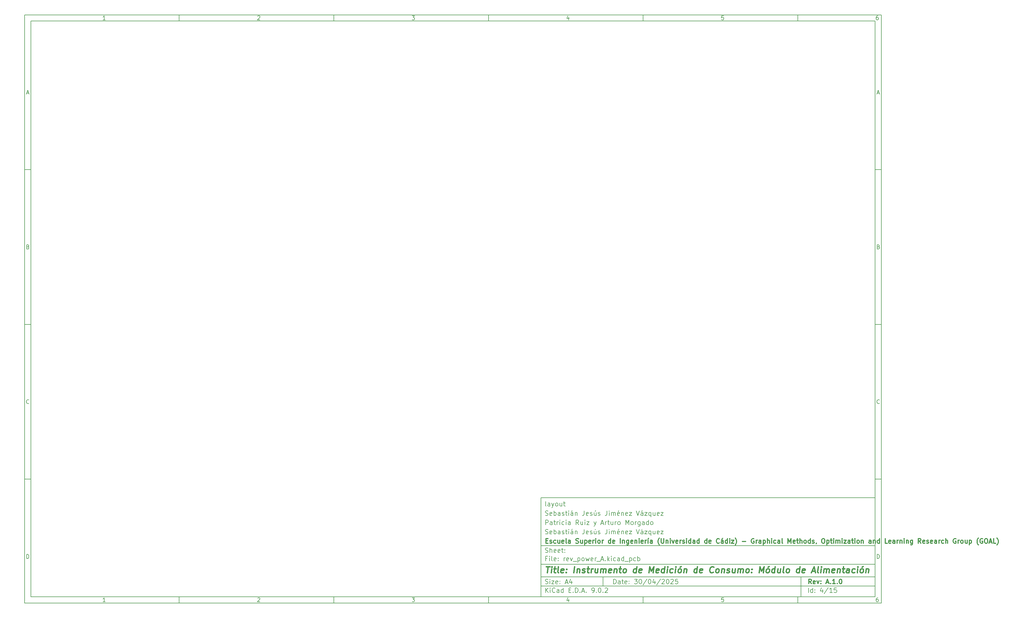
<source format=gbr>
%TF.GenerationSoftware,KiCad,Pcbnew,9.0.2*%
%TF.CreationDate,2025-11-09T23:00:08+01:00*%
%TF.ProjectId,rev_power_A,7265765f-706f-4776-9572-5f412e6b6963,A.1.0*%
%TF.SameCoordinates,Original*%
%TF.FileFunction,Glue,Bot*%
%TF.FilePolarity,Positive*%
%FSLAX46Y46*%
G04 Gerber Fmt 4.6, Leading zero omitted, Abs format (unit mm)*
G04 Created by KiCad (PCBNEW 9.0.2) date 2025-11-09 23:00:08*
%MOMM*%
%LPD*%
G01*
G04 APERTURE LIST*
%ADD10C,0.100000*%
%ADD11C,0.150000*%
%ADD12C,0.300000*%
%ADD13C,0.400000*%
G04 APERTURE END LIST*
D10*
D11*
X177002200Y-166007200D02*
X285002200Y-166007200D01*
X285002200Y-198007200D01*
X177002200Y-198007200D01*
X177002200Y-166007200D01*
D10*
D11*
X10000000Y-10000000D02*
X287002200Y-10000000D01*
X287002200Y-200007200D01*
X10000000Y-200007200D01*
X10000000Y-10000000D01*
D10*
D11*
X12000000Y-12000000D02*
X285002200Y-12000000D01*
X285002200Y-198007200D01*
X12000000Y-198007200D01*
X12000000Y-12000000D01*
D10*
D11*
X60000000Y-12000000D02*
X60000000Y-10000000D01*
D10*
D11*
X110000000Y-12000000D02*
X110000000Y-10000000D01*
D10*
D11*
X160000000Y-12000000D02*
X160000000Y-10000000D01*
D10*
D11*
X210000000Y-12000000D02*
X210000000Y-10000000D01*
D10*
D11*
X260000000Y-12000000D02*
X260000000Y-10000000D01*
D10*
D11*
X36089160Y-11593604D02*
X35346303Y-11593604D01*
X35717731Y-11593604D02*
X35717731Y-10293604D01*
X35717731Y-10293604D02*
X35593922Y-10479319D01*
X35593922Y-10479319D02*
X35470112Y-10603128D01*
X35470112Y-10603128D02*
X35346303Y-10665033D01*
D10*
D11*
X85346303Y-10417414D02*
X85408207Y-10355509D01*
X85408207Y-10355509D02*
X85532017Y-10293604D01*
X85532017Y-10293604D02*
X85841541Y-10293604D01*
X85841541Y-10293604D02*
X85965350Y-10355509D01*
X85965350Y-10355509D02*
X86027255Y-10417414D01*
X86027255Y-10417414D02*
X86089160Y-10541223D01*
X86089160Y-10541223D02*
X86089160Y-10665033D01*
X86089160Y-10665033D02*
X86027255Y-10850747D01*
X86027255Y-10850747D02*
X85284398Y-11593604D01*
X85284398Y-11593604D02*
X86089160Y-11593604D01*
D10*
D11*
X135284398Y-10293604D02*
X136089160Y-10293604D01*
X136089160Y-10293604D02*
X135655826Y-10788842D01*
X135655826Y-10788842D02*
X135841541Y-10788842D01*
X135841541Y-10788842D02*
X135965350Y-10850747D01*
X135965350Y-10850747D02*
X136027255Y-10912652D01*
X136027255Y-10912652D02*
X136089160Y-11036461D01*
X136089160Y-11036461D02*
X136089160Y-11345985D01*
X136089160Y-11345985D02*
X136027255Y-11469795D01*
X136027255Y-11469795D02*
X135965350Y-11531700D01*
X135965350Y-11531700D02*
X135841541Y-11593604D01*
X135841541Y-11593604D02*
X135470112Y-11593604D01*
X135470112Y-11593604D02*
X135346303Y-11531700D01*
X135346303Y-11531700D02*
X135284398Y-11469795D01*
D10*
D11*
X185965350Y-10726938D02*
X185965350Y-11593604D01*
X185655826Y-10231700D02*
X185346303Y-11160271D01*
X185346303Y-11160271D02*
X186151064Y-11160271D01*
D10*
D11*
X236027255Y-10293604D02*
X235408207Y-10293604D01*
X235408207Y-10293604D02*
X235346303Y-10912652D01*
X235346303Y-10912652D02*
X235408207Y-10850747D01*
X235408207Y-10850747D02*
X235532017Y-10788842D01*
X235532017Y-10788842D02*
X235841541Y-10788842D01*
X235841541Y-10788842D02*
X235965350Y-10850747D01*
X235965350Y-10850747D02*
X236027255Y-10912652D01*
X236027255Y-10912652D02*
X236089160Y-11036461D01*
X236089160Y-11036461D02*
X236089160Y-11345985D01*
X236089160Y-11345985D02*
X236027255Y-11469795D01*
X236027255Y-11469795D02*
X235965350Y-11531700D01*
X235965350Y-11531700D02*
X235841541Y-11593604D01*
X235841541Y-11593604D02*
X235532017Y-11593604D01*
X235532017Y-11593604D02*
X235408207Y-11531700D01*
X235408207Y-11531700D02*
X235346303Y-11469795D01*
D10*
D11*
X285965350Y-10293604D02*
X285717731Y-10293604D01*
X285717731Y-10293604D02*
X285593922Y-10355509D01*
X285593922Y-10355509D02*
X285532017Y-10417414D01*
X285532017Y-10417414D02*
X285408207Y-10603128D01*
X285408207Y-10603128D02*
X285346303Y-10850747D01*
X285346303Y-10850747D02*
X285346303Y-11345985D01*
X285346303Y-11345985D02*
X285408207Y-11469795D01*
X285408207Y-11469795D02*
X285470112Y-11531700D01*
X285470112Y-11531700D02*
X285593922Y-11593604D01*
X285593922Y-11593604D02*
X285841541Y-11593604D01*
X285841541Y-11593604D02*
X285965350Y-11531700D01*
X285965350Y-11531700D02*
X286027255Y-11469795D01*
X286027255Y-11469795D02*
X286089160Y-11345985D01*
X286089160Y-11345985D02*
X286089160Y-11036461D01*
X286089160Y-11036461D02*
X286027255Y-10912652D01*
X286027255Y-10912652D02*
X285965350Y-10850747D01*
X285965350Y-10850747D02*
X285841541Y-10788842D01*
X285841541Y-10788842D02*
X285593922Y-10788842D01*
X285593922Y-10788842D02*
X285470112Y-10850747D01*
X285470112Y-10850747D02*
X285408207Y-10912652D01*
X285408207Y-10912652D02*
X285346303Y-11036461D01*
D10*
D11*
X60000000Y-198007200D02*
X60000000Y-200007200D01*
D10*
D11*
X110000000Y-198007200D02*
X110000000Y-200007200D01*
D10*
D11*
X160000000Y-198007200D02*
X160000000Y-200007200D01*
D10*
D11*
X210000000Y-198007200D02*
X210000000Y-200007200D01*
D10*
D11*
X260000000Y-198007200D02*
X260000000Y-200007200D01*
D10*
D11*
X36089160Y-199600804D02*
X35346303Y-199600804D01*
X35717731Y-199600804D02*
X35717731Y-198300804D01*
X35717731Y-198300804D02*
X35593922Y-198486519D01*
X35593922Y-198486519D02*
X35470112Y-198610328D01*
X35470112Y-198610328D02*
X35346303Y-198672233D01*
D10*
D11*
X85346303Y-198424614D02*
X85408207Y-198362709D01*
X85408207Y-198362709D02*
X85532017Y-198300804D01*
X85532017Y-198300804D02*
X85841541Y-198300804D01*
X85841541Y-198300804D02*
X85965350Y-198362709D01*
X85965350Y-198362709D02*
X86027255Y-198424614D01*
X86027255Y-198424614D02*
X86089160Y-198548423D01*
X86089160Y-198548423D02*
X86089160Y-198672233D01*
X86089160Y-198672233D02*
X86027255Y-198857947D01*
X86027255Y-198857947D02*
X85284398Y-199600804D01*
X85284398Y-199600804D02*
X86089160Y-199600804D01*
D10*
D11*
X135284398Y-198300804D02*
X136089160Y-198300804D01*
X136089160Y-198300804D02*
X135655826Y-198796042D01*
X135655826Y-198796042D02*
X135841541Y-198796042D01*
X135841541Y-198796042D02*
X135965350Y-198857947D01*
X135965350Y-198857947D02*
X136027255Y-198919852D01*
X136027255Y-198919852D02*
X136089160Y-199043661D01*
X136089160Y-199043661D02*
X136089160Y-199353185D01*
X136089160Y-199353185D02*
X136027255Y-199476995D01*
X136027255Y-199476995D02*
X135965350Y-199538900D01*
X135965350Y-199538900D02*
X135841541Y-199600804D01*
X135841541Y-199600804D02*
X135470112Y-199600804D01*
X135470112Y-199600804D02*
X135346303Y-199538900D01*
X135346303Y-199538900D02*
X135284398Y-199476995D01*
D10*
D11*
X185965350Y-198734138D02*
X185965350Y-199600804D01*
X185655826Y-198238900D02*
X185346303Y-199167471D01*
X185346303Y-199167471D02*
X186151064Y-199167471D01*
D10*
D11*
X236027255Y-198300804D02*
X235408207Y-198300804D01*
X235408207Y-198300804D02*
X235346303Y-198919852D01*
X235346303Y-198919852D02*
X235408207Y-198857947D01*
X235408207Y-198857947D02*
X235532017Y-198796042D01*
X235532017Y-198796042D02*
X235841541Y-198796042D01*
X235841541Y-198796042D02*
X235965350Y-198857947D01*
X235965350Y-198857947D02*
X236027255Y-198919852D01*
X236027255Y-198919852D02*
X236089160Y-199043661D01*
X236089160Y-199043661D02*
X236089160Y-199353185D01*
X236089160Y-199353185D02*
X236027255Y-199476995D01*
X236027255Y-199476995D02*
X235965350Y-199538900D01*
X235965350Y-199538900D02*
X235841541Y-199600804D01*
X235841541Y-199600804D02*
X235532017Y-199600804D01*
X235532017Y-199600804D02*
X235408207Y-199538900D01*
X235408207Y-199538900D02*
X235346303Y-199476995D01*
D10*
D11*
X285965350Y-198300804D02*
X285717731Y-198300804D01*
X285717731Y-198300804D02*
X285593922Y-198362709D01*
X285593922Y-198362709D02*
X285532017Y-198424614D01*
X285532017Y-198424614D02*
X285408207Y-198610328D01*
X285408207Y-198610328D02*
X285346303Y-198857947D01*
X285346303Y-198857947D02*
X285346303Y-199353185D01*
X285346303Y-199353185D02*
X285408207Y-199476995D01*
X285408207Y-199476995D02*
X285470112Y-199538900D01*
X285470112Y-199538900D02*
X285593922Y-199600804D01*
X285593922Y-199600804D02*
X285841541Y-199600804D01*
X285841541Y-199600804D02*
X285965350Y-199538900D01*
X285965350Y-199538900D02*
X286027255Y-199476995D01*
X286027255Y-199476995D02*
X286089160Y-199353185D01*
X286089160Y-199353185D02*
X286089160Y-199043661D01*
X286089160Y-199043661D02*
X286027255Y-198919852D01*
X286027255Y-198919852D02*
X285965350Y-198857947D01*
X285965350Y-198857947D02*
X285841541Y-198796042D01*
X285841541Y-198796042D02*
X285593922Y-198796042D01*
X285593922Y-198796042D02*
X285470112Y-198857947D01*
X285470112Y-198857947D02*
X285408207Y-198919852D01*
X285408207Y-198919852D02*
X285346303Y-199043661D01*
D10*
D11*
X10000000Y-60000000D02*
X12000000Y-60000000D01*
D10*
D11*
X10000000Y-110000000D02*
X12000000Y-110000000D01*
D10*
D11*
X10000000Y-160000000D02*
X12000000Y-160000000D01*
D10*
D11*
X10690476Y-35222176D02*
X11309523Y-35222176D01*
X10566666Y-35593604D02*
X10999999Y-34293604D01*
X10999999Y-34293604D02*
X11433333Y-35593604D01*
D10*
D11*
X11092857Y-84912652D02*
X11278571Y-84974557D01*
X11278571Y-84974557D02*
X11340476Y-85036461D01*
X11340476Y-85036461D02*
X11402380Y-85160271D01*
X11402380Y-85160271D02*
X11402380Y-85345985D01*
X11402380Y-85345985D02*
X11340476Y-85469795D01*
X11340476Y-85469795D02*
X11278571Y-85531700D01*
X11278571Y-85531700D02*
X11154761Y-85593604D01*
X11154761Y-85593604D02*
X10659523Y-85593604D01*
X10659523Y-85593604D02*
X10659523Y-84293604D01*
X10659523Y-84293604D02*
X11092857Y-84293604D01*
X11092857Y-84293604D02*
X11216666Y-84355509D01*
X11216666Y-84355509D02*
X11278571Y-84417414D01*
X11278571Y-84417414D02*
X11340476Y-84541223D01*
X11340476Y-84541223D02*
X11340476Y-84665033D01*
X11340476Y-84665033D02*
X11278571Y-84788842D01*
X11278571Y-84788842D02*
X11216666Y-84850747D01*
X11216666Y-84850747D02*
X11092857Y-84912652D01*
X11092857Y-84912652D02*
X10659523Y-84912652D01*
D10*
D11*
X11402380Y-135469795D02*
X11340476Y-135531700D01*
X11340476Y-135531700D02*
X11154761Y-135593604D01*
X11154761Y-135593604D02*
X11030952Y-135593604D01*
X11030952Y-135593604D02*
X10845238Y-135531700D01*
X10845238Y-135531700D02*
X10721428Y-135407890D01*
X10721428Y-135407890D02*
X10659523Y-135284080D01*
X10659523Y-135284080D02*
X10597619Y-135036461D01*
X10597619Y-135036461D02*
X10597619Y-134850747D01*
X10597619Y-134850747D02*
X10659523Y-134603128D01*
X10659523Y-134603128D02*
X10721428Y-134479319D01*
X10721428Y-134479319D02*
X10845238Y-134355509D01*
X10845238Y-134355509D02*
X11030952Y-134293604D01*
X11030952Y-134293604D02*
X11154761Y-134293604D01*
X11154761Y-134293604D02*
X11340476Y-134355509D01*
X11340476Y-134355509D02*
X11402380Y-134417414D01*
D10*
D11*
X10659523Y-185593604D02*
X10659523Y-184293604D01*
X10659523Y-184293604D02*
X10969047Y-184293604D01*
X10969047Y-184293604D02*
X11154761Y-184355509D01*
X11154761Y-184355509D02*
X11278571Y-184479319D01*
X11278571Y-184479319D02*
X11340476Y-184603128D01*
X11340476Y-184603128D02*
X11402380Y-184850747D01*
X11402380Y-184850747D02*
X11402380Y-185036461D01*
X11402380Y-185036461D02*
X11340476Y-185284080D01*
X11340476Y-185284080D02*
X11278571Y-185407890D01*
X11278571Y-185407890D02*
X11154761Y-185531700D01*
X11154761Y-185531700D02*
X10969047Y-185593604D01*
X10969047Y-185593604D02*
X10659523Y-185593604D01*
D10*
D11*
X287002200Y-60000000D02*
X285002200Y-60000000D01*
D10*
D11*
X287002200Y-110000000D02*
X285002200Y-110000000D01*
D10*
D11*
X287002200Y-160000000D02*
X285002200Y-160000000D01*
D10*
D11*
X285692676Y-35222176D02*
X286311723Y-35222176D01*
X285568866Y-35593604D02*
X286002199Y-34293604D01*
X286002199Y-34293604D02*
X286435533Y-35593604D01*
D10*
D11*
X286095057Y-84912652D02*
X286280771Y-84974557D01*
X286280771Y-84974557D02*
X286342676Y-85036461D01*
X286342676Y-85036461D02*
X286404580Y-85160271D01*
X286404580Y-85160271D02*
X286404580Y-85345985D01*
X286404580Y-85345985D02*
X286342676Y-85469795D01*
X286342676Y-85469795D02*
X286280771Y-85531700D01*
X286280771Y-85531700D02*
X286156961Y-85593604D01*
X286156961Y-85593604D02*
X285661723Y-85593604D01*
X285661723Y-85593604D02*
X285661723Y-84293604D01*
X285661723Y-84293604D02*
X286095057Y-84293604D01*
X286095057Y-84293604D02*
X286218866Y-84355509D01*
X286218866Y-84355509D02*
X286280771Y-84417414D01*
X286280771Y-84417414D02*
X286342676Y-84541223D01*
X286342676Y-84541223D02*
X286342676Y-84665033D01*
X286342676Y-84665033D02*
X286280771Y-84788842D01*
X286280771Y-84788842D02*
X286218866Y-84850747D01*
X286218866Y-84850747D02*
X286095057Y-84912652D01*
X286095057Y-84912652D02*
X285661723Y-84912652D01*
D10*
D11*
X286404580Y-135469795D02*
X286342676Y-135531700D01*
X286342676Y-135531700D02*
X286156961Y-135593604D01*
X286156961Y-135593604D02*
X286033152Y-135593604D01*
X286033152Y-135593604D02*
X285847438Y-135531700D01*
X285847438Y-135531700D02*
X285723628Y-135407890D01*
X285723628Y-135407890D02*
X285661723Y-135284080D01*
X285661723Y-135284080D02*
X285599819Y-135036461D01*
X285599819Y-135036461D02*
X285599819Y-134850747D01*
X285599819Y-134850747D02*
X285661723Y-134603128D01*
X285661723Y-134603128D02*
X285723628Y-134479319D01*
X285723628Y-134479319D02*
X285847438Y-134355509D01*
X285847438Y-134355509D02*
X286033152Y-134293604D01*
X286033152Y-134293604D02*
X286156961Y-134293604D01*
X286156961Y-134293604D02*
X286342676Y-134355509D01*
X286342676Y-134355509D02*
X286404580Y-134417414D01*
D10*
D11*
X285661723Y-185593604D02*
X285661723Y-184293604D01*
X285661723Y-184293604D02*
X285971247Y-184293604D01*
X285971247Y-184293604D02*
X286156961Y-184355509D01*
X286156961Y-184355509D02*
X286280771Y-184479319D01*
X286280771Y-184479319D02*
X286342676Y-184603128D01*
X286342676Y-184603128D02*
X286404580Y-184850747D01*
X286404580Y-184850747D02*
X286404580Y-185036461D01*
X286404580Y-185036461D02*
X286342676Y-185284080D01*
X286342676Y-185284080D02*
X286280771Y-185407890D01*
X286280771Y-185407890D02*
X286156961Y-185531700D01*
X286156961Y-185531700D02*
X285971247Y-185593604D01*
X285971247Y-185593604D02*
X285661723Y-185593604D01*
D10*
D11*
X200458026Y-193793328D02*
X200458026Y-192293328D01*
X200458026Y-192293328D02*
X200815169Y-192293328D01*
X200815169Y-192293328D02*
X201029455Y-192364757D01*
X201029455Y-192364757D02*
X201172312Y-192507614D01*
X201172312Y-192507614D02*
X201243741Y-192650471D01*
X201243741Y-192650471D02*
X201315169Y-192936185D01*
X201315169Y-192936185D02*
X201315169Y-193150471D01*
X201315169Y-193150471D02*
X201243741Y-193436185D01*
X201243741Y-193436185D02*
X201172312Y-193579042D01*
X201172312Y-193579042D02*
X201029455Y-193721900D01*
X201029455Y-193721900D02*
X200815169Y-193793328D01*
X200815169Y-193793328D02*
X200458026Y-193793328D01*
X202600884Y-193793328D02*
X202600884Y-193007614D01*
X202600884Y-193007614D02*
X202529455Y-192864757D01*
X202529455Y-192864757D02*
X202386598Y-192793328D01*
X202386598Y-192793328D02*
X202100884Y-192793328D01*
X202100884Y-192793328D02*
X201958026Y-192864757D01*
X202600884Y-193721900D02*
X202458026Y-193793328D01*
X202458026Y-193793328D02*
X202100884Y-193793328D01*
X202100884Y-193793328D02*
X201958026Y-193721900D01*
X201958026Y-193721900D02*
X201886598Y-193579042D01*
X201886598Y-193579042D02*
X201886598Y-193436185D01*
X201886598Y-193436185D02*
X201958026Y-193293328D01*
X201958026Y-193293328D02*
X202100884Y-193221900D01*
X202100884Y-193221900D02*
X202458026Y-193221900D01*
X202458026Y-193221900D02*
X202600884Y-193150471D01*
X203100884Y-192793328D02*
X203672312Y-192793328D01*
X203315169Y-192293328D02*
X203315169Y-193579042D01*
X203315169Y-193579042D02*
X203386598Y-193721900D01*
X203386598Y-193721900D02*
X203529455Y-193793328D01*
X203529455Y-193793328D02*
X203672312Y-193793328D01*
X204743741Y-193721900D02*
X204600884Y-193793328D01*
X204600884Y-193793328D02*
X204315170Y-193793328D01*
X204315170Y-193793328D02*
X204172312Y-193721900D01*
X204172312Y-193721900D02*
X204100884Y-193579042D01*
X204100884Y-193579042D02*
X204100884Y-193007614D01*
X204100884Y-193007614D02*
X204172312Y-192864757D01*
X204172312Y-192864757D02*
X204315170Y-192793328D01*
X204315170Y-192793328D02*
X204600884Y-192793328D01*
X204600884Y-192793328D02*
X204743741Y-192864757D01*
X204743741Y-192864757D02*
X204815170Y-193007614D01*
X204815170Y-193007614D02*
X204815170Y-193150471D01*
X204815170Y-193150471D02*
X204100884Y-193293328D01*
X205458026Y-193650471D02*
X205529455Y-193721900D01*
X205529455Y-193721900D02*
X205458026Y-193793328D01*
X205458026Y-193793328D02*
X205386598Y-193721900D01*
X205386598Y-193721900D02*
X205458026Y-193650471D01*
X205458026Y-193650471D02*
X205458026Y-193793328D01*
X205458026Y-192864757D02*
X205529455Y-192936185D01*
X205529455Y-192936185D02*
X205458026Y-193007614D01*
X205458026Y-193007614D02*
X205386598Y-192936185D01*
X205386598Y-192936185D02*
X205458026Y-192864757D01*
X205458026Y-192864757D02*
X205458026Y-193007614D01*
X207172312Y-192293328D02*
X208100884Y-192293328D01*
X208100884Y-192293328D02*
X207600884Y-192864757D01*
X207600884Y-192864757D02*
X207815169Y-192864757D01*
X207815169Y-192864757D02*
X207958027Y-192936185D01*
X207958027Y-192936185D02*
X208029455Y-193007614D01*
X208029455Y-193007614D02*
X208100884Y-193150471D01*
X208100884Y-193150471D02*
X208100884Y-193507614D01*
X208100884Y-193507614D02*
X208029455Y-193650471D01*
X208029455Y-193650471D02*
X207958027Y-193721900D01*
X207958027Y-193721900D02*
X207815169Y-193793328D01*
X207815169Y-193793328D02*
X207386598Y-193793328D01*
X207386598Y-193793328D02*
X207243741Y-193721900D01*
X207243741Y-193721900D02*
X207172312Y-193650471D01*
X209029455Y-192293328D02*
X209172312Y-192293328D01*
X209172312Y-192293328D02*
X209315169Y-192364757D01*
X209315169Y-192364757D02*
X209386598Y-192436185D01*
X209386598Y-192436185D02*
X209458026Y-192579042D01*
X209458026Y-192579042D02*
X209529455Y-192864757D01*
X209529455Y-192864757D02*
X209529455Y-193221900D01*
X209529455Y-193221900D02*
X209458026Y-193507614D01*
X209458026Y-193507614D02*
X209386598Y-193650471D01*
X209386598Y-193650471D02*
X209315169Y-193721900D01*
X209315169Y-193721900D02*
X209172312Y-193793328D01*
X209172312Y-193793328D02*
X209029455Y-193793328D01*
X209029455Y-193793328D02*
X208886598Y-193721900D01*
X208886598Y-193721900D02*
X208815169Y-193650471D01*
X208815169Y-193650471D02*
X208743740Y-193507614D01*
X208743740Y-193507614D02*
X208672312Y-193221900D01*
X208672312Y-193221900D02*
X208672312Y-192864757D01*
X208672312Y-192864757D02*
X208743740Y-192579042D01*
X208743740Y-192579042D02*
X208815169Y-192436185D01*
X208815169Y-192436185D02*
X208886598Y-192364757D01*
X208886598Y-192364757D02*
X209029455Y-192293328D01*
X211243740Y-192221900D02*
X209958026Y-194150471D01*
X212029455Y-192293328D02*
X212172312Y-192293328D01*
X212172312Y-192293328D02*
X212315169Y-192364757D01*
X212315169Y-192364757D02*
X212386598Y-192436185D01*
X212386598Y-192436185D02*
X212458026Y-192579042D01*
X212458026Y-192579042D02*
X212529455Y-192864757D01*
X212529455Y-192864757D02*
X212529455Y-193221900D01*
X212529455Y-193221900D02*
X212458026Y-193507614D01*
X212458026Y-193507614D02*
X212386598Y-193650471D01*
X212386598Y-193650471D02*
X212315169Y-193721900D01*
X212315169Y-193721900D02*
X212172312Y-193793328D01*
X212172312Y-193793328D02*
X212029455Y-193793328D01*
X212029455Y-193793328D02*
X211886598Y-193721900D01*
X211886598Y-193721900D02*
X211815169Y-193650471D01*
X211815169Y-193650471D02*
X211743740Y-193507614D01*
X211743740Y-193507614D02*
X211672312Y-193221900D01*
X211672312Y-193221900D02*
X211672312Y-192864757D01*
X211672312Y-192864757D02*
X211743740Y-192579042D01*
X211743740Y-192579042D02*
X211815169Y-192436185D01*
X211815169Y-192436185D02*
X211886598Y-192364757D01*
X211886598Y-192364757D02*
X212029455Y-192293328D01*
X213815169Y-192793328D02*
X213815169Y-193793328D01*
X213458026Y-192221900D02*
X213100883Y-193293328D01*
X213100883Y-193293328D02*
X214029454Y-193293328D01*
X215672311Y-192221900D02*
X214386597Y-194150471D01*
X216100883Y-192436185D02*
X216172311Y-192364757D01*
X216172311Y-192364757D02*
X216315169Y-192293328D01*
X216315169Y-192293328D02*
X216672311Y-192293328D01*
X216672311Y-192293328D02*
X216815169Y-192364757D01*
X216815169Y-192364757D02*
X216886597Y-192436185D01*
X216886597Y-192436185D02*
X216958026Y-192579042D01*
X216958026Y-192579042D02*
X216958026Y-192721900D01*
X216958026Y-192721900D02*
X216886597Y-192936185D01*
X216886597Y-192936185D02*
X216029454Y-193793328D01*
X216029454Y-193793328D02*
X216958026Y-193793328D01*
X217886597Y-192293328D02*
X218029454Y-192293328D01*
X218029454Y-192293328D02*
X218172311Y-192364757D01*
X218172311Y-192364757D02*
X218243740Y-192436185D01*
X218243740Y-192436185D02*
X218315168Y-192579042D01*
X218315168Y-192579042D02*
X218386597Y-192864757D01*
X218386597Y-192864757D02*
X218386597Y-193221900D01*
X218386597Y-193221900D02*
X218315168Y-193507614D01*
X218315168Y-193507614D02*
X218243740Y-193650471D01*
X218243740Y-193650471D02*
X218172311Y-193721900D01*
X218172311Y-193721900D02*
X218029454Y-193793328D01*
X218029454Y-193793328D02*
X217886597Y-193793328D01*
X217886597Y-193793328D02*
X217743740Y-193721900D01*
X217743740Y-193721900D02*
X217672311Y-193650471D01*
X217672311Y-193650471D02*
X217600882Y-193507614D01*
X217600882Y-193507614D02*
X217529454Y-193221900D01*
X217529454Y-193221900D02*
X217529454Y-192864757D01*
X217529454Y-192864757D02*
X217600882Y-192579042D01*
X217600882Y-192579042D02*
X217672311Y-192436185D01*
X217672311Y-192436185D02*
X217743740Y-192364757D01*
X217743740Y-192364757D02*
X217886597Y-192293328D01*
X218958025Y-192436185D02*
X219029453Y-192364757D01*
X219029453Y-192364757D02*
X219172311Y-192293328D01*
X219172311Y-192293328D02*
X219529453Y-192293328D01*
X219529453Y-192293328D02*
X219672311Y-192364757D01*
X219672311Y-192364757D02*
X219743739Y-192436185D01*
X219743739Y-192436185D02*
X219815168Y-192579042D01*
X219815168Y-192579042D02*
X219815168Y-192721900D01*
X219815168Y-192721900D02*
X219743739Y-192936185D01*
X219743739Y-192936185D02*
X218886596Y-193793328D01*
X218886596Y-193793328D02*
X219815168Y-193793328D01*
X221172310Y-192293328D02*
X220458024Y-192293328D01*
X220458024Y-192293328D02*
X220386596Y-193007614D01*
X220386596Y-193007614D02*
X220458024Y-192936185D01*
X220458024Y-192936185D02*
X220600882Y-192864757D01*
X220600882Y-192864757D02*
X220958024Y-192864757D01*
X220958024Y-192864757D02*
X221100882Y-192936185D01*
X221100882Y-192936185D02*
X221172310Y-193007614D01*
X221172310Y-193007614D02*
X221243739Y-193150471D01*
X221243739Y-193150471D02*
X221243739Y-193507614D01*
X221243739Y-193507614D02*
X221172310Y-193650471D01*
X221172310Y-193650471D02*
X221100882Y-193721900D01*
X221100882Y-193721900D02*
X220958024Y-193793328D01*
X220958024Y-193793328D02*
X220600882Y-193793328D01*
X220600882Y-193793328D02*
X220458024Y-193721900D01*
X220458024Y-193721900D02*
X220386596Y-193650471D01*
D10*
D11*
X177002200Y-194507200D02*
X285002200Y-194507200D01*
D10*
D11*
X178458026Y-196593328D02*
X178458026Y-195093328D01*
X179315169Y-196593328D02*
X178672312Y-195736185D01*
X179315169Y-195093328D02*
X178458026Y-195950471D01*
X179958026Y-196593328D02*
X179958026Y-195593328D01*
X179958026Y-195093328D02*
X179886598Y-195164757D01*
X179886598Y-195164757D02*
X179958026Y-195236185D01*
X179958026Y-195236185D02*
X180029455Y-195164757D01*
X180029455Y-195164757D02*
X179958026Y-195093328D01*
X179958026Y-195093328D02*
X179958026Y-195236185D01*
X181529455Y-196450471D02*
X181458027Y-196521900D01*
X181458027Y-196521900D02*
X181243741Y-196593328D01*
X181243741Y-196593328D02*
X181100884Y-196593328D01*
X181100884Y-196593328D02*
X180886598Y-196521900D01*
X180886598Y-196521900D02*
X180743741Y-196379042D01*
X180743741Y-196379042D02*
X180672312Y-196236185D01*
X180672312Y-196236185D02*
X180600884Y-195950471D01*
X180600884Y-195950471D02*
X180600884Y-195736185D01*
X180600884Y-195736185D02*
X180672312Y-195450471D01*
X180672312Y-195450471D02*
X180743741Y-195307614D01*
X180743741Y-195307614D02*
X180886598Y-195164757D01*
X180886598Y-195164757D02*
X181100884Y-195093328D01*
X181100884Y-195093328D02*
X181243741Y-195093328D01*
X181243741Y-195093328D02*
X181458027Y-195164757D01*
X181458027Y-195164757D02*
X181529455Y-195236185D01*
X182815170Y-196593328D02*
X182815170Y-195807614D01*
X182815170Y-195807614D02*
X182743741Y-195664757D01*
X182743741Y-195664757D02*
X182600884Y-195593328D01*
X182600884Y-195593328D02*
X182315170Y-195593328D01*
X182315170Y-195593328D02*
X182172312Y-195664757D01*
X182815170Y-196521900D02*
X182672312Y-196593328D01*
X182672312Y-196593328D02*
X182315170Y-196593328D01*
X182315170Y-196593328D02*
X182172312Y-196521900D01*
X182172312Y-196521900D02*
X182100884Y-196379042D01*
X182100884Y-196379042D02*
X182100884Y-196236185D01*
X182100884Y-196236185D02*
X182172312Y-196093328D01*
X182172312Y-196093328D02*
X182315170Y-196021900D01*
X182315170Y-196021900D02*
X182672312Y-196021900D01*
X182672312Y-196021900D02*
X182815170Y-195950471D01*
X184172313Y-196593328D02*
X184172313Y-195093328D01*
X184172313Y-196521900D02*
X184029455Y-196593328D01*
X184029455Y-196593328D02*
X183743741Y-196593328D01*
X183743741Y-196593328D02*
X183600884Y-196521900D01*
X183600884Y-196521900D02*
X183529455Y-196450471D01*
X183529455Y-196450471D02*
X183458027Y-196307614D01*
X183458027Y-196307614D02*
X183458027Y-195879042D01*
X183458027Y-195879042D02*
X183529455Y-195736185D01*
X183529455Y-195736185D02*
X183600884Y-195664757D01*
X183600884Y-195664757D02*
X183743741Y-195593328D01*
X183743741Y-195593328D02*
X184029455Y-195593328D01*
X184029455Y-195593328D02*
X184172313Y-195664757D01*
X186029455Y-195807614D02*
X186529455Y-195807614D01*
X186743741Y-196593328D02*
X186029455Y-196593328D01*
X186029455Y-196593328D02*
X186029455Y-195093328D01*
X186029455Y-195093328D02*
X186743741Y-195093328D01*
X187386598Y-196450471D02*
X187458027Y-196521900D01*
X187458027Y-196521900D02*
X187386598Y-196593328D01*
X187386598Y-196593328D02*
X187315170Y-196521900D01*
X187315170Y-196521900D02*
X187386598Y-196450471D01*
X187386598Y-196450471D02*
X187386598Y-196593328D01*
X188100884Y-196593328D02*
X188100884Y-195093328D01*
X188100884Y-195093328D02*
X188458027Y-195093328D01*
X188458027Y-195093328D02*
X188672313Y-195164757D01*
X188672313Y-195164757D02*
X188815170Y-195307614D01*
X188815170Y-195307614D02*
X188886599Y-195450471D01*
X188886599Y-195450471D02*
X188958027Y-195736185D01*
X188958027Y-195736185D02*
X188958027Y-195950471D01*
X188958027Y-195950471D02*
X188886599Y-196236185D01*
X188886599Y-196236185D02*
X188815170Y-196379042D01*
X188815170Y-196379042D02*
X188672313Y-196521900D01*
X188672313Y-196521900D02*
X188458027Y-196593328D01*
X188458027Y-196593328D02*
X188100884Y-196593328D01*
X189600884Y-196450471D02*
X189672313Y-196521900D01*
X189672313Y-196521900D02*
X189600884Y-196593328D01*
X189600884Y-196593328D02*
X189529456Y-196521900D01*
X189529456Y-196521900D02*
X189600884Y-196450471D01*
X189600884Y-196450471D02*
X189600884Y-196593328D01*
X190243742Y-196164757D02*
X190958028Y-196164757D01*
X190100885Y-196593328D02*
X190600885Y-195093328D01*
X190600885Y-195093328D02*
X191100885Y-196593328D01*
X191600884Y-196450471D02*
X191672313Y-196521900D01*
X191672313Y-196521900D02*
X191600884Y-196593328D01*
X191600884Y-196593328D02*
X191529456Y-196521900D01*
X191529456Y-196521900D02*
X191600884Y-196450471D01*
X191600884Y-196450471D02*
X191600884Y-196593328D01*
X193529456Y-196593328D02*
X193815170Y-196593328D01*
X193815170Y-196593328D02*
X193958027Y-196521900D01*
X193958027Y-196521900D02*
X194029456Y-196450471D01*
X194029456Y-196450471D02*
X194172313Y-196236185D01*
X194172313Y-196236185D02*
X194243742Y-195950471D01*
X194243742Y-195950471D02*
X194243742Y-195379042D01*
X194243742Y-195379042D02*
X194172313Y-195236185D01*
X194172313Y-195236185D02*
X194100885Y-195164757D01*
X194100885Y-195164757D02*
X193958027Y-195093328D01*
X193958027Y-195093328D02*
X193672313Y-195093328D01*
X193672313Y-195093328D02*
X193529456Y-195164757D01*
X193529456Y-195164757D02*
X193458027Y-195236185D01*
X193458027Y-195236185D02*
X193386599Y-195379042D01*
X193386599Y-195379042D02*
X193386599Y-195736185D01*
X193386599Y-195736185D02*
X193458027Y-195879042D01*
X193458027Y-195879042D02*
X193529456Y-195950471D01*
X193529456Y-195950471D02*
X193672313Y-196021900D01*
X193672313Y-196021900D02*
X193958027Y-196021900D01*
X193958027Y-196021900D02*
X194100885Y-195950471D01*
X194100885Y-195950471D02*
X194172313Y-195879042D01*
X194172313Y-195879042D02*
X194243742Y-195736185D01*
X194886598Y-196450471D02*
X194958027Y-196521900D01*
X194958027Y-196521900D02*
X194886598Y-196593328D01*
X194886598Y-196593328D02*
X194815170Y-196521900D01*
X194815170Y-196521900D02*
X194886598Y-196450471D01*
X194886598Y-196450471D02*
X194886598Y-196593328D01*
X195886599Y-195093328D02*
X196029456Y-195093328D01*
X196029456Y-195093328D02*
X196172313Y-195164757D01*
X196172313Y-195164757D02*
X196243742Y-195236185D01*
X196243742Y-195236185D02*
X196315170Y-195379042D01*
X196315170Y-195379042D02*
X196386599Y-195664757D01*
X196386599Y-195664757D02*
X196386599Y-196021900D01*
X196386599Y-196021900D02*
X196315170Y-196307614D01*
X196315170Y-196307614D02*
X196243742Y-196450471D01*
X196243742Y-196450471D02*
X196172313Y-196521900D01*
X196172313Y-196521900D02*
X196029456Y-196593328D01*
X196029456Y-196593328D02*
X195886599Y-196593328D01*
X195886599Y-196593328D02*
X195743742Y-196521900D01*
X195743742Y-196521900D02*
X195672313Y-196450471D01*
X195672313Y-196450471D02*
X195600884Y-196307614D01*
X195600884Y-196307614D02*
X195529456Y-196021900D01*
X195529456Y-196021900D02*
X195529456Y-195664757D01*
X195529456Y-195664757D02*
X195600884Y-195379042D01*
X195600884Y-195379042D02*
X195672313Y-195236185D01*
X195672313Y-195236185D02*
X195743742Y-195164757D01*
X195743742Y-195164757D02*
X195886599Y-195093328D01*
X197029455Y-196450471D02*
X197100884Y-196521900D01*
X197100884Y-196521900D02*
X197029455Y-196593328D01*
X197029455Y-196593328D02*
X196958027Y-196521900D01*
X196958027Y-196521900D02*
X197029455Y-196450471D01*
X197029455Y-196450471D02*
X197029455Y-196593328D01*
X197672313Y-195236185D02*
X197743741Y-195164757D01*
X197743741Y-195164757D02*
X197886599Y-195093328D01*
X197886599Y-195093328D02*
X198243741Y-195093328D01*
X198243741Y-195093328D02*
X198386599Y-195164757D01*
X198386599Y-195164757D02*
X198458027Y-195236185D01*
X198458027Y-195236185D02*
X198529456Y-195379042D01*
X198529456Y-195379042D02*
X198529456Y-195521900D01*
X198529456Y-195521900D02*
X198458027Y-195736185D01*
X198458027Y-195736185D02*
X197600884Y-196593328D01*
X197600884Y-196593328D02*
X198529456Y-196593328D01*
D10*
D11*
X177002200Y-191507200D02*
X285002200Y-191507200D01*
D10*
D12*
X264413853Y-193785528D02*
X263913853Y-193071242D01*
X263556710Y-193785528D02*
X263556710Y-192285528D01*
X263556710Y-192285528D02*
X264128139Y-192285528D01*
X264128139Y-192285528D02*
X264270996Y-192356957D01*
X264270996Y-192356957D02*
X264342425Y-192428385D01*
X264342425Y-192428385D02*
X264413853Y-192571242D01*
X264413853Y-192571242D02*
X264413853Y-192785528D01*
X264413853Y-192785528D02*
X264342425Y-192928385D01*
X264342425Y-192928385D02*
X264270996Y-192999814D01*
X264270996Y-192999814D02*
X264128139Y-193071242D01*
X264128139Y-193071242D02*
X263556710Y-193071242D01*
X265628139Y-193714100D02*
X265485282Y-193785528D01*
X265485282Y-193785528D02*
X265199568Y-193785528D01*
X265199568Y-193785528D02*
X265056710Y-193714100D01*
X265056710Y-193714100D02*
X264985282Y-193571242D01*
X264985282Y-193571242D02*
X264985282Y-192999814D01*
X264985282Y-192999814D02*
X265056710Y-192856957D01*
X265056710Y-192856957D02*
X265199568Y-192785528D01*
X265199568Y-192785528D02*
X265485282Y-192785528D01*
X265485282Y-192785528D02*
X265628139Y-192856957D01*
X265628139Y-192856957D02*
X265699568Y-192999814D01*
X265699568Y-192999814D02*
X265699568Y-193142671D01*
X265699568Y-193142671D02*
X264985282Y-193285528D01*
X266199567Y-192785528D02*
X266556710Y-193785528D01*
X266556710Y-193785528D02*
X266913853Y-192785528D01*
X267485281Y-193642671D02*
X267556710Y-193714100D01*
X267556710Y-193714100D02*
X267485281Y-193785528D01*
X267485281Y-193785528D02*
X267413853Y-193714100D01*
X267413853Y-193714100D02*
X267485281Y-193642671D01*
X267485281Y-193642671D02*
X267485281Y-193785528D01*
X267485281Y-192856957D02*
X267556710Y-192928385D01*
X267556710Y-192928385D02*
X267485281Y-192999814D01*
X267485281Y-192999814D02*
X267413853Y-192928385D01*
X267413853Y-192928385D02*
X267485281Y-192856957D01*
X267485281Y-192856957D02*
X267485281Y-192999814D01*
X269270996Y-193356957D02*
X269985282Y-193356957D01*
X269128139Y-193785528D02*
X269628139Y-192285528D01*
X269628139Y-192285528D02*
X270128139Y-193785528D01*
X270628138Y-193642671D02*
X270699567Y-193714100D01*
X270699567Y-193714100D02*
X270628138Y-193785528D01*
X270628138Y-193785528D02*
X270556710Y-193714100D01*
X270556710Y-193714100D02*
X270628138Y-193642671D01*
X270628138Y-193642671D02*
X270628138Y-193785528D01*
X272128139Y-193785528D02*
X271270996Y-193785528D01*
X271699567Y-193785528D02*
X271699567Y-192285528D01*
X271699567Y-192285528D02*
X271556710Y-192499814D01*
X271556710Y-192499814D02*
X271413853Y-192642671D01*
X271413853Y-192642671D02*
X271270996Y-192714100D01*
X272770995Y-193642671D02*
X272842424Y-193714100D01*
X272842424Y-193714100D02*
X272770995Y-193785528D01*
X272770995Y-193785528D02*
X272699567Y-193714100D01*
X272699567Y-193714100D02*
X272770995Y-193642671D01*
X272770995Y-193642671D02*
X272770995Y-193785528D01*
X273770996Y-192285528D02*
X273913853Y-192285528D01*
X273913853Y-192285528D02*
X274056710Y-192356957D01*
X274056710Y-192356957D02*
X274128139Y-192428385D01*
X274128139Y-192428385D02*
X274199567Y-192571242D01*
X274199567Y-192571242D02*
X274270996Y-192856957D01*
X274270996Y-192856957D02*
X274270996Y-193214100D01*
X274270996Y-193214100D02*
X274199567Y-193499814D01*
X274199567Y-193499814D02*
X274128139Y-193642671D01*
X274128139Y-193642671D02*
X274056710Y-193714100D01*
X274056710Y-193714100D02*
X273913853Y-193785528D01*
X273913853Y-193785528D02*
X273770996Y-193785528D01*
X273770996Y-193785528D02*
X273628139Y-193714100D01*
X273628139Y-193714100D02*
X273556710Y-193642671D01*
X273556710Y-193642671D02*
X273485281Y-193499814D01*
X273485281Y-193499814D02*
X273413853Y-193214100D01*
X273413853Y-193214100D02*
X273413853Y-192856957D01*
X273413853Y-192856957D02*
X273485281Y-192571242D01*
X273485281Y-192571242D02*
X273556710Y-192428385D01*
X273556710Y-192428385D02*
X273628139Y-192356957D01*
X273628139Y-192356957D02*
X273770996Y-192285528D01*
D10*
D11*
X178386598Y-193721900D02*
X178600884Y-193793328D01*
X178600884Y-193793328D02*
X178958026Y-193793328D01*
X178958026Y-193793328D02*
X179100884Y-193721900D01*
X179100884Y-193721900D02*
X179172312Y-193650471D01*
X179172312Y-193650471D02*
X179243741Y-193507614D01*
X179243741Y-193507614D02*
X179243741Y-193364757D01*
X179243741Y-193364757D02*
X179172312Y-193221900D01*
X179172312Y-193221900D02*
X179100884Y-193150471D01*
X179100884Y-193150471D02*
X178958026Y-193079042D01*
X178958026Y-193079042D02*
X178672312Y-193007614D01*
X178672312Y-193007614D02*
X178529455Y-192936185D01*
X178529455Y-192936185D02*
X178458026Y-192864757D01*
X178458026Y-192864757D02*
X178386598Y-192721900D01*
X178386598Y-192721900D02*
X178386598Y-192579042D01*
X178386598Y-192579042D02*
X178458026Y-192436185D01*
X178458026Y-192436185D02*
X178529455Y-192364757D01*
X178529455Y-192364757D02*
X178672312Y-192293328D01*
X178672312Y-192293328D02*
X179029455Y-192293328D01*
X179029455Y-192293328D02*
X179243741Y-192364757D01*
X179886597Y-193793328D02*
X179886597Y-192793328D01*
X179886597Y-192293328D02*
X179815169Y-192364757D01*
X179815169Y-192364757D02*
X179886597Y-192436185D01*
X179886597Y-192436185D02*
X179958026Y-192364757D01*
X179958026Y-192364757D02*
X179886597Y-192293328D01*
X179886597Y-192293328D02*
X179886597Y-192436185D01*
X180458026Y-192793328D02*
X181243741Y-192793328D01*
X181243741Y-192793328D02*
X180458026Y-193793328D01*
X180458026Y-193793328D02*
X181243741Y-193793328D01*
X182386598Y-193721900D02*
X182243741Y-193793328D01*
X182243741Y-193793328D02*
X181958027Y-193793328D01*
X181958027Y-193793328D02*
X181815169Y-193721900D01*
X181815169Y-193721900D02*
X181743741Y-193579042D01*
X181743741Y-193579042D02*
X181743741Y-193007614D01*
X181743741Y-193007614D02*
X181815169Y-192864757D01*
X181815169Y-192864757D02*
X181958027Y-192793328D01*
X181958027Y-192793328D02*
X182243741Y-192793328D01*
X182243741Y-192793328D02*
X182386598Y-192864757D01*
X182386598Y-192864757D02*
X182458027Y-193007614D01*
X182458027Y-193007614D02*
X182458027Y-193150471D01*
X182458027Y-193150471D02*
X181743741Y-193293328D01*
X183100883Y-193650471D02*
X183172312Y-193721900D01*
X183172312Y-193721900D02*
X183100883Y-193793328D01*
X183100883Y-193793328D02*
X183029455Y-193721900D01*
X183029455Y-193721900D02*
X183100883Y-193650471D01*
X183100883Y-193650471D02*
X183100883Y-193793328D01*
X183100883Y-192864757D02*
X183172312Y-192936185D01*
X183172312Y-192936185D02*
X183100883Y-193007614D01*
X183100883Y-193007614D02*
X183029455Y-192936185D01*
X183029455Y-192936185D02*
X183100883Y-192864757D01*
X183100883Y-192864757D02*
X183100883Y-193007614D01*
X184886598Y-193364757D02*
X185600884Y-193364757D01*
X184743741Y-193793328D02*
X185243741Y-192293328D01*
X185243741Y-192293328D02*
X185743741Y-193793328D01*
X186886598Y-192793328D02*
X186886598Y-193793328D01*
X186529455Y-192221900D02*
X186172312Y-193293328D01*
X186172312Y-193293328D02*
X187100883Y-193293328D01*
D10*
D11*
X263458026Y-196593328D02*
X263458026Y-195093328D01*
X264815170Y-196593328D02*
X264815170Y-195093328D01*
X264815170Y-196521900D02*
X264672312Y-196593328D01*
X264672312Y-196593328D02*
X264386598Y-196593328D01*
X264386598Y-196593328D02*
X264243741Y-196521900D01*
X264243741Y-196521900D02*
X264172312Y-196450471D01*
X264172312Y-196450471D02*
X264100884Y-196307614D01*
X264100884Y-196307614D02*
X264100884Y-195879042D01*
X264100884Y-195879042D02*
X264172312Y-195736185D01*
X264172312Y-195736185D02*
X264243741Y-195664757D01*
X264243741Y-195664757D02*
X264386598Y-195593328D01*
X264386598Y-195593328D02*
X264672312Y-195593328D01*
X264672312Y-195593328D02*
X264815170Y-195664757D01*
X265529455Y-196450471D02*
X265600884Y-196521900D01*
X265600884Y-196521900D02*
X265529455Y-196593328D01*
X265529455Y-196593328D02*
X265458027Y-196521900D01*
X265458027Y-196521900D02*
X265529455Y-196450471D01*
X265529455Y-196450471D02*
X265529455Y-196593328D01*
X265529455Y-195664757D02*
X265600884Y-195736185D01*
X265600884Y-195736185D02*
X265529455Y-195807614D01*
X265529455Y-195807614D02*
X265458027Y-195736185D01*
X265458027Y-195736185D02*
X265529455Y-195664757D01*
X265529455Y-195664757D02*
X265529455Y-195807614D01*
X268029456Y-195593328D02*
X268029456Y-196593328D01*
X267672313Y-195021900D02*
X267315170Y-196093328D01*
X267315170Y-196093328D02*
X268243741Y-196093328D01*
X269886598Y-195021900D02*
X268600884Y-196950471D01*
X271172313Y-196593328D02*
X270315170Y-196593328D01*
X270743741Y-196593328D02*
X270743741Y-195093328D01*
X270743741Y-195093328D02*
X270600884Y-195307614D01*
X270600884Y-195307614D02*
X270458027Y-195450471D01*
X270458027Y-195450471D02*
X270315170Y-195521900D01*
X272529455Y-195093328D02*
X271815169Y-195093328D01*
X271815169Y-195093328D02*
X271743741Y-195807614D01*
X271743741Y-195807614D02*
X271815169Y-195736185D01*
X271815169Y-195736185D02*
X271958027Y-195664757D01*
X271958027Y-195664757D02*
X272315169Y-195664757D01*
X272315169Y-195664757D02*
X272458027Y-195736185D01*
X272458027Y-195736185D02*
X272529455Y-195807614D01*
X272529455Y-195807614D02*
X272600884Y-195950471D01*
X272600884Y-195950471D02*
X272600884Y-196307614D01*
X272600884Y-196307614D02*
X272529455Y-196450471D01*
X272529455Y-196450471D02*
X272458027Y-196521900D01*
X272458027Y-196521900D02*
X272315169Y-196593328D01*
X272315169Y-196593328D02*
X271958027Y-196593328D01*
X271958027Y-196593328D02*
X271815169Y-196521900D01*
X271815169Y-196521900D02*
X271743741Y-196450471D01*
D10*
D11*
X177002200Y-187507200D02*
X285002200Y-187507200D01*
D10*
D13*
X178693928Y-188211638D02*
X179836785Y-188211638D01*
X179015357Y-190211638D02*
X179265357Y-188211638D01*
X180253452Y-190211638D02*
X180420119Y-188878304D01*
X180503452Y-188211638D02*
X180396309Y-188306876D01*
X180396309Y-188306876D02*
X180479643Y-188402114D01*
X180479643Y-188402114D02*
X180586786Y-188306876D01*
X180586786Y-188306876D02*
X180503452Y-188211638D01*
X180503452Y-188211638D02*
X180479643Y-188402114D01*
X181086786Y-188878304D02*
X181848690Y-188878304D01*
X181455833Y-188211638D02*
X181241548Y-189925923D01*
X181241548Y-189925923D02*
X181312976Y-190116400D01*
X181312976Y-190116400D02*
X181491548Y-190211638D01*
X181491548Y-190211638D02*
X181682024Y-190211638D01*
X182634405Y-190211638D02*
X182455833Y-190116400D01*
X182455833Y-190116400D02*
X182384405Y-189925923D01*
X182384405Y-189925923D02*
X182598690Y-188211638D01*
X184170119Y-190116400D02*
X183967738Y-190211638D01*
X183967738Y-190211638D02*
X183586785Y-190211638D01*
X183586785Y-190211638D02*
X183408214Y-190116400D01*
X183408214Y-190116400D02*
X183336785Y-189925923D01*
X183336785Y-189925923D02*
X183432024Y-189164019D01*
X183432024Y-189164019D02*
X183551071Y-188973542D01*
X183551071Y-188973542D02*
X183753452Y-188878304D01*
X183753452Y-188878304D02*
X184134404Y-188878304D01*
X184134404Y-188878304D02*
X184312976Y-188973542D01*
X184312976Y-188973542D02*
X184384404Y-189164019D01*
X184384404Y-189164019D02*
X184360595Y-189354495D01*
X184360595Y-189354495D02*
X183384404Y-189544971D01*
X185134405Y-190021161D02*
X185217738Y-190116400D01*
X185217738Y-190116400D02*
X185110595Y-190211638D01*
X185110595Y-190211638D02*
X185027262Y-190116400D01*
X185027262Y-190116400D02*
X185134405Y-190021161D01*
X185134405Y-190021161D02*
X185110595Y-190211638D01*
X185265357Y-188973542D02*
X185348690Y-189068780D01*
X185348690Y-189068780D02*
X185241548Y-189164019D01*
X185241548Y-189164019D02*
X185158214Y-189068780D01*
X185158214Y-189068780D02*
X185265357Y-188973542D01*
X185265357Y-188973542D02*
X185241548Y-189164019D01*
X187586786Y-190211638D02*
X187836786Y-188211638D01*
X188705834Y-188878304D02*
X188539167Y-190211638D01*
X188682024Y-189068780D02*
X188789167Y-188973542D01*
X188789167Y-188973542D02*
X188991548Y-188878304D01*
X188991548Y-188878304D02*
X189277262Y-188878304D01*
X189277262Y-188878304D02*
X189455834Y-188973542D01*
X189455834Y-188973542D02*
X189527262Y-189164019D01*
X189527262Y-189164019D02*
X189396310Y-190211638D01*
X190265358Y-190116400D02*
X190443929Y-190211638D01*
X190443929Y-190211638D02*
X190824882Y-190211638D01*
X190824882Y-190211638D02*
X191027263Y-190116400D01*
X191027263Y-190116400D02*
X191146310Y-189925923D01*
X191146310Y-189925923D02*
X191158215Y-189830685D01*
X191158215Y-189830685D02*
X191086786Y-189640209D01*
X191086786Y-189640209D02*
X190908215Y-189544971D01*
X190908215Y-189544971D02*
X190622501Y-189544971D01*
X190622501Y-189544971D02*
X190443929Y-189449733D01*
X190443929Y-189449733D02*
X190372501Y-189259257D01*
X190372501Y-189259257D02*
X190384406Y-189164019D01*
X190384406Y-189164019D02*
X190503453Y-188973542D01*
X190503453Y-188973542D02*
X190705834Y-188878304D01*
X190705834Y-188878304D02*
X190991548Y-188878304D01*
X190991548Y-188878304D02*
X191170120Y-188973542D01*
X191848692Y-188878304D02*
X192610596Y-188878304D01*
X192217739Y-188211638D02*
X192003454Y-189925923D01*
X192003454Y-189925923D02*
X192074882Y-190116400D01*
X192074882Y-190116400D02*
X192253454Y-190211638D01*
X192253454Y-190211638D02*
X192443930Y-190211638D01*
X193110596Y-190211638D02*
X193277263Y-188878304D01*
X193229644Y-189259257D02*
X193348691Y-189068780D01*
X193348691Y-189068780D02*
X193455834Y-188973542D01*
X193455834Y-188973542D02*
X193658215Y-188878304D01*
X193658215Y-188878304D02*
X193848691Y-188878304D01*
X195372501Y-188878304D02*
X195205834Y-190211638D01*
X194515358Y-188878304D02*
X194384406Y-189925923D01*
X194384406Y-189925923D02*
X194455834Y-190116400D01*
X194455834Y-190116400D02*
X194634406Y-190211638D01*
X194634406Y-190211638D02*
X194920120Y-190211638D01*
X194920120Y-190211638D02*
X195122501Y-190116400D01*
X195122501Y-190116400D02*
X195229644Y-190021161D01*
X196158215Y-190211638D02*
X196324882Y-188878304D01*
X196301072Y-189068780D02*
X196408215Y-188973542D01*
X196408215Y-188973542D02*
X196610596Y-188878304D01*
X196610596Y-188878304D02*
X196896310Y-188878304D01*
X196896310Y-188878304D02*
X197074882Y-188973542D01*
X197074882Y-188973542D02*
X197146310Y-189164019D01*
X197146310Y-189164019D02*
X197015358Y-190211638D01*
X197146310Y-189164019D02*
X197265358Y-188973542D01*
X197265358Y-188973542D02*
X197467739Y-188878304D01*
X197467739Y-188878304D02*
X197753453Y-188878304D01*
X197753453Y-188878304D02*
X197932025Y-188973542D01*
X197932025Y-188973542D02*
X198003453Y-189164019D01*
X198003453Y-189164019D02*
X197872501Y-190211638D01*
X199598692Y-190116400D02*
X199396311Y-190211638D01*
X199396311Y-190211638D02*
X199015358Y-190211638D01*
X199015358Y-190211638D02*
X198836787Y-190116400D01*
X198836787Y-190116400D02*
X198765358Y-189925923D01*
X198765358Y-189925923D02*
X198860597Y-189164019D01*
X198860597Y-189164019D02*
X198979644Y-188973542D01*
X198979644Y-188973542D02*
X199182025Y-188878304D01*
X199182025Y-188878304D02*
X199562977Y-188878304D01*
X199562977Y-188878304D02*
X199741549Y-188973542D01*
X199741549Y-188973542D02*
X199812977Y-189164019D01*
X199812977Y-189164019D02*
X199789168Y-189354495D01*
X199789168Y-189354495D02*
X198812977Y-189544971D01*
X200705835Y-188878304D02*
X200539168Y-190211638D01*
X200682025Y-189068780D02*
X200789168Y-188973542D01*
X200789168Y-188973542D02*
X200991549Y-188878304D01*
X200991549Y-188878304D02*
X201277263Y-188878304D01*
X201277263Y-188878304D02*
X201455835Y-188973542D01*
X201455835Y-188973542D02*
X201527263Y-189164019D01*
X201527263Y-189164019D02*
X201396311Y-190211638D01*
X202229645Y-188878304D02*
X202991549Y-188878304D01*
X202598692Y-188211638D02*
X202384407Y-189925923D01*
X202384407Y-189925923D02*
X202455835Y-190116400D01*
X202455835Y-190116400D02*
X202634407Y-190211638D01*
X202634407Y-190211638D02*
X202824883Y-190211638D01*
X203777264Y-190211638D02*
X203598692Y-190116400D01*
X203598692Y-190116400D02*
X203515359Y-190021161D01*
X203515359Y-190021161D02*
X203443930Y-189830685D01*
X203443930Y-189830685D02*
X203515359Y-189259257D01*
X203515359Y-189259257D02*
X203634406Y-189068780D01*
X203634406Y-189068780D02*
X203741549Y-188973542D01*
X203741549Y-188973542D02*
X203943930Y-188878304D01*
X203943930Y-188878304D02*
X204229644Y-188878304D01*
X204229644Y-188878304D02*
X204408216Y-188973542D01*
X204408216Y-188973542D02*
X204491549Y-189068780D01*
X204491549Y-189068780D02*
X204562978Y-189259257D01*
X204562978Y-189259257D02*
X204491549Y-189830685D01*
X204491549Y-189830685D02*
X204372502Y-190021161D01*
X204372502Y-190021161D02*
X204265359Y-190116400D01*
X204265359Y-190116400D02*
X204062978Y-190211638D01*
X204062978Y-190211638D02*
X203777264Y-190211638D01*
X207682026Y-190211638D02*
X207932026Y-188211638D01*
X207693931Y-190116400D02*
X207491550Y-190211638D01*
X207491550Y-190211638D02*
X207110598Y-190211638D01*
X207110598Y-190211638D02*
X206932026Y-190116400D01*
X206932026Y-190116400D02*
X206848693Y-190021161D01*
X206848693Y-190021161D02*
X206777264Y-189830685D01*
X206777264Y-189830685D02*
X206848693Y-189259257D01*
X206848693Y-189259257D02*
X206967740Y-189068780D01*
X206967740Y-189068780D02*
X207074883Y-188973542D01*
X207074883Y-188973542D02*
X207277264Y-188878304D01*
X207277264Y-188878304D02*
X207658217Y-188878304D01*
X207658217Y-188878304D02*
X207836788Y-188973542D01*
X209408217Y-190116400D02*
X209205836Y-190211638D01*
X209205836Y-190211638D02*
X208824883Y-190211638D01*
X208824883Y-190211638D02*
X208646312Y-190116400D01*
X208646312Y-190116400D02*
X208574883Y-189925923D01*
X208574883Y-189925923D02*
X208670122Y-189164019D01*
X208670122Y-189164019D02*
X208789169Y-188973542D01*
X208789169Y-188973542D02*
X208991550Y-188878304D01*
X208991550Y-188878304D02*
X209372502Y-188878304D01*
X209372502Y-188878304D02*
X209551074Y-188973542D01*
X209551074Y-188973542D02*
X209622502Y-189164019D01*
X209622502Y-189164019D02*
X209598693Y-189354495D01*
X209598693Y-189354495D02*
X208622502Y-189544971D01*
X211872503Y-190211638D02*
X212122503Y-188211638D01*
X212122503Y-188211638D02*
X212610598Y-189640209D01*
X212610598Y-189640209D02*
X213455837Y-188211638D01*
X213455837Y-188211638D02*
X213205837Y-190211638D01*
X214932027Y-190116400D02*
X214729646Y-190211638D01*
X214729646Y-190211638D02*
X214348693Y-190211638D01*
X214348693Y-190211638D02*
X214170122Y-190116400D01*
X214170122Y-190116400D02*
X214098693Y-189925923D01*
X214098693Y-189925923D02*
X214193932Y-189164019D01*
X214193932Y-189164019D02*
X214312979Y-188973542D01*
X214312979Y-188973542D02*
X214515360Y-188878304D01*
X214515360Y-188878304D02*
X214896312Y-188878304D01*
X214896312Y-188878304D02*
X215074884Y-188973542D01*
X215074884Y-188973542D02*
X215146312Y-189164019D01*
X215146312Y-189164019D02*
X215122503Y-189354495D01*
X215122503Y-189354495D02*
X214146312Y-189544971D01*
X216729646Y-190211638D02*
X216979646Y-188211638D01*
X216741551Y-190116400D02*
X216539170Y-190211638D01*
X216539170Y-190211638D02*
X216158218Y-190211638D01*
X216158218Y-190211638D02*
X215979646Y-190116400D01*
X215979646Y-190116400D02*
X215896313Y-190021161D01*
X215896313Y-190021161D02*
X215824884Y-189830685D01*
X215824884Y-189830685D02*
X215896313Y-189259257D01*
X215896313Y-189259257D02*
X216015360Y-189068780D01*
X216015360Y-189068780D02*
X216122503Y-188973542D01*
X216122503Y-188973542D02*
X216324884Y-188878304D01*
X216324884Y-188878304D02*
X216705837Y-188878304D01*
X216705837Y-188878304D02*
X216884408Y-188973542D01*
X217682027Y-190211638D02*
X217848694Y-188878304D01*
X217932027Y-188211638D02*
X217824884Y-188306876D01*
X217824884Y-188306876D02*
X217908218Y-188402114D01*
X217908218Y-188402114D02*
X218015361Y-188306876D01*
X218015361Y-188306876D02*
X217932027Y-188211638D01*
X217932027Y-188211638D02*
X217908218Y-188402114D01*
X219503456Y-190116400D02*
X219301075Y-190211638D01*
X219301075Y-190211638D02*
X218920123Y-190211638D01*
X218920123Y-190211638D02*
X218741551Y-190116400D01*
X218741551Y-190116400D02*
X218658218Y-190021161D01*
X218658218Y-190021161D02*
X218586789Y-189830685D01*
X218586789Y-189830685D02*
X218658218Y-189259257D01*
X218658218Y-189259257D02*
X218777265Y-189068780D01*
X218777265Y-189068780D02*
X218884408Y-188973542D01*
X218884408Y-188973542D02*
X219086789Y-188878304D01*
X219086789Y-188878304D02*
X219467742Y-188878304D01*
X219467742Y-188878304D02*
X219646313Y-188973542D01*
X220348694Y-190211638D02*
X220515361Y-188878304D01*
X220598694Y-188211638D02*
X220491551Y-188306876D01*
X220491551Y-188306876D02*
X220574885Y-188402114D01*
X220574885Y-188402114D02*
X220682028Y-188306876D01*
X220682028Y-188306876D02*
X220598694Y-188211638D01*
X220598694Y-188211638D02*
X220574885Y-188402114D01*
X221586790Y-190211638D02*
X221408218Y-190116400D01*
X221408218Y-190116400D02*
X221324885Y-190021161D01*
X221324885Y-190021161D02*
X221253456Y-189830685D01*
X221253456Y-189830685D02*
X221324885Y-189259257D01*
X221324885Y-189259257D02*
X221443932Y-189068780D01*
X221443932Y-189068780D02*
X221551075Y-188973542D01*
X221551075Y-188973542D02*
X221753456Y-188878304D01*
X221753456Y-188878304D02*
X222039170Y-188878304D01*
X222039170Y-188878304D02*
X222217742Y-188973542D01*
X222217742Y-188973542D02*
X222301075Y-189068780D01*
X222301075Y-189068780D02*
X222372504Y-189259257D01*
X222372504Y-189259257D02*
X222301075Y-189830685D01*
X222301075Y-189830685D02*
X222182028Y-190021161D01*
X222182028Y-190021161D02*
X222074885Y-190116400D01*
X222074885Y-190116400D02*
X221872504Y-190211638D01*
X221872504Y-190211638D02*
X221586790Y-190211638D01*
X222229647Y-188116400D02*
X221908218Y-188402114D01*
X223277266Y-188878304D02*
X223110599Y-190211638D01*
X223253456Y-189068780D02*
X223360599Y-188973542D01*
X223360599Y-188973542D02*
X223562980Y-188878304D01*
X223562980Y-188878304D02*
X223848694Y-188878304D01*
X223848694Y-188878304D02*
X224027266Y-188973542D01*
X224027266Y-188973542D02*
X224098694Y-189164019D01*
X224098694Y-189164019D02*
X223967742Y-190211638D01*
X227301076Y-190211638D02*
X227551076Y-188211638D01*
X227312981Y-190116400D02*
X227110600Y-190211638D01*
X227110600Y-190211638D02*
X226729648Y-190211638D01*
X226729648Y-190211638D02*
X226551076Y-190116400D01*
X226551076Y-190116400D02*
X226467743Y-190021161D01*
X226467743Y-190021161D02*
X226396314Y-189830685D01*
X226396314Y-189830685D02*
X226467743Y-189259257D01*
X226467743Y-189259257D02*
X226586790Y-189068780D01*
X226586790Y-189068780D02*
X226693933Y-188973542D01*
X226693933Y-188973542D02*
X226896314Y-188878304D01*
X226896314Y-188878304D02*
X227277267Y-188878304D01*
X227277267Y-188878304D02*
X227455838Y-188973542D01*
X229027267Y-190116400D02*
X228824886Y-190211638D01*
X228824886Y-190211638D02*
X228443933Y-190211638D01*
X228443933Y-190211638D02*
X228265362Y-190116400D01*
X228265362Y-190116400D02*
X228193933Y-189925923D01*
X228193933Y-189925923D02*
X228289172Y-189164019D01*
X228289172Y-189164019D02*
X228408219Y-188973542D01*
X228408219Y-188973542D02*
X228610600Y-188878304D01*
X228610600Y-188878304D02*
X228991552Y-188878304D01*
X228991552Y-188878304D02*
X229170124Y-188973542D01*
X229170124Y-188973542D02*
X229241552Y-189164019D01*
X229241552Y-189164019D02*
X229217743Y-189354495D01*
X229217743Y-189354495D02*
X228241552Y-189544971D01*
X232658220Y-190021161D02*
X232551077Y-190116400D01*
X232551077Y-190116400D02*
X232253458Y-190211638D01*
X232253458Y-190211638D02*
X232062982Y-190211638D01*
X232062982Y-190211638D02*
X231789172Y-190116400D01*
X231789172Y-190116400D02*
X231622506Y-189925923D01*
X231622506Y-189925923D02*
X231551077Y-189735447D01*
X231551077Y-189735447D02*
X231503458Y-189354495D01*
X231503458Y-189354495D02*
X231539172Y-189068780D01*
X231539172Y-189068780D02*
X231682029Y-188687828D01*
X231682029Y-188687828D02*
X231801077Y-188497352D01*
X231801077Y-188497352D02*
X232015363Y-188306876D01*
X232015363Y-188306876D02*
X232312982Y-188211638D01*
X232312982Y-188211638D02*
X232503458Y-188211638D01*
X232503458Y-188211638D02*
X232777268Y-188306876D01*
X232777268Y-188306876D02*
X232860601Y-188402114D01*
X233777268Y-190211638D02*
X233598696Y-190116400D01*
X233598696Y-190116400D02*
X233515363Y-190021161D01*
X233515363Y-190021161D02*
X233443934Y-189830685D01*
X233443934Y-189830685D02*
X233515363Y-189259257D01*
X233515363Y-189259257D02*
X233634410Y-189068780D01*
X233634410Y-189068780D02*
X233741553Y-188973542D01*
X233741553Y-188973542D02*
X233943934Y-188878304D01*
X233943934Y-188878304D02*
X234229648Y-188878304D01*
X234229648Y-188878304D02*
X234408220Y-188973542D01*
X234408220Y-188973542D02*
X234491553Y-189068780D01*
X234491553Y-189068780D02*
X234562982Y-189259257D01*
X234562982Y-189259257D02*
X234491553Y-189830685D01*
X234491553Y-189830685D02*
X234372506Y-190021161D01*
X234372506Y-190021161D02*
X234265363Y-190116400D01*
X234265363Y-190116400D02*
X234062982Y-190211638D01*
X234062982Y-190211638D02*
X233777268Y-190211638D01*
X235467744Y-188878304D02*
X235301077Y-190211638D01*
X235443934Y-189068780D02*
X235551077Y-188973542D01*
X235551077Y-188973542D02*
X235753458Y-188878304D01*
X235753458Y-188878304D02*
X236039172Y-188878304D01*
X236039172Y-188878304D02*
X236217744Y-188973542D01*
X236217744Y-188973542D02*
X236289172Y-189164019D01*
X236289172Y-189164019D02*
X236158220Y-190211638D01*
X237027268Y-190116400D02*
X237205839Y-190211638D01*
X237205839Y-190211638D02*
X237586792Y-190211638D01*
X237586792Y-190211638D02*
X237789173Y-190116400D01*
X237789173Y-190116400D02*
X237908220Y-189925923D01*
X237908220Y-189925923D02*
X237920125Y-189830685D01*
X237920125Y-189830685D02*
X237848696Y-189640209D01*
X237848696Y-189640209D02*
X237670125Y-189544971D01*
X237670125Y-189544971D02*
X237384411Y-189544971D01*
X237384411Y-189544971D02*
X237205839Y-189449733D01*
X237205839Y-189449733D02*
X237134411Y-189259257D01*
X237134411Y-189259257D02*
X237146316Y-189164019D01*
X237146316Y-189164019D02*
X237265363Y-188973542D01*
X237265363Y-188973542D02*
X237467744Y-188878304D01*
X237467744Y-188878304D02*
X237753458Y-188878304D01*
X237753458Y-188878304D02*
X237932030Y-188973542D01*
X239753459Y-188878304D02*
X239586792Y-190211638D01*
X238896316Y-188878304D02*
X238765364Y-189925923D01*
X238765364Y-189925923D02*
X238836792Y-190116400D01*
X238836792Y-190116400D02*
X239015364Y-190211638D01*
X239015364Y-190211638D02*
X239301078Y-190211638D01*
X239301078Y-190211638D02*
X239503459Y-190116400D01*
X239503459Y-190116400D02*
X239610602Y-190021161D01*
X240539173Y-190211638D02*
X240705840Y-188878304D01*
X240682030Y-189068780D02*
X240789173Y-188973542D01*
X240789173Y-188973542D02*
X240991554Y-188878304D01*
X240991554Y-188878304D02*
X241277268Y-188878304D01*
X241277268Y-188878304D02*
X241455840Y-188973542D01*
X241455840Y-188973542D02*
X241527268Y-189164019D01*
X241527268Y-189164019D02*
X241396316Y-190211638D01*
X241527268Y-189164019D02*
X241646316Y-188973542D01*
X241646316Y-188973542D02*
X241848697Y-188878304D01*
X241848697Y-188878304D02*
X242134411Y-188878304D01*
X242134411Y-188878304D02*
X242312983Y-188973542D01*
X242312983Y-188973542D02*
X242384411Y-189164019D01*
X242384411Y-189164019D02*
X242253459Y-190211638D01*
X243491555Y-190211638D02*
X243312983Y-190116400D01*
X243312983Y-190116400D02*
X243229650Y-190021161D01*
X243229650Y-190021161D02*
X243158221Y-189830685D01*
X243158221Y-189830685D02*
X243229650Y-189259257D01*
X243229650Y-189259257D02*
X243348697Y-189068780D01*
X243348697Y-189068780D02*
X243455840Y-188973542D01*
X243455840Y-188973542D02*
X243658221Y-188878304D01*
X243658221Y-188878304D02*
X243943935Y-188878304D01*
X243943935Y-188878304D02*
X244122507Y-188973542D01*
X244122507Y-188973542D02*
X244205840Y-189068780D01*
X244205840Y-189068780D02*
X244277269Y-189259257D01*
X244277269Y-189259257D02*
X244205840Y-189830685D01*
X244205840Y-189830685D02*
X244086793Y-190021161D01*
X244086793Y-190021161D02*
X243979650Y-190116400D01*
X243979650Y-190116400D02*
X243777269Y-190211638D01*
X243777269Y-190211638D02*
X243491555Y-190211638D01*
X245039174Y-190021161D02*
X245122507Y-190116400D01*
X245122507Y-190116400D02*
X245015364Y-190211638D01*
X245015364Y-190211638D02*
X244932031Y-190116400D01*
X244932031Y-190116400D02*
X245039174Y-190021161D01*
X245039174Y-190021161D02*
X245015364Y-190211638D01*
X245170126Y-188973542D02*
X245253459Y-189068780D01*
X245253459Y-189068780D02*
X245146317Y-189164019D01*
X245146317Y-189164019D02*
X245062983Y-189068780D01*
X245062983Y-189068780D02*
X245170126Y-188973542D01*
X245170126Y-188973542D02*
X245146317Y-189164019D01*
X247491555Y-190211638D02*
X247741555Y-188211638D01*
X247741555Y-188211638D02*
X248229650Y-189640209D01*
X248229650Y-189640209D02*
X249074889Y-188211638D01*
X249074889Y-188211638D02*
X248824889Y-190211638D01*
X250062984Y-190211638D02*
X249884412Y-190116400D01*
X249884412Y-190116400D02*
X249801079Y-190021161D01*
X249801079Y-190021161D02*
X249729650Y-189830685D01*
X249729650Y-189830685D02*
X249801079Y-189259257D01*
X249801079Y-189259257D02*
X249920126Y-189068780D01*
X249920126Y-189068780D02*
X250027269Y-188973542D01*
X250027269Y-188973542D02*
X250229650Y-188878304D01*
X250229650Y-188878304D02*
X250515364Y-188878304D01*
X250515364Y-188878304D02*
X250693936Y-188973542D01*
X250693936Y-188973542D02*
X250777269Y-189068780D01*
X250777269Y-189068780D02*
X250848698Y-189259257D01*
X250848698Y-189259257D02*
X250777269Y-189830685D01*
X250777269Y-189830685D02*
X250658222Y-190021161D01*
X250658222Y-190021161D02*
X250551079Y-190116400D01*
X250551079Y-190116400D02*
X250348698Y-190211638D01*
X250348698Y-190211638D02*
X250062984Y-190211638D01*
X250705841Y-188116400D02*
X250384412Y-188402114D01*
X252443936Y-190211638D02*
X252693936Y-188211638D01*
X252455841Y-190116400D02*
X252253460Y-190211638D01*
X252253460Y-190211638D02*
X251872508Y-190211638D01*
X251872508Y-190211638D02*
X251693936Y-190116400D01*
X251693936Y-190116400D02*
X251610603Y-190021161D01*
X251610603Y-190021161D02*
X251539174Y-189830685D01*
X251539174Y-189830685D02*
X251610603Y-189259257D01*
X251610603Y-189259257D02*
X251729650Y-189068780D01*
X251729650Y-189068780D02*
X251836793Y-188973542D01*
X251836793Y-188973542D02*
X252039174Y-188878304D01*
X252039174Y-188878304D02*
X252420127Y-188878304D01*
X252420127Y-188878304D02*
X252598698Y-188973542D01*
X254420127Y-188878304D02*
X254253460Y-190211638D01*
X253562984Y-188878304D02*
X253432032Y-189925923D01*
X253432032Y-189925923D02*
X253503460Y-190116400D01*
X253503460Y-190116400D02*
X253682032Y-190211638D01*
X253682032Y-190211638D02*
X253967746Y-190211638D01*
X253967746Y-190211638D02*
X254170127Y-190116400D01*
X254170127Y-190116400D02*
X254277270Y-190021161D01*
X255491556Y-190211638D02*
X255312984Y-190116400D01*
X255312984Y-190116400D02*
X255241556Y-189925923D01*
X255241556Y-189925923D02*
X255455841Y-188211638D01*
X256539175Y-190211638D02*
X256360603Y-190116400D01*
X256360603Y-190116400D02*
X256277270Y-190021161D01*
X256277270Y-190021161D02*
X256205841Y-189830685D01*
X256205841Y-189830685D02*
X256277270Y-189259257D01*
X256277270Y-189259257D02*
X256396317Y-189068780D01*
X256396317Y-189068780D02*
X256503460Y-188973542D01*
X256503460Y-188973542D02*
X256705841Y-188878304D01*
X256705841Y-188878304D02*
X256991555Y-188878304D01*
X256991555Y-188878304D02*
X257170127Y-188973542D01*
X257170127Y-188973542D02*
X257253460Y-189068780D01*
X257253460Y-189068780D02*
X257324889Y-189259257D01*
X257324889Y-189259257D02*
X257253460Y-189830685D01*
X257253460Y-189830685D02*
X257134413Y-190021161D01*
X257134413Y-190021161D02*
X257027270Y-190116400D01*
X257027270Y-190116400D02*
X256824889Y-190211638D01*
X256824889Y-190211638D02*
X256539175Y-190211638D01*
X260443937Y-190211638D02*
X260693937Y-188211638D01*
X260455842Y-190116400D02*
X260253461Y-190211638D01*
X260253461Y-190211638D02*
X259872509Y-190211638D01*
X259872509Y-190211638D02*
X259693937Y-190116400D01*
X259693937Y-190116400D02*
X259610604Y-190021161D01*
X259610604Y-190021161D02*
X259539175Y-189830685D01*
X259539175Y-189830685D02*
X259610604Y-189259257D01*
X259610604Y-189259257D02*
X259729651Y-189068780D01*
X259729651Y-189068780D02*
X259836794Y-188973542D01*
X259836794Y-188973542D02*
X260039175Y-188878304D01*
X260039175Y-188878304D02*
X260420128Y-188878304D01*
X260420128Y-188878304D02*
X260598699Y-188973542D01*
X262170128Y-190116400D02*
X261967747Y-190211638D01*
X261967747Y-190211638D02*
X261586794Y-190211638D01*
X261586794Y-190211638D02*
X261408223Y-190116400D01*
X261408223Y-190116400D02*
X261336794Y-189925923D01*
X261336794Y-189925923D02*
X261432033Y-189164019D01*
X261432033Y-189164019D02*
X261551080Y-188973542D01*
X261551080Y-188973542D02*
X261753461Y-188878304D01*
X261753461Y-188878304D02*
X262134413Y-188878304D01*
X262134413Y-188878304D02*
X262312985Y-188973542D01*
X262312985Y-188973542D02*
X262384413Y-189164019D01*
X262384413Y-189164019D02*
X262360604Y-189354495D01*
X262360604Y-189354495D02*
X261384413Y-189544971D01*
X264610605Y-189640209D02*
X265562986Y-189640209D01*
X264348700Y-190211638D02*
X265265367Y-188211638D01*
X265265367Y-188211638D02*
X265682033Y-190211638D01*
X266634415Y-190211638D02*
X266455843Y-190116400D01*
X266455843Y-190116400D02*
X266384415Y-189925923D01*
X266384415Y-189925923D02*
X266598700Y-188211638D01*
X267396319Y-190211638D02*
X267562986Y-188878304D01*
X267646319Y-188211638D02*
X267539176Y-188306876D01*
X267539176Y-188306876D02*
X267622510Y-188402114D01*
X267622510Y-188402114D02*
X267729653Y-188306876D01*
X267729653Y-188306876D02*
X267646319Y-188211638D01*
X267646319Y-188211638D02*
X267622510Y-188402114D01*
X268348700Y-190211638D02*
X268515367Y-188878304D01*
X268491557Y-189068780D02*
X268598700Y-188973542D01*
X268598700Y-188973542D02*
X268801081Y-188878304D01*
X268801081Y-188878304D02*
X269086795Y-188878304D01*
X269086795Y-188878304D02*
X269265367Y-188973542D01*
X269265367Y-188973542D02*
X269336795Y-189164019D01*
X269336795Y-189164019D02*
X269205843Y-190211638D01*
X269336795Y-189164019D02*
X269455843Y-188973542D01*
X269455843Y-188973542D02*
X269658224Y-188878304D01*
X269658224Y-188878304D02*
X269943938Y-188878304D01*
X269943938Y-188878304D02*
X270122510Y-188973542D01*
X270122510Y-188973542D02*
X270193938Y-189164019D01*
X270193938Y-189164019D02*
X270062986Y-190211638D01*
X271789177Y-190116400D02*
X271586796Y-190211638D01*
X271586796Y-190211638D02*
X271205843Y-190211638D01*
X271205843Y-190211638D02*
X271027272Y-190116400D01*
X271027272Y-190116400D02*
X270955843Y-189925923D01*
X270955843Y-189925923D02*
X271051082Y-189164019D01*
X271051082Y-189164019D02*
X271170129Y-188973542D01*
X271170129Y-188973542D02*
X271372510Y-188878304D01*
X271372510Y-188878304D02*
X271753462Y-188878304D01*
X271753462Y-188878304D02*
X271932034Y-188973542D01*
X271932034Y-188973542D02*
X272003462Y-189164019D01*
X272003462Y-189164019D02*
X271979653Y-189354495D01*
X271979653Y-189354495D02*
X271003462Y-189544971D01*
X272896320Y-188878304D02*
X272729653Y-190211638D01*
X272872510Y-189068780D02*
X272979653Y-188973542D01*
X272979653Y-188973542D02*
X273182034Y-188878304D01*
X273182034Y-188878304D02*
X273467748Y-188878304D01*
X273467748Y-188878304D02*
X273646320Y-188973542D01*
X273646320Y-188973542D02*
X273717748Y-189164019D01*
X273717748Y-189164019D02*
X273586796Y-190211638D01*
X274420130Y-188878304D02*
X275182034Y-188878304D01*
X274789177Y-188211638D02*
X274574892Y-189925923D01*
X274574892Y-189925923D02*
X274646320Y-190116400D01*
X274646320Y-190116400D02*
X274824892Y-190211638D01*
X274824892Y-190211638D02*
X275015368Y-190211638D01*
X276539177Y-190211638D02*
X276670129Y-189164019D01*
X276670129Y-189164019D02*
X276598701Y-188973542D01*
X276598701Y-188973542D02*
X276420129Y-188878304D01*
X276420129Y-188878304D02*
X276039177Y-188878304D01*
X276039177Y-188878304D02*
X275836796Y-188973542D01*
X276551082Y-190116400D02*
X276348701Y-190211638D01*
X276348701Y-190211638D02*
X275872510Y-190211638D01*
X275872510Y-190211638D02*
X275693939Y-190116400D01*
X275693939Y-190116400D02*
X275622510Y-189925923D01*
X275622510Y-189925923D02*
X275646320Y-189735447D01*
X275646320Y-189735447D02*
X275765368Y-189544971D01*
X275765368Y-189544971D02*
X275967749Y-189449733D01*
X275967749Y-189449733D02*
X276443939Y-189449733D01*
X276443939Y-189449733D02*
X276646320Y-189354495D01*
X278360606Y-190116400D02*
X278158225Y-190211638D01*
X278158225Y-190211638D02*
X277777273Y-190211638D01*
X277777273Y-190211638D02*
X277598701Y-190116400D01*
X277598701Y-190116400D02*
X277515368Y-190021161D01*
X277515368Y-190021161D02*
X277443939Y-189830685D01*
X277443939Y-189830685D02*
X277515368Y-189259257D01*
X277515368Y-189259257D02*
X277634415Y-189068780D01*
X277634415Y-189068780D02*
X277741558Y-188973542D01*
X277741558Y-188973542D02*
X277943939Y-188878304D01*
X277943939Y-188878304D02*
X278324892Y-188878304D01*
X278324892Y-188878304D02*
X278503463Y-188973542D01*
X279205844Y-190211638D02*
X279372511Y-188878304D01*
X279455844Y-188211638D02*
X279348701Y-188306876D01*
X279348701Y-188306876D02*
X279432035Y-188402114D01*
X279432035Y-188402114D02*
X279539178Y-188306876D01*
X279539178Y-188306876D02*
X279455844Y-188211638D01*
X279455844Y-188211638D02*
X279432035Y-188402114D01*
X280443940Y-190211638D02*
X280265368Y-190116400D01*
X280265368Y-190116400D02*
X280182035Y-190021161D01*
X280182035Y-190021161D02*
X280110606Y-189830685D01*
X280110606Y-189830685D02*
X280182035Y-189259257D01*
X280182035Y-189259257D02*
X280301082Y-189068780D01*
X280301082Y-189068780D02*
X280408225Y-188973542D01*
X280408225Y-188973542D02*
X280610606Y-188878304D01*
X280610606Y-188878304D02*
X280896320Y-188878304D01*
X280896320Y-188878304D02*
X281074892Y-188973542D01*
X281074892Y-188973542D02*
X281158225Y-189068780D01*
X281158225Y-189068780D02*
X281229654Y-189259257D01*
X281229654Y-189259257D02*
X281158225Y-189830685D01*
X281158225Y-189830685D02*
X281039178Y-190021161D01*
X281039178Y-190021161D02*
X280932035Y-190116400D01*
X280932035Y-190116400D02*
X280729654Y-190211638D01*
X280729654Y-190211638D02*
X280443940Y-190211638D01*
X281086797Y-188116400D02*
X280765368Y-188402114D01*
X282134416Y-188878304D02*
X281967749Y-190211638D01*
X282110606Y-189068780D02*
X282217749Y-188973542D01*
X282217749Y-188973542D02*
X282420130Y-188878304D01*
X282420130Y-188878304D02*
X282705844Y-188878304D01*
X282705844Y-188878304D02*
X282884416Y-188973542D01*
X282884416Y-188973542D02*
X282955844Y-189164019D01*
X282955844Y-189164019D02*
X282824892Y-190211638D01*
D10*
D11*
X178958026Y-185607614D02*
X178458026Y-185607614D01*
X178458026Y-186393328D02*
X178458026Y-184893328D01*
X178458026Y-184893328D02*
X179172312Y-184893328D01*
X179743740Y-186393328D02*
X179743740Y-185393328D01*
X179743740Y-184893328D02*
X179672312Y-184964757D01*
X179672312Y-184964757D02*
X179743740Y-185036185D01*
X179743740Y-185036185D02*
X179815169Y-184964757D01*
X179815169Y-184964757D02*
X179743740Y-184893328D01*
X179743740Y-184893328D02*
X179743740Y-185036185D01*
X180672312Y-186393328D02*
X180529455Y-186321900D01*
X180529455Y-186321900D02*
X180458026Y-186179042D01*
X180458026Y-186179042D02*
X180458026Y-184893328D01*
X181815169Y-186321900D02*
X181672312Y-186393328D01*
X181672312Y-186393328D02*
X181386598Y-186393328D01*
X181386598Y-186393328D02*
X181243740Y-186321900D01*
X181243740Y-186321900D02*
X181172312Y-186179042D01*
X181172312Y-186179042D02*
X181172312Y-185607614D01*
X181172312Y-185607614D02*
X181243740Y-185464757D01*
X181243740Y-185464757D02*
X181386598Y-185393328D01*
X181386598Y-185393328D02*
X181672312Y-185393328D01*
X181672312Y-185393328D02*
X181815169Y-185464757D01*
X181815169Y-185464757D02*
X181886598Y-185607614D01*
X181886598Y-185607614D02*
X181886598Y-185750471D01*
X181886598Y-185750471D02*
X181172312Y-185893328D01*
X182529454Y-186250471D02*
X182600883Y-186321900D01*
X182600883Y-186321900D02*
X182529454Y-186393328D01*
X182529454Y-186393328D02*
X182458026Y-186321900D01*
X182458026Y-186321900D02*
X182529454Y-186250471D01*
X182529454Y-186250471D02*
X182529454Y-186393328D01*
X182529454Y-185464757D02*
X182600883Y-185536185D01*
X182600883Y-185536185D02*
X182529454Y-185607614D01*
X182529454Y-185607614D02*
X182458026Y-185536185D01*
X182458026Y-185536185D02*
X182529454Y-185464757D01*
X182529454Y-185464757D02*
X182529454Y-185607614D01*
X184386597Y-186393328D02*
X184386597Y-185393328D01*
X184386597Y-185679042D02*
X184458026Y-185536185D01*
X184458026Y-185536185D02*
X184529455Y-185464757D01*
X184529455Y-185464757D02*
X184672312Y-185393328D01*
X184672312Y-185393328D02*
X184815169Y-185393328D01*
X185886597Y-186321900D02*
X185743740Y-186393328D01*
X185743740Y-186393328D02*
X185458026Y-186393328D01*
X185458026Y-186393328D02*
X185315168Y-186321900D01*
X185315168Y-186321900D02*
X185243740Y-186179042D01*
X185243740Y-186179042D02*
X185243740Y-185607614D01*
X185243740Y-185607614D02*
X185315168Y-185464757D01*
X185315168Y-185464757D02*
X185458026Y-185393328D01*
X185458026Y-185393328D02*
X185743740Y-185393328D01*
X185743740Y-185393328D02*
X185886597Y-185464757D01*
X185886597Y-185464757D02*
X185958026Y-185607614D01*
X185958026Y-185607614D02*
X185958026Y-185750471D01*
X185958026Y-185750471D02*
X185243740Y-185893328D01*
X186458025Y-185393328D02*
X186815168Y-186393328D01*
X186815168Y-186393328D02*
X187172311Y-185393328D01*
X187386597Y-186536185D02*
X188529454Y-186536185D01*
X188886596Y-185393328D02*
X188886596Y-186893328D01*
X188886596Y-185464757D02*
X189029454Y-185393328D01*
X189029454Y-185393328D02*
X189315168Y-185393328D01*
X189315168Y-185393328D02*
X189458025Y-185464757D01*
X189458025Y-185464757D02*
X189529454Y-185536185D01*
X189529454Y-185536185D02*
X189600882Y-185679042D01*
X189600882Y-185679042D02*
X189600882Y-186107614D01*
X189600882Y-186107614D02*
X189529454Y-186250471D01*
X189529454Y-186250471D02*
X189458025Y-186321900D01*
X189458025Y-186321900D02*
X189315168Y-186393328D01*
X189315168Y-186393328D02*
X189029454Y-186393328D01*
X189029454Y-186393328D02*
X188886596Y-186321900D01*
X190458025Y-186393328D02*
X190315168Y-186321900D01*
X190315168Y-186321900D02*
X190243739Y-186250471D01*
X190243739Y-186250471D02*
X190172311Y-186107614D01*
X190172311Y-186107614D02*
X190172311Y-185679042D01*
X190172311Y-185679042D02*
X190243739Y-185536185D01*
X190243739Y-185536185D02*
X190315168Y-185464757D01*
X190315168Y-185464757D02*
X190458025Y-185393328D01*
X190458025Y-185393328D02*
X190672311Y-185393328D01*
X190672311Y-185393328D02*
X190815168Y-185464757D01*
X190815168Y-185464757D02*
X190886597Y-185536185D01*
X190886597Y-185536185D02*
X190958025Y-185679042D01*
X190958025Y-185679042D02*
X190958025Y-186107614D01*
X190958025Y-186107614D02*
X190886597Y-186250471D01*
X190886597Y-186250471D02*
X190815168Y-186321900D01*
X190815168Y-186321900D02*
X190672311Y-186393328D01*
X190672311Y-186393328D02*
X190458025Y-186393328D01*
X191458025Y-185393328D02*
X191743740Y-186393328D01*
X191743740Y-186393328D02*
X192029454Y-185679042D01*
X192029454Y-185679042D02*
X192315168Y-186393328D01*
X192315168Y-186393328D02*
X192600882Y-185393328D01*
X193743740Y-186321900D02*
X193600883Y-186393328D01*
X193600883Y-186393328D02*
X193315169Y-186393328D01*
X193315169Y-186393328D02*
X193172311Y-186321900D01*
X193172311Y-186321900D02*
X193100883Y-186179042D01*
X193100883Y-186179042D02*
X193100883Y-185607614D01*
X193100883Y-185607614D02*
X193172311Y-185464757D01*
X193172311Y-185464757D02*
X193315169Y-185393328D01*
X193315169Y-185393328D02*
X193600883Y-185393328D01*
X193600883Y-185393328D02*
X193743740Y-185464757D01*
X193743740Y-185464757D02*
X193815169Y-185607614D01*
X193815169Y-185607614D02*
X193815169Y-185750471D01*
X193815169Y-185750471D02*
X193100883Y-185893328D01*
X194458025Y-186393328D02*
X194458025Y-185393328D01*
X194458025Y-185679042D02*
X194529454Y-185536185D01*
X194529454Y-185536185D02*
X194600883Y-185464757D01*
X194600883Y-185464757D02*
X194743740Y-185393328D01*
X194743740Y-185393328D02*
X194886597Y-185393328D01*
X195029454Y-186536185D02*
X196172311Y-186536185D01*
X196458025Y-185964757D02*
X197172311Y-185964757D01*
X196315168Y-186393328D02*
X196815168Y-184893328D01*
X196815168Y-184893328D02*
X197315168Y-186393328D01*
X197815167Y-186250471D02*
X197886596Y-186321900D01*
X197886596Y-186321900D02*
X197815167Y-186393328D01*
X197815167Y-186393328D02*
X197743739Y-186321900D01*
X197743739Y-186321900D02*
X197815167Y-186250471D01*
X197815167Y-186250471D02*
X197815167Y-186393328D01*
X198529453Y-186393328D02*
X198529453Y-184893328D01*
X198672311Y-185821900D02*
X199100882Y-186393328D01*
X199100882Y-185393328D02*
X198529453Y-185964757D01*
X199743739Y-186393328D02*
X199743739Y-185393328D01*
X199743739Y-184893328D02*
X199672311Y-184964757D01*
X199672311Y-184964757D02*
X199743739Y-185036185D01*
X199743739Y-185036185D02*
X199815168Y-184964757D01*
X199815168Y-184964757D02*
X199743739Y-184893328D01*
X199743739Y-184893328D02*
X199743739Y-185036185D01*
X201100883Y-186321900D02*
X200958025Y-186393328D01*
X200958025Y-186393328D02*
X200672311Y-186393328D01*
X200672311Y-186393328D02*
X200529454Y-186321900D01*
X200529454Y-186321900D02*
X200458025Y-186250471D01*
X200458025Y-186250471D02*
X200386597Y-186107614D01*
X200386597Y-186107614D02*
X200386597Y-185679042D01*
X200386597Y-185679042D02*
X200458025Y-185536185D01*
X200458025Y-185536185D02*
X200529454Y-185464757D01*
X200529454Y-185464757D02*
X200672311Y-185393328D01*
X200672311Y-185393328D02*
X200958025Y-185393328D01*
X200958025Y-185393328D02*
X201100883Y-185464757D01*
X202386597Y-186393328D02*
X202386597Y-185607614D01*
X202386597Y-185607614D02*
X202315168Y-185464757D01*
X202315168Y-185464757D02*
X202172311Y-185393328D01*
X202172311Y-185393328D02*
X201886597Y-185393328D01*
X201886597Y-185393328D02*
X201743739Y-185464757D01*
X202386597Y-186321900D02*
X202243739Y-186393328D01*
X202243739Y-186393328D02*
X201886597Y-186393328D01*
X201886597Y-186393328D02*
X201743739Y-186321900D01*
X201743739Y-186321900D02*
X201672311Y-186179042D01*
X201672311Y-186179042D02*
X201672311Y-186036185D01*
X201672311Y-186036185D02*
X201743739Y-185893328D01*
X201743739Y-185893328D02*
X201886597Y-185821900D01*
X201886597Y-185821900D02*
X202243739Y-185821900D01*
X202243739Y-185821900D02*
X202386597Y-185750471D01*
X203743740Y-186393328D02*
X203743740Y-184893328D01*
X203743740Y-186321900D02*
X203600882Y-186393328D01*
X203600882Y-186393328D02*
X203315168Y-186393328D01*
X203315168Y-186393328D02*
X203172311Y-186321900D01*
X203172311Y-186321900D02*
X203100882Y-186250471D01*
X203100882Y-186250471D02*
X203029454Y-186107614D01*
X203029454Y-186107614D02*
X203029454Y-185679042D01*
X203029454Y-185679042D02*
X203100882Y-185536185D01*
X203100882Y-185536185D02*
X203172311Y-185464757D01*
X203172311Y-185464757D02*
X203315168Y-185393328D01*
X203315168Y-185393328D02*
X203600882Y-185393328D01*
X203600882Y-185393328D02*
X203743740Y-185464757D01*
X204100883Y-186536185D02*
X205243740Y-186536185D01*
X205600882Y-185393328D02*
X205600882Y-186893328D01*
X205600882Y-185464757D02*
X205743740Y-185393328D01*
X205743740Y-185393328D02*
X206029454Y-185393328D01*
X206029454Y-185393328D02*
X206172311Y-185464757D01*
X206172311Y-185464757D02*
X206243740Y-185536185D01*
X206243740Y-185536185D02*
X206315168Y-185679042D01*
X206315168Y-185679042D02*
X206315168Y-186107614D01*
X206315168Y-186107614D02*
X206243740Y-186250471D01*
X206243740Y-186250471D02*
X206172311Y-186321900D01*
X206172311Y-186321900D02*
X206029454Y-186393328D01*
X206029454Y-186393328D02*
X205743740Y-186393328D01*
X205743740Y-186393328D02*
X205600882Y-186321900D01*
X207600883Y-186321900D02*
X207458025Y-186393328D01*
X207458025Y-186393328D02*
X207172311Y-186393328D01*
X207172311Y-186393328D02*
X207029454Y-186321900D01*
X207029454Y-186321900D02*
X206958025Y-186250471D01*
X206958025Y-186250471D02*
X206886597Y-186107614D01*
X206886597Y-186107614D02*
X206886597Y-185679042D01*
X206886597Y-185679042D02*
X206958025Y-185536185D01*
X206958025Y-185536185D02*
X207029454Y-185464757D01*
X207029454Y-185464757D02*
X207172311Y-185393328D01*
X207172311Y-185393328D02*
X207458025Y-185393328D01*
X207458025Y-185393328D02*
X207600883Y-185464757D01*
X208243739Y-186393328D02*
X208243739Y-184893328D01*
X208243739Y-185464757D02*
X208386597Y-185393328D01*
X208386597Y-185393328D02*
X208672311Y-185393328D01*
X208672311Y-185393328D02*
X208815168Y-185464757D01*
X208815168Y-185464757D02*
X208886597Y-185536185D01*
X208886597Y-185536185D02*
X208958025Y-185679042D01*
X208958025Y-185679042D02*
X208958025Y-186107614D01*
X208958025Y-186107614D02*
X208886597Y-186250471D01*
X208886597Y-186250471D02*
X208815168Y-186321900D01*
X208815168Y-186321900D02*
X208672311Y-186393328D01*
X208672311Y-186393328D02*
X208386597Y-186393328D01*
X208386597Y-186393328D02*
X208243739Y-186321900D01*
D10*
D11*
X177002200Y-181507200D02*
X285002200Y-181507200D01*
D10*
D11*
X178386598Y-183621900D02*
X178600884Y-183693328D01*
X178600884Y-183693328D02*
X178958026Y-183693328D01*
X178958026Y-183693328D02*
X179100884Y-183621900D01*
X179100884Y-183621900D02*
X179172312Y-183550471D01*
X179172312Y-183550471D02*
X179243741Y-183407614D01*
X179243741Y-183407614D02*
X179243741Y-183264757D01*
X179243741Y-183264757D02*
X179172312Y-183121900D01*
X179172312Y-183121900D02*
X179100884Y-183050471D01*
X179100884Y-183050471D02*
X178958026Y-182979042D01*
X178958026Y-182979042D02*
X178672312Y-182907614D01*
X178672312Y-182907614D02*
X178529455Y-182836185D01*
X178529455Y-182836185D02*
X178458026Y-182764757D01*
X178458026Y-182764757D02*
X178386598Y-182621900D01*
X178386598Y-182621900D02*
X178386598Y-182479042D01*
X178386598Y-182479042D02*
X178458026Y-182336185D01*
X178458026Y-182336185D02*
X178529455Y-182264757D01*
X178529455Y-182264757D02*
X178672312Y-182193328D01*
X178672312Y-182193328D02*
X179029455Y-182193328D01*
X179029455Y-182193328D02*
X179243741Y-182264757D01*
X179886597Y-183693328D02*
X179886597Y-182193328D01*
X180529455Y-183693328D02*
X180529455Y-182907614D01*
X180529455Y-182907614D02*
X180458026Y-182764757D01*
X180458026Y-182764757D02*
X180315169Y-182693328D01*
X180315169Y-182693328D02*
X180100883Y-182693328D01*
X180100883Y-182693328D02*
X179958026Y-182764757D01*
X179958026Y-182764757D02*
X179886597Y-182836185D01*
X181815169Y-183621900D02*
X181672312Y-183693328D01*
X181672312Y-183693328D02*
X181386598Y-183693328D01*
X181386598Y-183693328D02*
X181243740Y-183621900D01*
X181243740Y-183621900D02*
X181172312Y-183479042D01*
X181172312Y-183479042D02*
X181172312Y-182907614D01*
X181172312Y-182907614D02*
X181243740Y-182764757D01*
X181243740Y-182764757D02*
X181386598Y-182693328D01*
X181386598Y-182693328D02*
X181672312Y-182693328D01*
X181672312Y-182693328D02*
X181815169Y-182764757D01*
X181815169Y-182764757D02*
X181886598Y-182907614D01*
X181886598Y-182907614D02*
X181886598Y-183050471D01*
X181886598Y-183050471D02*
X181172312Y-183193328D01*
X183100883Y-183621900D02*
X182958026Y-183693328D01*
X182958026Y-183693328D02*
X182672312Y-183693328D01*
X182672312Y-183693328D02*
X182529454Y-183621900D01*
X182529454Y-183621900D02*
X182458026Y-183479042D01*
X182458026Y-183479042D02*
X182458026Y-182907614D01*
X182458026Y-182907614D02*
X182529454Y-182764757D01*
X182529454Y-182764757D02*
X182672312Y-182693328D01*
X182672312Y-182693328D02*
X182958026Y-182693328D01*
X182958026Y-182693328D02*
X183100883Y-182764757D01*
X183100883Y-182764757D02*
X183172312Y-182907614D01*
X183172312Y-182907614D02*
X183172312Y-183050471D01*
X183172312Y-183050471D02*
X182458026Y-183193328D01*
X183600883Y-182693328D02*
X184172311Y-182693328D01*
X183815168Y-182193328D02*
X183815168Y-183479042D01*
X183815168Y-183479042D02*
X183886597Y-183621900D01*
X183886597Y-183621900D02*
X184029454Y-183693328D01*
X184029454Y-183693328D02*
X184172311Y-183693328D01*
X184672311Y-183550471D02*
X184743740Y-183621900D01*
X184743740Y-183621900D02*
X184672311Y-183693328D01*
X184672311Y-183693328D02*
X184600883Y-183621900D01*
X184600883Y-183621900D02*
X184672311Y-183550471D01*
X184672311Y-183550471D02*
X184672311Y-183693328D01*
X184672311Y-182764757D02*
X184743740Y-182836185D01*
X184743740Y-182836185D02*
X184672311Y-182907614D01*
X184672311Y-182907614D02*
X184600883Y-182836185D01*
X184600883Y-182836185D02*
X184672311Y-182764757D01*
X184672311Y-182764757D02*
X184672311Y-182907614D01*
D10*
D12*
X178556710Y-179899814D02*
X179056710Y-179899814D01*
X179270996Y-180685528D02*
X178556710Y-180685528D01*
X178556710Y-180685528D02*
X178556710Y-179185528D01*
X178556710Y-179185528D02*
X179270996Y-179185528D01*
X179842425Y-180614100D02*
X179985282Y-180685528D01*
X179985282Y-180685528D02*
X180270996Y-180685528D01*
X180270996Y-180685528D02*
X180413853Y-180614100D01*
X180413853Y-180614100D02*
X180485282Y-180471242D01*
X180485282Y-180471242D02*
X180485282Y-180399814D01*
X180485282Y-180399814D02*
X180413853Y-180256957D01*
X180413853Y-180256957D02*
X180270996Y-180185528D01*
X180270996Y-180185528D02*
X180056711Y-180185528D01*
X180056711Y-180185528D02*
X179913853Y-180114100D01*
X179913853Y-180114100D02*
X179842425Y-179971242D01*
X179842425Y-179971242D02*
X179842425Y-179899814D01*
X179842425Y-179899814D02*
X179913853Y-179756957D01*
X179913853Y-179756957D02*
X180056711Y-179685528D01*
X180056711Y-179685528D02*
X180270996Y-179685528D01*
X180270996Y-179685528D02*
X180413853Y-179756957D01*
X181770997Y-180614100D02*
X181628139Y-180685528D01*
X181628139Y-180685528D02*
X181342425Y-180685528D01*
X181342425Y-180685528D02*
X181199568Y-180614100D01*
X181199568Y-180614100D02*
X181128139Y-180542671D01*
X181128139Y-180542671D02*
X181056711Y-180399814D01*
X181056711Y-180399814D02*
X181056711Y-179971242D01*
X181056711Y-179971242D02*
X181128139Y-179828385D01*
X181128139Y-179828385D02*
X181199568Y-179756957D01*
X181199568Y-179756957D02*
X181342425Y-179685528D01*
X181342425Y-179685528D02*
X181628139Y-179685528D01*
X181628139Y-179685528D02*
X181770997Y-179756957D01*
X183056711Y-179685528D02*
X183056711Y-180685528D01*
X182413853Y-179685528D02*
X182413853Y-180471242D01*
X182413853Y-180471242D02*
X182485282Y-180614100D01*
X182485282Y-180614100D02*
X182628139Y-180685528D01*
X182628139Y-180685528D02*
X182842425Y-180685528D01*
X182842425Y-180685528D02*
X182985282Y-180614100D01*
X182985282Y-180614100D02*
X183056711Y-180542671D01*
X184342425Y-180614100D02*
X184199568Y-180685528D01*
X184199568Y-180685528D02*
X183913854Y-180685528D01*
X183913854Y-180685528D02*
X183770996Y-180614100D01*
X183770996Y-180614100D02*
X183699568Y-180471242D01*
X183699568Y-180471242D02*
X183699568Y-179899814D01*
X183699568Y-179899814D02*
X183770996Y-179756957D01*
X183770996Y-179756957D02*
X183913854Y-179685528D01*
X183913854Y-179685528D02*
X184199568Y-179685528D01*
X184199568Y-179685528D02*
X184342425Y-179756957D01*
X184342425Y-179756957D02*
X184413854Y-179899814D01*
X184413854Y-179899814D02*
X184413854Y-180042671D01*
X184413854Y-180042671D02*
X183699568Y-180185528D01*
X185270996Y-180685528D02*
X185128139Y-180614100D01*
X185128139Y-180614100D02*
X185056710Y-180471242D01*
X185056710Y-180471242D02*
X185056710Y-179185528D01*
X186485282Y-180685528D02*
X186485282Y-179899814D01*
X186485282Y-179899814D02*
X186413853Y-179756957D01*
X186413853Y-179756957D02*
X186270996Y-179685528D01*
X186270996Y-179685528D02*
X185985282Y-179685528D01*
X185985282Y-179685528D02*
X185842424Y-179756957D01*
X186485282Y-180614100D02*
X186342424Y-180685528D01*
X186342424Y-180685528D02*
X185985282Y-180685528D01*
X185985282Y-180685528D02*
X185842424Y-180614100D01*
X185842424Y-180614100D02*
X185770996Y-180471242D01*
X185770996Y-180471242D02*
X185770996Y-180328385D01*
X185770996Y-180328385D02*
X185842424Y-180185528D01*
X185842424Y-180185528D02*
X185985282Y-180114100D01*
X185985282Y-180114100D02*
X186342424Y-180114100D01*
X186342424Y-180114100D02*
X186485282Y-180042671D01*
X188270996Y-180614100D02*
X188485282Y-180685528D01*
X188485282Y-180685528D02*
X188842424Y-180685528D01*
X188842424Y-180685528D02*
X188985282Y-180614100D01*
X188985282Y-180614100D02*
X189056710Y-180542671D01*
X189056710Y-180542671D02*
X189128139Y-180399814D01*
X189128139Y-180399814D02*
X189128139Y-180256957D01*
X189128139Y-180256957D02*
X189056710Y-180114100D01*
X189056710Y-180114100D02*
X188985282Y-180042671D01*
X188985282Y-180042671D02*
X188842424Y-179971242D01*
X188842424Y-179971242D02*
X188556710Y-179899814D01*
X188556710Y-179899814D02*
X188413853Y-179828385D01*
X188413853Y-179828385D02*
X188342424Y-179756957D01*
X188342424Y-179756957D02*
X188270996Y-179614100D01*
X188270996Y-179614100D02*
X188270996Y-179471242D01*
X188270996Y-179471242D02*
X188342424Y-179328385D01*
X188342424Y-179328385D02*
X188413853Y-179256957D01*
X188413853Y-179256957D02*
X188556710Y-179185528D01*
X188556710Y-179185528D02*
X188913853Y-179185528D01*
X188913853Y-179185528D02*
X189128139Y-179256957D01*
X190413853Y-179685528D02*
X190413853Y-180685528D01*
X189770995Y-179685528D02*
X189770995Y-180471242D01*
X189770995Y-180471242D02*
X189842424Y-180614100D01*
X189842424Y-180614100D02*
X189985281Y-180685528D01*
X189985281Y-180685528D02*
X190199567Y-180685528D01*
X190199567Y-180685528D02*
X190342424Y-180614100D01*
X190342424Y-180614100D02*
X190413853Y-180542671D01*
X191128138Y-179685528D02*
X191128138Y-181185528D01*
X191128138Y-179756957D02*
X191270996Y-179685528D01*
X191270996Y-179685528D02*
X191556710Y-179685528D01*
X191556710Y-179685528D02*
X191699567Y-179756957D01*
X191699567Y-179756957D02*
X191770996Y-179828385D01*
X191770996Y-179828385D02*
X191842424Y-179971242D01*
X191842424Y-179971242D02*
X191842424Y-180399814D01*
X191842424Y-180399814D02*
X191770996Y-180542671D01*
X191770996Y-180542671D02*
X191699567Y-180614100D01*
X191699567Y-180614100D02*
X191556710Y-180685528D01*
X191556710Y-180685528D02*
X191270996Y-180685528D01*
X191270996Y-180685528D02*
X191128138Y-180614100D01*
X193056710Y-180614100D02*
X192913853Y-180685528D01*
X192913853Y-180685528D02*
X192628139Y-180685528D01*
X192628139Y-180685528D02*
X192485281Y-180614100D01*
X192485281Y-180614100D02*
X192413853Y-180471242D01*
X192413853Y-180471242D02*
X192413853Y-179899814D01*
X192413853Y-179899814D02*
X192485281Y-179756957D01*
X192485281Y-179756957D02*
X192628139Y-179685528D01*
X192628139Y-179685528D02*
X192913853Y-179685528D01*
X192913853Y-179685528D02*
X193056710Y-179756957D01*
X193056710Y-179756957D02*
X193128139Y-179899814D01*
X193128139Y-179899814D02*
X193128139Y-180042671D01*
X193128139Y-180042671D02*
X192413853Y-180185528D01*
X193770995Y-180685528D02*
X193770995Y-179685528D01*
X193770995Y-179971242D02*
X193842424Y-179828385D01*
X193842424Y-179828385D02*
X193913853Y-179756957D01*
X193913853Y-179756957D02*
X194056710Y-179685528D01*
X194056710Y-179685528D02*
X194199567Y-179685528D01*
X194699566Y-180685528D02*
X194699566Y-179685528D01*
X194699566Y-179185528D02*
X194628138Y-179256957D01*
X194628138Y-179256957D02*
X194699566Y-179328385D01*
X194699566Y-179328385D02*
X194770995Y-179256957D01*
X194770995Y-179256957D02*
X194699566Y-179185528D01*
X194699566Y-179185528D02*
X194699566Y-179328385D01*
X195628138Y-180685528D02*
X195485281Y-180614100D01*
X195485281Y-180614100D02*
X195413852Y-180542671D01*
X195413852Y-180542671D02*
X195342424Y-180399814D01*
X195342424Y-180399814D02*
X195342424Y-179971242D01*
X195342424Y-179971242D02*
X195413852Y-179828385D01*
X195413852Y-179828385D02*
X195485281Y-179756957D01*
X195485281Y-179756957D02*
X195628138Y-179685528D01*
X195628138Y-179685528D02*
X195842424Y-179685528D01*
X195842424Y-179685528D02*
X195985281Y-179756957D01*
X195985281Y-179756957D02*
X196056710Y-179828385D01*
X196056710Y-179828385D02*
X196128138Y-179971242D01*
X196128138Y-179971242D02*
X196128138Y-180399814D01*
X196128138Y-180399814D02*
X196056710Y-180542671D01*
X196056710Y-180542671D02*
X195985281Y-180614100D01*
X195985281Y-180614100D02*
X195842424Y-180685528D01*
X195842424Y-180685528D02*
X195628138Y-180685528D01*
X196770995Y-180685528D02*
X196770995Y-179685528D01*
X196770995Y-179971242D02*
X196842424Y-179828385D01*
X196842424Y-179828385D02*
X196913853Y-179756957D01*
X196913853Y-179756957D02*
X197056710Y-179685528D01*
X197056710Y-179685528D02*
X197199567Y-179685528D01*
X199485281Y-180685528D02*
X199485281Y-179185528D01*
X199485281Y-180614100D02*
X199342423Y-180685528D01*
X199342423Y-180685528D02*
X199056709Y-180685528D01*
X199056709Y-180685528D02*
X198913852Y-180614100D01*
X198913852Y-180614100D02*
X198842423Y-180542671D01*
X198842423Y-180542671D02*
X198770995Y-180399814D01*
X198770995Y-180399814D02*
X198770995Y-179971242D01*
X198770995Y-179971242D02*
X198842423Y-179828385D01*
X198842423Y-179828385D02*
X198913852Y-179756957D01*
X198913852Y-179756957D02*
X199056709Y-179685528D01*
X199056709Y-179685528D02*
X199342423Y-179685528D01*
X199342423Y-179685528D02*
X199485281Y-179756957D01*
X200770995Y-180614100D02*
X200628138Y-180685528D01*
X200628138Y-180685528D02*
X200342424Y-180685528D01*
X200342424Y-180685528D02*
X200199566Y-180614100D01*
X200199566Y-180614100D02*
X200128138Y-180471242D01*
X200128138Y-180471242D02*
X200128138Y-179899814D01*
X200128138Y-179899814D02*
X200199566Y-179756957D01*
X200199566Y-179756957D02*
X200342424Y-179685528D01*
X200342424Y-179685528D02*
X200628138Y-179685528D01*
X200628138Y-179685528D02*
X200770995Y-179756957D01*
X200770995Y-179756957D02*
X200842424Y-179899814D01*
X200842424Y-179899814D02*
X200842424Y-180042671D01*
X200842424Y-180042671D02*
X200128138Y-180185528D01*
X202628137Y-180685528D02*
X202628137Y-179185528D01*
X203342423Y-179685528D02*
X203342423Y-180685528D01*
X203342423Y-179828385D02*
X203413852Y-179756957D01*
X203413852Y-179756957D02*
X203556709Y-179685528D01*
X203556709Y-179685528D02*
X203770995Y-179685528D01*
X203770995Y-179685528D02*
X203913852Y-179756957D01*
X203913852Y-179756957D02*
X203985281Y-179899814D01*
X203985281Y-179899814D02*
X203985281Y-180685528D01*
X205342424Y-179685528D02*
X205342424Y-180899814D01*
X205342424Y-180899814D02*
X205270995Y-181042671D01*
X205270995Y-181042671D02*
X205199566Y-181114100D01*
X205199566Y-181114100D02*
X205056709Y-181185528D01*
X205056709Y-181185528D02*
X204842424Y-181185528D01*
X204842424Y-181185528D02*
X204699566Y-181114100D01*
X205342424Y-180614100D02*
X205199566Y-180685528D01*
X205199566Y-180685528D02*
X204913852Y-180685528D01*
X204913852Y-180685528D02*
X204770995Y-180614100D01*
X204770995Y-180614100D02*
X204699566Y-180542671D01*
X204699566Y-180542671D02*
X204628138Y-180399814D01*
X204628138Y-180399814D02*
X204628138Y-179971242D01*
X204628138Y-179971242D02*
X204699566Y-179828385D01*
X204699566Y-179828385D02*
X204770995Y-179756957D01*
X204770995Y-179756957D02*
X204913852Y-179685528D01*
X204913852Y-179685528D02*
X205199566Y-179685528D01*
X205199566Y-179685528D02*
X205342424Y-179756957D01*
X206628138Y-180614100D02*
X206485281Y-180685528D01*
X206485281Y-180685528D02*
X206199567Y-180685528D01*
X206199567Y-180685528D02*
X206056709Y-180614100D01*
X206056709Y-180614100D02*
X205985281Y-180471242D01*
X205985281Y-180471242D02*
X205985281Y-179899814D01*
X205985281Y-179899814D02*
X206056709Y-179756957D01*
X206056709Y-179756957D02*
X206199567Y-179685528D01*
X206199567Y-179685528D02*
X206485281Y-179685528D01*
X206485281Y-179685528D02*
X206628138Y-179756957D01*
X206628138Y-179756957D02*
X206699567Y-179899814D01*
X206699567Y-179899814D02*
X206699567Y-180042671D01*
X206699567Y-180042671D02*
X205985281Y-180185528D01*
X207342423Y-179685528D02*
X207342423Y-180685528D01*
X207342423Y-179828385D02*
X207413852Y-179756957D01*
X207413852Y-179756957D02*
X207556709Y-179685528D01*
X207556709Y-179685528D02*
X207770995Y-179685528D01*
X207770995Y-179685528D02*
X207913852Y-179756957D01*
X207913852Y-179756957D02*
X207985281Y-179899814D01*
X207985281Y-179899814D02*
X207985281Y-180685528D01*
X208699566Y-180685528D02*
X208699566Y-179685528D01*
X208699566Y-179185528D02*
X208628138Y-179256957D01*
X208628138Y-179256957D02*
X208699566Y-179328385D01*
X208699566Y-179328385D02*
X208770995Y-179256957D01*
X208770995Y-179256957D02*
X208699566Y-179185528D01*
X208699566Y-179185528D02*
X208699566Y-179328385D01*
X209985281Y-180614100D02*
X209842424Y-180685528D01*
X209842424Y-180685528D02*
X209556710Y-180685528D01*
X209556710Y-180685528D02*
X209413852Y-180614100D01*
X209413852Y-180614100D02*
X209342424Y-180471242D01*
X209342424Y-180471242D02*
X209342424Y-179899814D01*
X209342424Y-179899814D02*
X209413852Y-179756957D01*
X209413852Y-179756957D02*
X209556710Y-179685528D01*
X209556710Y-179685528D02*
X209842424Y-179685528D01*
X209842424Y-179685528D02*
X209985281Y-179756957D01*
X209985281Y-179756957D02*
X210056710Y-179899814D01*
X210056710Y-179899814D02*
X210056710Y-180042671D01*
X210056710Y-180042671D02*
X209342424Y-180185528D01*
X210699566Y-180685528D02*
X210699566Y-179685528D01*
X210699566Y-179971242D02*
X210770995Y-179828385D01*
X210770995Y-179828385D02*
X210842424Y-179756957D01*
X210842424Y-179756957D02*
X210985281Y-179685528D01*
X210985281Y-179685528D02*
X211128138Y-179685528D01*
X211628137Y-180685528D02*
X211628137Y-179685528D01*
X211770995Y-179114100D02*
X211556709Y-179328385D01*
X212985281Y-180685528D02*
X212985281Y-179899814D01*
X212985281Y-179899814D02*
X212913852Y-179756957D01*
X212913852Y-179756957D02*
X212770995Y-179685528D01*
X212770995Y-179685528D02*
X212485281Y-179685528D01*
X212485281Y-179685528D02*
X212342423Y-179756957D01*
X212985281Y-180614100D02*
X212842423Y-180685528D01*
X212842423Y-180685528D02*
X212485281Y-180685528D01*
X212485281Y-180685528D02*
X212342423Y-180614100D01*
X212342423Y-180614100D02*
X212270995Y-180471242D01*
X212270995Y-180471242D02*
X212270995Y-180328385D01*
X212270995Y-180328385D02*
X212342423Y-180185528D01*
X212342423Y-180185528D02*
X212485281Y-180114100D01*
X212485281Y-180114100D02*
X212842423Y-180114100D01*
X212842423Y-180114100D02*
X212985281Y-180042671D01*
X215270995Y-181256957D02*
X215199566Y-181185528D01*
X215199566Y-181185528D02*
X215056709Y-180971242D01*
X215056709Y-180971242D02*
X214985281Y-180828385D01*
X214985281Y-180828385D02*
X214913852Y-180614100D01*
X214913852Y-180614100D02*
X214842423Y-180256957D01*
X214842423Y-180256957D02*
X214842423Y-179971242D01*
X214842423Y-179971242D02*
X214913852Y-179614100D01*
X214913852Y-179614100D02*
X214985281Y-179399814D01*
X214985281Y-179399814D02*
X215056709Y-179256957D01*
X215056709Y-179256957D02*
X215199566Y-179042671D01*
X215199566Y-179042671D02*
X215270995Y-178971242D01*
X215842423Y-179185528D02*
X215842423Y-180399814D01*
X215842423Y-180399814D02*
X215913852Y-180542671D01*
X215913852Y-180542671D02*
X215985281Y-180614100D01*
X215985281Y-180614100D02*
X216128138Y-180685528D01*
X216128138Y-180685528D02*
X216413852Y-180685528D01*
X216413852Y-180685528D02*
X216556709Y-180614100D01*
X216556709Y-180614100D02*
X216628138Y-180542671D01*
X216628138Y-180542671D02*
X216699566Y-180399814D01*
X216699566Y-180399814D02*
X216699566Y-179185528D01*
X217413852Y-179685528D02*
X217413852Y-180685528D01*
X217413852Y-179828385D02*
X217485281Y-179756957D01*
X217485281Y-179756957D02*
X217628138Y-179685528D01*
X217628138Y-179685528D02*
X217842424Y-179685528D01*
X217842424Y-179685528D02*
X217985281Y-179756957D01*
X217985281Y-179756957D02*
X218056710Y-179899814D01*
X218056710Y-179899814D02*
X218056710Y-180685528D01*
X218770995Y-180685528D02*
X218770995Y-179685528D01*
X218770995Y-179185528D02*
X218699567Y-179256957D01*
X218699567Y-179256957D02*
X218770995Y-179328385D01*
X218770995Y-179328385D02*
X218842424Y-179256957D01*
X218842424Y-179256957D02*
X218770995Y-179185528D01*
X218770995Y-179185528D02*
X218770995Y-179328385D01*
X219342424Y-179685528D02*
X219699567Y-180685528D01*
X219699567Y-180685528D02*
X220056710Y-179685528D01*
X221199567Y-180614100D02*
X221056710Y-180685528D01*
X221056710Y-180685528D02*
X220770996Y-180685528D01*
X220770996Y-180685528D02*
X220628138Y-180614100D01*
X220628138Y-180614100D02*
X220556710Y-180471242D01*
X220556710Y-180471242D02*
X220556710Y-179899814D01*
X220556710Y-179899814D02*
X220628138Y-179756957D01*
X220628138Y-179756957D02*
X220770996Y-179685528D01*
X220770996Y-179685528D02*
X221056710Y-179685528D01*
X221056710Y-179685528D02*
X221199567Y-179756957D01*
X221199567Y-179756957D02*
X221270996Y-179899814D01*
X221270996Y-179899814D02*
X221270996Y-180042671D01*
X221270996Y-180042671D02*
X220556710Y-180185528D01*
X221913852Y-180685528D02*
X221913852Y-179685528D01*
X221913852Y-179971242D02*
X221985281Y-179828385D01*
X221985281Y-179828385D02*
X222056710Y-179756957D01*
X222056710Y-179756957D02*
X222199567Y-179685528D01*
X222199567Y-179685528D02*
X222342424Y-179685528D01*
X222770995Y-180614100D02*
X222913852Y-180685528D01*
X222913852Y-180685528D02*
X223199566Y-180685528D01*
X223199566Y-180685528D02*
X223342423Y-180614100D01*
X223342423Y-180614100D02*
X223413852Y-180471242D01*
X223413852Y-180471242D02*
X223413852Y-180399814D01*
X223413852Y-180399814D02*
X223342423Y-180256957D01*
X223342423Y-180256957D02*
X223199566Y-180185528D01*
X223199566Y-180185528D02*
X222985281Y-180185528D01*
X222985281Y-180185528D02*
X222842423Y-180114100D01*
X222842423Y-180114100D02*
X222770995Y-179971242D01*
X222770995Y-179971242D02*
X222770995Y-179899814D01*
X222770995Y-179899814D02*
X222842423Y-179756957D01*
X222842423Y-179756957D02*
X222985281Y-179685528D01*
X222985281Y-179685528D02*
X223199566Y-179685528D01*
X223199566Y-179685528D02*
X223342423Y-179756957D01*
X224056709Y-180685528D02*
X224056709Y-179685528D01*
X224056709Y-179185528D02*
X223985281Y-179256957D01*
X223985281Y-179256957D02*
X224056709Y-179328385D01*
X224056709Y-179328385D02*
X224128138Y-179256957D01*
X224128138Y-179256957D02*
X224056709Y-179185528D01*
X224056709Y-179185528D02*
X224056709Y-179328385D01*
X225413853Y-180685528D02*
X225413853Y-179185528D01*
X225413853Y-180614100D02*
X225270995Y-180685528D01*
X225270995Y-180685528D02*
X224985281Y-180685528D01*
X224985281Y-180685528D02*
X224842424Y-180614100D01*
X224842424Y-180614100D02*
X224770995Y-180542671D01*
X224770995Y-180542671D02*
X224699567Y-180399814D01*
X224699567Y-180399814D02*
X224699567Y-179971242D01*
X224699567Y-179971242D02*
X224770995Y-179828385D01*
X224770995Y-179828385D02*
X224842424Y-179756957D01*
X224842424Y-179756957D02*
X224985281Y-179685528D01*
X224985281Y-179685528D02*
X225270995Y-179685528D01*
X225270995Y-179685528D02*
X225413853Y-179756957D01*
X226770996Y-180685528D02*
X226770996Y-179899814D01*
X226770996Y-179899814D02*
X226699567Y-179756957D01*
X226699567Y-179756957D02*
X226556710Y-179685528D01*
X226556710Y-179685528D02*
X226270996Y-179685528D01*
X226270996Y-179685528D02*
X226128138Y-179756957D01*
X226770996Y-180614100D02*
X226628138Y-180685528D01*
X226628138Y-180685528D02*
X226270996Y-180685528D01*
X226270996Y-180685528D02*
X226128138Y-180614100D01*
X226128138Y-180614100D02*
X226056710Y-180471242D01*
X226056710Y-180471242D02*
X226056710Y-180328385D01*
X226056710Y-180328385D02*
X226128138Y-180185528D01*
X226128138Y-180185528D02*
X226270996Y-180114100D01*
X226270996Y-180114100D02*
X226628138Y-180114100D01*
X226628138Y-180114100D02*
X226770996Y-180042671D01*
X228128139Y-180685528D02*
X228128139Y-179185528D01*
X228128139Y-180614100D02*
X227985281Y-180685528D01*
X227985281Y-180685528D02*
X227699567Y-180685528D01*
X227699567Y-180685528D02*
X227556710Y-180614100D01*
X227556710Y-180614100D02*
X227485281Y-180542671D01*
X227485281Y-180542671D02*
X227413853Y-180399814D01*
X227413853Y-180399814D02*
X227413853Y-179971242D01*
X227413853Y-179971242D02*
X227485281Y-179828385D01*
X227485281Y-179828385D02*
X227556710Y-179756957D01*
X227556710Y-179756957D02*
X227699567Y-179685528D01*
X227699567Y-179685528D02*
X227985281Y-179685528D01*
X227985281Y-179685528D02*
X228128139Y-179756957D01*
X230628139Y-180685528D02*
X230628139Y-179185528D01*
X230628139Y-180614100D02*
X230485281Y-180685528D01*
X230485281Y-180685528D02*
X230199567Y-180685528D01*
X230199567Y-180685528D02*
X230056710Y-180614100D01*
X230056710Y-180614100D02*
X229985281Y-180542671D01*
X229985281Y-180542671D02*
X229913853Y-180399814D01*
X229913853Y-180399814D02*
X229913853Y-179971242D01*
X229913853Y-179971242D02*
X229985281Y-179828385D01*
X229985281Y-179828385D02*
X230056710Y-179756957D01*
X230056710Y-179756957D02*
X230199567Y-179685528D01*
X230199567Y-179685528D02*
X230485281Y-179685528D01*
X230485281Y-179685528D02*
X230628139Y-179756957D01*
X231913853Y-180614100D02*
X231770996Y-180685528D01*
X231770996Y-180685528D02*
X231485282Y-180685528D01*
X231485282Y-180685528D02*
X231342424Y-180614100D01*
X231342424Y-180614100D02*
X231270996Y-180471242D01*
X231270996Y-180471242D02*
X231270996Y-179899814D01*
X231270996Y-179899814D02*
X231342424Y-179756957D01*
X231342424Y-179756957D02*
X231485282Y-179685528D01*
X231485282Y-179685528D02*
X231770996Y-179685528D01*
X231770996Y-179685528D02*
X231913853Y-179756957D01*
X231913853Y-179756957D02*
X231985282Y-179899814D01*
X231985282Y-179899814D02*
X231985282Y-180042671D01*
X231985282Y-180042671D02*
X231270996Y-180185528D01*
X234628138Y-180542671D02*
X234556710Y-180614100D01*
X234556710Y-180614100D02*
X234342424Y-180685528D01*
X234342424Y-180685528D02*
X234199567Y-180685528D01*
X234199567Y-180685528D02*
X233985281Y-180614100D01*
X233985281Y-180614100D02*
X233842424Y-180471242D01*
X233842424Y-180471242D02*
X233770995Y-180328385D01*
X233770995Y-180328385D02*
X233699567Y-180042671D01*
X233699567Y-180042671D02*
X233699567Y-179828385D01*
X233699567Y-179828385D02*
X233770995Y-179542671D01*
X233770995Y-179542671D02*
X233842424Y-179399814D01*
X233842424Y-179399814D02*
X233985281Y-179256957D01*
X233985281Y-179256957D02*
X234199567Y-179185528D01*
X234199567Y-179185528D02*
X234342424Y-179185528D01*
X234342424Y-179185528D02*
X234556710Y-179256957D01*
X234556710Y-179256957D02*
X234628138Y-179328385D01*
X235913853Y-180685528D02*
X235913853Y-179899814D01*
X235913853Y-179899814D02*
X235842424Y-179756957D01*
X235842424Y-179756957D02*
X235699567Y-179685528D01*
X235699567Y-179685528D02*
X235413853Y-179685528D01*
X235413853Y-179685528D02*
X235270995Y-179756957D01*
X235913853Y-180614100D02*
X235770995Y-180685528D01*
X235770995Y-180685528D02*
X235413853Y-180685528D01*
X235413853Y-180685528D02*
X235270995Y-180614100D01*
X235270995Y-180614100D02*
X235199567Y-180471242D01*
X235199567Y-180471242D02*
X235199567Y-180328385D01*
X235199567Y-180328385D02*
X235270995Y-180185528D01*
X235270995Y-180185528D02*
X235413853Y-180114100D01*
X235413853Y-180114100D02*
X235770995Y-180114100D01*
X235770995Y-180114100D02*
X235913853Y-180042671D01*
X235699567Y-179114100D02*
X235485281Y-179328385D01*
X237270996Y-180685528D02*
X237270996Y-179185528D01*
X237270996Y-180614100D02*
X237128138Y-180685528D01*
X237128138Y-180685528D02*
X236842424Y-180685528D01*
X236842424Y-180685528D02*
X236699567Y-180614100D01*
X236699567Y-180614100D02*
X236628138Y-180542671D01*
X236628138Y-180542671D02*
X236556710Y-180399814D01*
X236556710Y-180399814D02*
X236556710Y-179971242D01*
X236556710Y-179971242D02*
X236628138Y-179828385D01*
X236628138Y-179828385D02*
X236699567Y-179756957D01*
X236699567Y-179756957D02*
X236842424Y-179685528D01*
X236842424Y-179685528D02*
X237128138Y-179685528D01*
X237128138Y-179685528D02*
X237270996Y-179756957D01*
X237985281Y-180685528D02*
X237985281Y-179685528D01*
X237985281Y-179185528D02*
X237913853Y-179256957D01*
X237913853Y-179256957D02*
X237985281Y-179328385D01*
X237985281Y-179328385D02*
X238056710Y-179256957D01*
X238056710Y-179256957D02*
X237985281Y-179185528D01*
X237985281Y-179185528D02*
X237985281Y-179328385D01*
X238556710Y-179685528D02*
X239342425Y-179685528D01*
X239342425Y-179685528D02*
X238556710Y-180685528D01*
X238556710Y-180685528D02*
X239342425Y-180685528D01*
X239770996Y-181256957D02*
X239842425Y-181185528D01*
X239842425Y-181185528D02*
X239985282Y-180971242D01*
X239985282Y-180971242D02*
X240056711Y-180828385D01*
X240056711Y-180828385D02*
X240128139Y-180614100D01*
X240128139Y-180614100D02*
X240199568Y-180256957D01*
X240199568Y-180256957D02*
X240199568Y-179971242D01*
X240199568Y-179971242D02*
X240128139Y-179614100D01*
X240128139Y-179614100D02*
X240056711Y-179399814D01*
X240056711Y-179399814D02*
X239985282Y-179256957D01*
X239985282Y-179256957D02*
X239842425Y-179042671D01*
X239842425Y-179042671D02*
X239770996Y-178971242D01*
X242056710Y-180114100D02*
X243199568Y-180114100D01*
X245842425Y-179256957D02*
X245699568Y-179185528D01*
X245699568Y-179185528D02*
X245485282Y-179185528D01*
X245485282Y-179185528D02*
X245270996Y-179256957D01*
X245270996Y-179256957D02*
X245128139Y-179399814D01*
X245128139Y-179399814D02*
X245056710Y-179542671D01*
X245056710Y-179542671D02*
X244985282Y-179828385D01*
X244985282Y-179828385D02*
X244985282Y-180042671D01*
X244985282Y-180042671D02*
X245056710Y-180328385D01*
X245056710Y-180328385D02*
X245128139Y-180471242D01*
X245128139Y-180471242D02*
X245270996Y-180614100D01*
X245270996Y-180614100D02*
X245485282Y-180685528D01*
X245485282Y-180685528D02*
X245628139Y-180685528D01*
X245628139Y-180685528D02*
X245842425Y-180614100D01*
X245842425Y-180614100D02*
X245913853Y-180542671D01*
X245913853Y-180542671D02*
X245913853Y-180042671D01*
X245913853Y-180042671D02*
X245628139Y-180042671D01*
X246556710Y-180685528D02*
X246556710Y-179685528D01*
X246556710Y-179971242D02*
X246628139Y-179828385D01*
X246628139Y-179828385D02*
X246699568Y-179756957D01*
X246699568Y-179756957D02*
X246842425Y-179685528D01*
X246842425Y-179685528D02*
X246985282Y-179685528D01*
X248128139Y-180685528D02*
X248128139Y-179899814D01*
X248128139Y-179899814D02*
X248056710Y-179756957D01*
X248056710Y-179756957D02*
X247913853Y-179685528D01*
X247913853Y-179685528D02*
X247628139Y-179685528D01*
X247628139Y-179685528D02*
X247485281Y-179756957D01*
X248128139Y-180614100D02*
X247985281Y-180685528D01*
X247985281Y-180685528D02*
X247628139Y-180685528D01*
X247628139Y-180685528D02*
X247485281Y-180614100D01*
X247485281Y-180614100D02*
X247413853Y-180471242D01*
X247413853Y-180471242D02*
X247413853Y-180328385D01*
X247413853Y-180328385D02*
X247485281Y-180185528D01*
X247485281Y-180185528D02*
X247628139Y-180114100D01*
X247628139Y-180114100D02*
X247985281Y-180114100D01*
X247985281Y-180114100D02*
X248128139Y-180042671D01*
X248842424Y-179685528D02*
X248842424Y-181185528D01*
X248842424Y-179756957D02*
X248985282Y-179685528D01*
X248985282Y-179685528D02*
X249270996Y-179685528D01*
X249270996Y-179685528D02*
X249413853Y-179756957D01*
X249413853Y-179756957D02*
X249485282Y-179828385D01*
X249485282Y-179828385D02*
X249556710Y-179971242D01*
X249556710Y-179971242D02*
X249556710Y-180399814D01*
X249556710Y-180399814D02*
X249485282Y-180542671D01*
X249485282Y-180542671D02*
X249413853Y-180614100D01*
X249413853Y-180614100D02*
X249270996Y-180685528D01*
X249270996Y-180685528D02*
X248985282Y-180685528D01*
X248985282Y-180685528D02*
X248842424Y-180614100D01*
X250199567Y-180685528D02*
X250199567Y-179185528D01*
X250842425Y-180685528D02*
X250842425Y-179899814D01*
X250842425Y-179899814D02*
X250770996Y-179756957D01*
X250770996Y-179756957D02*
X250628139Y-179685528D01*
X250628139Y-179685528D02*
X250413853Y-179685528D01*
X250413853Y-179685528D02*
X250270996Y-179756957D01*
X250270996Y-179756957D02*
X250199567Y-179828385D01*
X251556710Y-180685528D02*
X251556710Y-179685528D01*
X251556710Y-179185528D02*
X251485282Y-179256957D01*
X251485282Y-179256957D02*
X251556710Y-179328385D01*
X251556710Y-179328385D02*
X251628139Y-179256957D01*
X251628139Y-179256957D02*
X251556710Y-179185528D01*
X251556710Y-179185528D02*
X251556710Y-179328385D01*
X252913854Y-180614100D02*
X252770996Y-180685528D01*
X252770996Y-180685528D02*
X252485282Y-180685528D01*
X252485282Y-180685528D02*
X252342425Y-180614100D01*
X252342425Y-180614100D02*
X252270996Y-180542671D01*
X252270996Y-180542671D02*
X252199568Y-180399814D01*
X252199568Y-180399814D02*
X252199568Y-179971242D01*
X252199568Y-179971242D02*
X252270996Y-179828385D01*
X252270996Y-179828385D02*
X252342425Y-179756957D01*
X252342425Y-179756957D02*
X252485282Y-179685528D01*
X252485282Y-179685528D02*
X252770996Y-179685528D01*
X252770996Y-179685528D02*
X252913854Y-179756957D01*
X254199568Y-180685528D02*
X254199568Y-179899814D01*
X254199568Y-179899814D02*
X254128139Y-179756957D01*
X254128139Y-179756957D02*
X253985282Y-179685528D01*
X253985282Y-179685528D02*
X253699568Y-179685528D01*
X253699568Y-179685528D02*
X253556710Y-179756957D01*
X254199568Y-180614100D02*
X254056710Y-180685528D01*
X254056710Y-180685528D02*
X253699568Y-180685528D01*
X253699568Y-180685528D02*
X253556710Y-180614100D01*
X253556710Y-180614100D02*
X253485282Y-180471242D01*
X253485282Y-180471242D02*
X253485282Y-180328385D01*
X253485282Y-180328385D02*
X253556710Y-180185528D01*
X253556710Y-180185528D02*
X253699568Y-180114100D01*
X253699568Y-180114100D02*
X254056710Y-180114100D01*
X254056710Y-180114100D02*
X254199568Y-180042671D01*
X255128139Y-180685528D02*
X254985282Y-180614100D01*
X254985282Y-180614100D02*
X254913853Y-180471242D01*
X254913853Y-180471242D02*
X254913853Y-179185528D01*
X256842424Y-180685528D02*
X256842424Y-179185528D01*
X256842424Y-179185528D02*
X257342424Y-180256957D01*
X257342424Y-180256957D02*
X257842424Y-179185528D01*
X257842424Y-179185528D02*
X257842424Y-180685528D01*
X259128139Y-180614100D02*
X258985282Y-180685528D01*
X258985282Y-180685528D02*
X258699568Y-180685528D01*
X258699568Y-180685528D02*
X258556710Y-180614100D01*
X258556710Y-180614100D02*
X258485282Y-180471242D01*
X258485282Y-180471242D02*
X258485282Y-179899814D01*
X258485282Y-179899814D02*
X258556710Y-179756957D01*
X258556710Y-179756957D02*
X258699568Y-179685528D01*
X258699568Y-179685528D02*
X258985282Y-179685528D01*
X258985282Y-179685528D02*
X259128139Y-179756957D01*
X259128139Y-179756957D02*
X259199568Y-179899814D01*
X259199568Y-179899814D02*
X259199568Y-180042671D01*
X259199568Y-180042671D02*
X258485282Y-180185528D01*
X259628139Y-179685528D02*
X260199567Y-179685528D01*
X259842424Y-179185528D02*
X259842424Y-180471242D01*
X259842424Y-180471242D02*
X259913853Y-180614100D01*
X259913853Y-180614100D02*
X260056710Y-180685528D01*
X260056710Y-180685528D02*
X260199567Y-180685528D01*
X260699567Y-180685528D02*
X260699567Y-179185528D01*
X261342425Y-180685528D02*
X261342425Y-179899814D01*
X261342425Y-179899814D02*
X261270996Y-179756957D01*
X261270996Y-179756957D02*
X261128139Y-179685528D01*
X261128139Y-179685528D02*
X260913853Y-179685528D01*
X260913853Y-179685528D02*
X260770996Y-179756957D01*
X260770996Y-179756957D02*
X260699567Y-179828385D01*
X262270996Y-180685528D02*
X262128139Y-180614100D01*
X262128139Y-180614100D02*
X262056710Y-180542671D01*
X262056710Y-180542671D02*
X261985282Y-180399814D01*
X261985282Y-180399814D02*
X261985282Y-179971242D01*
X261985282Y-179971242D02*
X262056710Y-179828385D01*
X262056710Y-179828385D02*
X262128139Y-179756957D01*
X262128139Y-179756957D02*
X262270996Y-179685528D01*
X262270996Y-179685528D02*
X262485282Y-179685528D01*
X262485282Y-179685528D02*
X262628139Y-179756957D01*
X262628139Y-179756957D02*
X262699568Y-179828385D01*
X262699568Y-179828385D02*
X262770996Y-179971242D01*
X262770996Y-179971242D02*
X262770996Y-180399814D01*
X262770996Y-180399814D02*
X262699568Y-180542671D01*
X262699568Y-180542671D02*
X262628139Y-180614100D01*
X262628139Y-180614100D02*
X262485282Y-180685528D01*
X262485282Y-180685528D02*
X262270996Y-180685528D01*
X264056711Y-180685528D02*
X264056711Y-179185528D01*
X264056711Y-180614100D02*
X263913853Y-180685528D01*
X263913853Y-180685528D02*
X263628139Y-180685528D01*
X263628139Y-180685528D02*
X263485282Y-180614100D01*
X263485282Y-180614100D02*
X263413853Y-180542671D01*
X263413853Y-180542671D02*
X263342425Y-180399814D01*
X263342425Y-180399814D02*
X263342425Y-179971242D01*
X263342425Y-179971242D02*
X263413853Y-179828385D01*
X263413853Y-179828385D02*
X263485282Y-179756957D01*
X263485282Y-179756957D02*
X263628139Y-179685528D01*
X263628139Y-179685528D02*
X263913853Y-179685528D01*
X263913853Y-179685528D02*
X264056711Y-179756957D01*
X264699568Y-180614100D02*
X264842425Y-180685528D01*
X264842425Y-180685528D02*
X265128139Y-180685528D01*
X265128139Y-180685528D02*
X265270996Y-180614100D01*
X265270996Y-180614100D02*
X265342425Y-180471242D01*
X265342425Y-180471242D02*
X265342425Y-180399814D01*
X265342425Y-180399814D02*
X265270996Y-180256957D01*
X265270996Y-180256957D02*
X265128139Y-180185528D01*
X265128139Y-180185528D02*
X264913854Y-180185528D01*
X264913854Y-180185528D02*
X264770996Y-180114100D01*
X264770996Y-180114100D02*
X264699568Y-179971242D01*
X264699568Y-179971242D02*
X264699568Y-179899814D01*
X264699568Y-179899814D02*
X264770996Y-179756957D01*
X264770996Y-179756957D02*
X264913854Y-179685528D01*
X264913854Y-179685528D02*
X265128139Y-179685528D01*
X265128139Y-179685528D02*
X265270996Y-179756957D01*
X266056711Y-180614100D02*
X266056711Y-180685528D01*
X266056711Y-180685528D02*
X265985282Y-180828385D01*
X265985282Y-180828385D02*
X265913854Y-180899814D01*
X268128140Y-179185528D02*
X268413854Y-179185528D01*
X268413854Y-179185528D02*
X268556711Y-179256957D01*
X268556711Y-179256957D02*
X268699568Y-179399814D01*
X268699568Y-179399814D02*
X268770997Y-179685528D01*
X268770997Y-179685528D02*
X268770997Y-180185528D01*
X268770997Y-180185528D02*
X268699568Y-180471242D01*
X268699568Y-180471242D02*
X268556711Y-180614100D01*
X268556711Y-180614100D02*
X268413854Y-180685528D01*
X268413854Y-180685528D02*
X268128140Y-180685528D01*
X268128140Y-180685528D02*
X267985283Y-180614100D01*
X267985283Y-180614100D02*
X267842425Y-180471242D01*
X267842425Y-180471242D02*
X267770997Y-180185528D01*
X267770997Y-180185528D02*
X267770997Y-179685528D01*
X267770997Y-179685528D02*
X267842425Y-179399814D01*
X267842425Y-179399814D02*
X267985283Y-179256957D01*
X267985283Y-179256957D02*
X268128140Y-179185528D01*
X269413854Y-179685528D02*
X269413854Y-181185528D01*
X269413854Y-179756957D02*
X269556712Y-179685528D01*
X269556712Y-179685528D02*
X269842426Y-179685528D01*
X269842426Y-179685528D02*
X269985283Y-179756957D01*
X269985283Y-179756957D02*
X270056712Y-179828385D01*
X270056712Y-179828385D02*
X270128140Y-179971242D01*
X270128140Y-179971242D02*
X270128140Y-180399814D01*
X270128140Y-180399814D02*
X270056712Y-180542671D01*
X270056712Y-180542671D02*
X269985283Y-180614100D01*
X269985283Y-180614100D02*
X269842426Y-180685528D01*
X269842426Y-180685528D02*
X269556712Y-180685528D01*
X269556712Y-180685528D02*
X269413854Y-180614100D01*
X270556712Y-179685528D02*
X271128140Y-179685528D01*
X270770997Y-179185528D02*
X270770997Y-180471242D01*
X270770997Y-180471242D02*
X270842426Y-180614100D01*
X270842426Y-180614100D02*
X270985283Y-180685528D01*
X270985283Y-180685528D02*
X271128140Y-180685528D01*
X271628140Y-180685528D02*
X271628140Y-179685528D01*
X271628140Y-179185528D02*
X271556712Y-179256957D01*
X271556712Y-179256957D02*
X271628140Y-179328385D01*
X271628140Y-179328385D02*
X271699569Y-179256957D01*
X271699569Y-179256957D02*
X271628140Y-179185528D01*
X271628140Y-179185528D02*
X271628140Y-179328385D01*
X272342426Y-180685528D02*
X272342426Y-179685528D01*
X272342426Y-179828385D02*
X272413855Y-179756957D01*
X272413855Y-179756957D02*
X272556712Y-179685528D01*
X272556712Y-179685528D02*
X272770998Y-179685528D01*
X272770998Y-179685528D02*
X272913855Y-179756957D01*
X272913855Y-179756957D02*
X272985284Y-179899814D01*
X272985284Y-179899814D02*
X272985284Y-180685528D01*
X272985284Y-179899814D02*
X273056712Y-179756957D01*
X273056712Y-179756957D02*
X273199569Y-179685528D01*
X273199569Y-179685528D02*
X273413855Y-179685528D01*
X273413855Y-179685528D02*
X273556712Y-179756957D01*
X273556712Y-179756957D02*
X273628141Y-179899814D01*
X273628141Y-179899814D02*
X273628141Y-180685528D01*
X274342426Y-180685528D02*
X274342426Y-179685528D01*
X274342426Y-179185528D02*
X274270998Y-179256957D01*
X274270998Y-179256957D02*
X274342426Y-179328385D01*
X274342426Y-179328385D02*
X274413855Y-179256957D01*
X274413855Y-179256957D02*
X274342426Y-179185528D01*
X274342426Y-179185528D02*
X274342426Y-179328385D01*
X274913855Y-179685528D02*
X275699570Y-179685528D01*
X275699570Y-179685528D02*
X274913855Y-180685528D01*
X274913855Y-180685528D02*
X275699570Y-180685528D01*
X276913856Y-180685528D02*
X276913856Y-179899814D01*
X276913856Y-179899814D02*
X276842427Y-179756957D01*
X276842427Y-179756957D02*
X276699570Y-179685528D01*
X276699570Y-179685528D02*
X276413856Y-179685528D01*
X276413856Y-179685528D02*
X276270998Y-179756957D01*
X276913856Y-180614100D02*
X276770998Y-180685528D01*
X276770998Y-180685528D02*
X276413856Y-180685528D01*
X276413856Y-180685528D02*
X276270998Y-180614100D01*
X276270998Y-180614100D02*
X276199570Y-180471242D01*
X276199570Y-180471242D02*
X276199570Y-180328385D01*
X276199570Y-180328385D02*
X276270998Y-180185528D01*
X276270998Y-180185528D02*
X276413856Y-180114100D01*
X276413856Y-180114100D02*
X276770998Y-180114100D01*
X276770998Y-180114100D02*
X276913856Y-180042671D01*
X277413856Y-179685528D02*
X277985284Y-179685528D01*
X277628141Y-179185528D02*
X277628141Y-180471242D01*
X277628141Y-180471242D02*
X277699570Y-180614100D01*
X277699570Y-180614100D02*
X277842427Y-180685528D01*
X277842427Y-180685528D02*
X277985284Y-180685528D01*
X278485284Y-180685528D02*
X278485284Y-179685528D01*
X278485284Y-179185528D02*
X278413856Y-179256957D01*
X278413856Y-179256957D02*
X278485284Y-179328385D01*
X278485284Y-179328385D02*
X278556713Y-179256957D01*
X278556713Y-179256957D02*
X278485284Y-179185528D01*
X278485284Y-179185528D02*
X278485284Y-179328385D01*
X279413856Y-180685528D02*
X279270999Y-180614100D01*
X279270999Y-180614100D02*
X279199570Y-180542671D01*
X279199570Y-180542671D02*
X279128142Y-180399814D01*
X279128142Y-180399814D02*
X279128142Y-179971242D01*
X279128142Y-179971242D02*
X279199570Y-179828385D01*
X279199570Y-179828385D02*
X279270999Y-179756957D01*
X279270999Y-179756957D02*
X279413856Y-179685528D01*
X279413856Y-179685528D02*
X279628142Y-179685528D01*
X279628142Y-179685528D02*
X279770999Y-179756957D01*
X279770999Y-179756957D02*
X279842428Y-179828385D01*
X279842428Y-179828385D02*
X279913856Y-179971242D01*
X279913856Y-179971242D02*
X279913856Y-180399814D01*
X279913856Y-180399814D02*
X279842428Y-180542671D01*
X279842428Y-180542671D02*
X279770999Y-180614100D01*
X279770999Y-180614100D02*
X279628142Y-180685528D01*
X279628142Y-180685528D02*
X279413856Y-180685528D01*
X280556713Y-179685528D02*
X280556713Y-180685528D01*
X280556713Y-179828385D02*
X280628142Y-179756957D01*
X280628142Y-179756957D02*
X280770999Y-179685528D01*
X280770999Y-179685528D02*
X280985285Y-179685528D01*
X280985285Y-179685528D02*
X281128142Y-179756957D01*
X281128142Y-179756957D02*
X281199571Y-179899814D01*
X281199571Y-179899814D02*
X281199571Y-180685528D01*
X283699571Y-180685528D02*
X283699571Y-179899814D01*
X283699571Y-179899814D02*
X283628142Y-179756957D01*
X283628142Y-179756957D02*
X283485285Y-179685528D01*
X283485285Y-179685528D02*
X283199571Y-179685528D01*
X283199571Y-179685528D02*
X283056713Y-179756957D01*
X283699571Y-180614100D02*
X283556713Y-180685528D01*
X283556713Y-180685528D02*
X283199571Y-180685528D01*
X283199571Y-180685528D02*
X283056713Y-180614100D01*
X283056713Y-180614100D02*
X282985285Y-180471242D01*
X282985285Y-180471242D02*
X282985285Y-180328385D01*
X282985285Y-180328385D02*
X283056713Y-180185528D01*
X283056713Y-180185528D02*
X283199571Y-180114100D01*
X283199571Y-180114100D02*
X283556713Y-180114100D01*
X283556713Y-180114100D02*
X283699571Y-180042671D01*
X284413856Y-179685528D02*
X284413856Y-180685528D01*
X284413856Y-179828385D02*
X284485285Y-179756957D01*
X284485285Y-179756957D02*
X284628142Y-179685528D01*
X284628142Y-179685528D02*
X284842428Y-179685528D01*
X284842428Y-179685528D02*
X284985285Y-179756957D01*
X284985285Y-179756957D02*
X285056714Y-179899814D01*
X285056714Y-179899814D02*
X285056714Y-180685528D01*
X286413857Y-180685528D02*
X286413857Y-179185528D01*
X286413857Y-180614100D02*
X286270999Y-180685528D01*
X286270999Y-180685528D02*
X285985285Y-180685528D01*
X285985285Y-180685528D02*
X285842428Y-180614100D01*
X285842428Y-180614100D02*
X285770999Y-180542671D01*
X285770999Y-180542671D02*
X285699571Y-180399814D01*
X285699571Y-180399814D02*
X285699571Y-179971242D01*
X285699571Y-179971242D02*
X285770999Y-179828385D01*
X285770999Y-179828385D02*
X285842428Y-179756957D01*
X285842428Y-179756957D02*
X285985285Y-179685528D01*
X285985285Y-179685528D02*
X286270999Y-179685528D01*
X286270999Y-179685528D02*
X286413857Y-179756957D01*
X288985285Y-180685528D02*
X288270999Y-180685528D01*
X288270999Y-180685528D02*
X288270999Y-179185528D01*
X290056714Y-180614100D02*
X289913857Y-180685528D01*
X289913857Y-180685528D02*
X289628143Y-180685528D01*
X289628143Y-180685528D02*
X289485285Y-180614100D01*
X289485285Y-180614100D02*
X289413857Y-180471242D01*
X289413857Y-180471242D02*
X289413857Y-179899814D01*
X289413857Y-179899814D02*
X289485285Y-179756957D01*
X289485285Y-179756957D02*
X289628143Y-179685528D01*
X289628143Y-179685528D02*
X289913857Y-179685528D01*
X289913857Y-179685528D02*
X290056714Y-179756957D01*
X290056714Y-179756957D02*
X290128143Y-179899814D01*
X290128143Y-179899814D02*
X290128143Y-180042671D01*
X290128143Y-180042671D02*
X289413857Y-180185528D01*
X291413857Y-180685528D02*
X291413857Y-179899814D01*
X291413857Y-179899814D02*
X291342428Y-179756957D01*
X291342428Y-179756957D02*
X291199571Y-179685528D01*
X291199571Y-179685528D02*
X290913857Y-179685528D01*
X290913857Y-179685528D02*
X290770999Y-179756957D01*
X291413857Y-180614100D02*
X291270999Y-180685528D01*
X291270999Y-180685528D02*
X290913857Y-180685528D01*
X290913857Y-180685528D02*
X290770999Y-180614100D01*
X290770999Y-180614100D02*
X290699571Y-180471242D01*
X290699571Y-180471242D02*
X290699571Y-180328385D01*
X290699571Y-180328385D02*
X290770999Y-180185528D01*
X290770999Y-180185528D02*
X290913857Y-180114100D01*
X290913857Y-180114100D02*
X291270999Y-180114100D01*
X291270999Y-180114100D02*
X291413857Y-180042671D01*
X292128142Y-180685528D02*
X292128142Y-179685528D01*
X292128142Y-179971242D02*
X292199571Y-179828385D01*
X292199571Y-179828385D02*
X292271000Y-179756957D01*
X292271000Y-179756957D02*
X292413857Y-179685528D01*
X292413857Y-179685528D02*
X292556714Y-179685528D01*
X293056713Y-179685528D02*
X293056713Y-180685528D01*
X293056713Y-179828385D02*
X293128142Y-179756957D01*
X293128142Y-179756957D02*
X293270999Y-179685528D01*
X293270999Y-179685528D02*
X293485285Y-179685528D01*
X293485285Y-179685528D02*
X293628142Y-179756957D01*
X293628142Y-179756957D02*
X293699571Y-179899814D01*
X293699571Y-179899814D02*
X293699571Y-180685528D01*
X294413856Y-180685528D02*
X294413856Y-179685528D01*
X294413856Y-179185528D02*
X294342428Y-179256957D01*
X294342428Y-179256957D02*
X294413856Y-179328385D01*
X294413856Y-179328385D02*
X294485285Y-179256957D01*
X294485285Y-179256957D02*
X294413856Y-179185528D01*
X294413856Y-179185528D02*
X294413856Y-179328385D01*
X295128142Y-179685528D02*
X295128142Y-180685528D01*
X295128142Y-179828385D02*
X295199571Y-179756957D01*
X295199571Y-179756957D02*
X295342428Y-179685528D01*
X295342428Y-179685528D02*
X295556714Y-179685528D01*
X295556714Y-179685528D02*
X295699571Y-179756957D01*
X295699571Y-179756957D02*
X295771000Y-179899814D01*
X295771000Y-179899814D02*
X295771000Y-180685528D01*
X297128143Y-179685528D02*
X297128143Y-180899814D01*
X297128143Y-180899814D02*
X297056714Y-181042671D01*
X297056714Y-181042671D02*
X296985285Y-181114100D01*
X296985285Y-181114100D02*
X296842428Y-181185528D01*
X296842428Y-181185528D02*
X296628143Y-181185528D01*
X296628143Y-181185528D02*
X296485285Y-181114100D01*
X297128143Y-180614100D02*
X296985285Y-180685528D01*
X296985285Y-180685528D02*
X296699571Y-180685528D01*
X296699571Y-180685528D02*
X296556714Y-180614100D01*
X296556714Y-180614100D02*
X296485285Y-180542671D01*
X296485285Y-180542671D02*
X296413857Y-180399814D01*
X296413857Y-180399814D02*
X296413857Y-179971242D01*
X296413857Y-179971242D02*
X296485285Y-179828385D01*
X296485285Y-179828385D02*
X296556714Y-179756957D01*
X296556714Y-179756957D02*
X296699571Y-179685528D01*
X296699571Y-179685528D02*
X296985285Y-179685528D01*
X296985285Y-179685528D02*
X297128143Y-179756957D01*
X299842428Y-180685528D02*
X299342428Y-179971242D01*
X298985285Y-180685528D02*
X298985285Y-179185528D01*
X298985285Y-179185528D02*
X299556714Y-179185528D01*
X299556714Y-179185528D02*
X299699571Y-179256957D01*
X299699571Y-179256957D02*
X299771000Y-179328385D01*
X299771000Y-179328385D02*
X299842428Y-179471242D01*
X299842428Y-179471242D02*
X299842428Y-179685528D01*
X299842428Y-179685528D02*
X299771000Y-179828385D01*
X299771000Y-179828385D02*
X299699571Y-179899814D01*
X299699571Y-179899814D02*
X299556714Y-179971242D01*
X299556714Y-179971242D02*
X298985285Y-179971242D01*
X301056714Y-180614100D02*
X300913857Y-180685528D01*
X300913857Y-180685528D02*
X300628143Y-180685528D01*
X300628143Y-180685528D02*
X300485285Y-180614100D01*
X300485285Y-180614100D02*
X300413857Y-180471242D01*
X300413857Y-180471242D02*
X300413857Y-179899814D01*
X300413857Y-179899814D02*
X300485285Y-179756957D01*
X300485285Y-179756957D02*
X300628143Y-179685528D01*
X300628143Y-179685528D02*
X300913857Y-179685528D01*
X300913857Y-179685528D02*
X301056714Y-179756957D01*
X301056714Y-179756957D02*
X301128143Y-179899814D01*
X301128143Y-179899814D02*
X301128143Y-180042671D01*
X301128143Y-180042671D02*
X300413857Y-180185528D01*
X301699571Y-180614100D02*
X301842428Y-180685528D01*
X301842428Y-180685528D02*
X302128142Y-180685528D01*
X302128142Y-180685528D02*
X302270999Y-180614100D01*
X302270999Y-180614100D02*
X302342428Y-180471242D01*
X302342428Y-180471242D02*
X302342428Y-180399814D01*
X302342428Y-180399814D02*
X302270999Y-180256957D01*
X302270999Y-180256957D02*
X302128142Y-180185528D01*
X302128142Y-180185528D02*
X301913857Y-180185528D01*
X301913857Y-180185528D02*
X301770999Y-180114100D01*
X301770999Y-180114100D02*
X301699571Y-179971242D01*
X301699571Y-179971242D02*
X301699571Y-179899814D01*
X301699571Y-179899814D02*
X301770999Y-179756957D01*
X301770999Y-179756957D02*
X301913857Y-179685528D01*
X301913857Y-179685528D02*
X302128142Y-179685528D01*
X302128142Y-179685528D02*
X302270999Y-179756957D01*
X303556714Y-180614100D02*
X303413857Y-180685528D01*
X303413857Y-180685528D02*
X303128143Y-180685528D01*
X303128143Y-180685528D02*
X302985285Y-180614100D01*
X302985285Y-180614100D02*
X302913857Y-180471242D01*
X302913857Y-180471242D02*
X302913857Y-179899814D01*
X302913857Y-179899814D02*
X302985285Y-179756957D01*
X302985285Y-179756957D02*
X303128143Y-179685528D01*
X303128143Y-179685528D02*
X303413857Y-179685528D01*
X303413857Y-179685528D02*
X303556714Y-179756957D01*
X303556714Y-179756957D02*
X303628143Y-179899814D01*
X303628143Y-179899814D02*
X303628143Y-180042671D01*
X303628143Y-180042671D02*
X302913857Y-180185528D01*
X304913857Y-180685528D02*
X304913857Y-179899814D01*
X304913857Y-179899814D02*
X304842428Y-179756957D01*
X304842428Y-179756957D02*
X304699571Y-179685528D01*
X304699571Y-179685528D02*
X304413857Y-179685528D01*
X304413857Y-179685528D02*
X304270999Y-179756957D01*
X304913857Y-180614100D02*
X304770999Y-180685528D01*
X304770999Y-180685528D02*
X304413857Y-180685528D01*
X304413857Y-180685528D02*
X304270999Y-180614100D01*
X304270999Y-180614100D02*
X304199571Y-180471242D01*
X304199571Y-180471242D02*
X304199571Y-180328385D01*
X304199571Y-180328385D02*
X304270999Y-180185528D01*
X304270999Y-180185528D02*
X304413857Y-180114100D01*
X304413857Y-180114100D02*
X304770999Y-180114100D01*
X304770999Y-180114100D02*
X304913857Y-180042671D01*
X305628142Y-180685528D02*
X305628142Y-179685528D01*
X305628142Y-179971242D02*
X305699571Y-179828385D01*
X305699571Y-179828385D02*
X305771000Y-179756957D01*
X305771000Y-179756957D02*
X305913857Y-179685528D01*
X305913857Y-179685528D02*
X306056714Y-179685528D01*
X307199571Y-180614100D02*
X307056713Y-180685528D01*
X307056713Y-180685528D02*
X306770999Y-180685528D01*
X306770999Y-180685528D02*
X306628142Y-180614100D01*
X306628142Y-180614100D02*
X306556713Y-180542671D01*
X306556713Y-180542671D02*
X306485285Y-180399814D01*
X306485285Y-180399814D02*
X306485285Y-179971242D01*
X306485285Y-179971242D02*
X306556713Y-179828385D01*
X306556713Y-179828385D02*
X306628142Y-179756957D01*
X306628142Y-179756957D02*
X306770999Y-179685528D01*
X306770999Y-179685528D02*
X307056713Y-179685528D01*
X307056713Y-179685528D02*
X307199571Y-179756957D01*
X307842427Y-180685528D02*
X307842427Y-179185528D01*
X308485285Y-180685528D02*
X308485285Y-179899814D01*
X308485285Y-179899814D02*
X308413856Y-179756957D01*
X308413856Y-179756957D02*
X308270999Y-179685528D01*
X308270999Y-179685528D02*
X308056713Y-179685528D01*
X308056713Y-179685528D02*
X307913856Y-179756957D01*
X307913856Y-179756957D02*
X307842427Y-179828385D01*
X311128142Y-179256957D02*
X310985285Y-179185528D01*
X310985285Y-179185528D02*
X310770999Y-179185528D01*
X310770999Y-179185528D02*
X310556713Y-179256957D01*
X310556713Y-179256957D02*
X310413856Y-179399814D01*
X310413856Y-179399814D02*
X310342427Y-179542671D01*
X310342427Y-179542671D02*
X310270999Y-179828385D01*
X310270999Y-179828385D02*
X310270999Y-180042671D01*
X310270999Y-180042671D02*
X310342427Y-180328385D01*
X310342427Y-180328385D02*
X310413856Y-180471242D01*
X310413856Y-180471242D02*
X310556713Y-180614100D01*
X310556713Y-180614100D02*
X310770999Y-180685528D01*
X310770999Y-180685528D02*
X310913856Y-180685528D01*
X310913856Y-180685528D02*
X311128142Y-180614100D01*
X311128142Y-180614100D02*
X311199570Y-180542671D01*
X311199570Y-180542671D02*
X311199570Y-180042671D01*
X311199570Y-180042671D02*
X310913856Y-180042671D01*
X311842427Y-180685528D02*
X311842427Y-179685528D01*
X311842427Y-179971242D02*
X311913856Y-179828385D01*
X311913856Y-179828385D02*
X311985285Y-179756957D01*
X311985285Y-179756957D02*
X312128142Y-179685528D01*
X312128142Y-179685528D02*
X312270999Y-179685528D01*
X312985284Y-180685528D02*
X312842427Y-180614100D01*
X312842427Y-180614100D02*
X312770998Y-180542671D01*
X312770998Y-180542671D02*
X312699570Y-180399814D01*
X312699570Y-180399814D02*
X312699570Y-179971242D01*
X312699570Y-179971242D02*
X312770998Y-179828385D01*
X312770998Y-179828385D02*
X312842427Y-179756957D01*
X312842427Y-179756957D02*
X312985284Y-179685528D01*
X312985284Y-179685528D02*
X313199570Y-179685528D01*
X313199570Y-179685528D02*
X313342427Y-179756957D01*
X313342427Y-179756957D02*
X313413856Y-179828385D01*
X313413856Y-179828385D02*
X313485284Y-179971242D01*
X313485284Y-179971242D02*
X313485284Y-180399814D01*
X313485284Y-180399814D02*
X313413856Y-180542671D01*
X313413856Y-180542671D02*
X313342427Y-180614100D01*
X313342427Y-180614100D02*
X313199570Y-180685528D01*
X313199570Y-180685528D02*
X312985284Y-180685528D01*
X314770999Y-179685528D02*
X314770999Y-180685528D01*
X314128141Y-179685528D02*
X314128141Y-180471242D01*
X314128141Y-180471242D02*
X314199570Y-180614100D01*
X314199570Y-180614100D02*
X314342427Y-180685528D01*
X314342427Y-180685528D02*
X314556713Y-180685528D01*
X314556713Y-180685528D02*
X314699570Y-180614100D01*
X314699570Y-180614100D02*
X314770999Y-180542671D01*
X315485284Y-179685528D02*
X315485284Y-181185528D01*
X315485284Y-179756957D02*
X315628142Y-179685528D01*
X315628142Y-179685528D02*
X315913856Y-179685528D01*
X315913856Y-179685528D02*
X316056713Y-179756957D01*
X316056713Y-179756957D02*
X316128142Y-179828385D01*
X316128142Y-179828385D02*
X316199570Y-179971242D01*
X316199570Y-179971242D02*
X316199570Y-180399814D01*
X316199570Y-180399814D02*
X316128142Y-180542671D01*
X316128142Y-180542671D02*
X316056713Y-180614100D01*
X316056713Y-180614100D02*
X315913856Y-180685528D01*
X315913856Y-180685528D02*
X315628142Y-180685528D01*
X315628142Y-180685528D02*
X315485284Y-180614100D01*
X318413856Y-181256957D02*
X318342427Y-181185528D01*
X318342427Y-181185528D02*
X318199570Y-180971242D01*
X318199570Y-180971242D02*
X318128142Y-180828385D01*
X318128142Y-180828385D02*
X318056713Y-180614100D01*
X318056713Y-180614100D02*
X317985284Y-180256957D01*
X317985284Y-180256957D02*
X317985284Y-179971242D01*
X317985284Y-179971242D02*
X318056713Y-179614100D01*
X318056713Y-179614100D02*
X318128142Y-179399814D01*
X318128142Y-179399814D02*
X318199570Y-179256957D01*
X318199570Y-179256957D02*
X318342427Y-179042671D01*
X318342427Y-179042671D02*
X318413856Y-178971242D01*
X319770999Y-179256957D02*
X319628142Y-179185528D01*
X319628142Y-179185528D02*
X319413856Y-179185528D01*
X319413856Y-179185528D02*
X319199570Y-179256957D01*
X319199570Y-179256957D02*
X319056713Y-179399814D01*
X319056713Y-179399814D02*
X318985284Y-179542671D01*
X318985284Y-179542671D02*
X318913856Y-179828385D01*
X318913856Y-179828385D02*
X318913856Y-180042671D01*
X318913856Y-180042671D02*
X318985284Y-180328385D01*
X318985284Y-180328385D02*
X319056713Y-180471242D01*
X319056713Y-180471242D02*
X319199570Y-180614100D01*
X319199570Y-180614100D02*
X319413856Y-180685528D01*
X319413856Y-180685528D02*
X319556713Y-180685528D01*
X319556713Y-180685528D02*
X319770999Y-180614100D01*
X319770999Y-180614100D02*
X319842427Y-180542671D01*
X319842427Y-180542671D02*
X319842427Y-180042671D01*
X319842427Y-180042671D02*
X319556713Y-180042671D01*
X320770999Y-179185528D02*
X321056713Y-179185528D01*
X321056713Y-179185528D02*
X321199570Y-179256957D01*
X321199570Y-179256957D02*
X321342427Y-179399814D01*
X321342427Y-179399814D02*
X321413856Y-179685528D01*
X321413856Y-179685528D02*
X321413856Y-180185528D01*
X321413856Y-180185528D02*
X321342427Y-180471242D01*
X321342427Y-180471242D02*
X321199570Y-180614100D01*
X321199570Y-180614100D02*
X321056713Y-180685528D01*
X321056713Y-180685528D02*
X320770999Y-180685528D01*
X320770999Y-180685528D02*
X320628142Y-180614100D01*
X320628142Y-180614100D02*
X320485284Y-180471242D01*
X320485284Y-180471242D02*
X320413856Y-180185528D01*
X320413856Y-180185528D02*
X320413856Y-179685528D01*
X320413856Y-179685528D02*
X320485284Y-179399814D01*
X320485284Y-179399814D02*
X320628142Y-179256957D01*
X320628142Y-179256957D02*
X320770999Y-179185528D01*
X321985285Y-180256957D02*
X322699571Y-180256957D01*
X321842428Y-180685528D02*
X322342428Y-179185528D01*
X322342428Y-179185528D02*
X322842428Y-180685528D01*
X324056713Y-180685528D02*
X323342427Y-180685528D01*
X323342427Y-180685528D02*
X323342427Y-179185528D01*
X324413856Y-181256957D02*
X324485285Y-181185528D01*
X324485285Y-181185528D02*
X324628142Y-180971242D01*
X324628142Y-180971242D02*
X324699571Y-180828385D01*
X324699571Y-180828385D02*
X324770999Y-180614100D01*
X324770999Y-180614100D02*
X324842428Y-180256957D01*
X324842428Y-180256957D02*
X324842428Y-179971242D01*
X324842428Y-179971242D02*
X324770999Y-179614100D01*
X324770999Y-179614100D02*
X324699571Y-179399814D01*
X324699571Y-179399814D02*
X324628142Y-179256957D01*
X324628142Y-179256957D02*
X324485285Y-179042671D01*
X324485285Y-179042671D02*
X324413856Y-178971242D01*
D10*
D11*
X178386598Y-177621900D02*
X178600884Y-177693328D01*
X178600884Y-177693328D02*
X178958026Y-177693328D01*
X178958026Y-177693328D02*
X179100884Y-177621900D01*
X179100884Y-177621900D02*
X179172312Y-177550471D01*
X179172312Y-177550471D02*
X179243741Y-177407614D01*
X179243741Y-177407614D02*
X179243741Y-177264757D01*
X179243741Y-177264757D02*
X179172312Y-177121900D01*
X179172312Y-177121900D02*
X179100884Y-177050471D01*
X179100884Y-177050471D02*
X178958026Y-176979042D01*
X178958026Y-176979042D02*
X178672312Y-176907614D01*
X178672312Y-176907614D02*
X178529455Y-176836185D01*
X178529455Y-176836185D02*
X178458026Y-176764757D01*
X178458026Y-176764757D02*
X178386598Y-176621900D01*
X178386598Y-176621900D02*
X178386598Y-176479042D01*
X178386598Y-176479042D02*
X178458026Y-176336185D01*
X178458026Y-176336185D02*
X178529455Y-176264757D01*
X178529455Y-176264757D02*
X178672312Y-176193328D01*
X178672312Y-176193328D02*
X179029455Y-176193328D01*
X179029455Y-176193328D02*
X179243741Y-176264757D01*
X180458026Y-177621900D02*
X180315169Y-177693328D01*
X180315169Y-177693328D02*
X180029455Y-177693328D01*
X180029455Y-177693328D02*
X179886597Y-177621900D01*
X179886597Y-177621900D02*
X179815169Y-177479042D01*
X179815169Y-177479042D02*
X179815169Y-176907614D01*
X179815169Y-176907614D02*
X179886597Y-176764757D01*
X179886597Y-176764757D02*
X180029455Y-176693328D01*
X180029455Y-176693328D02*
X180315169Y-176693328D01*
X180315169Y-176693328D02*
X180458026Y-176764757D01*
X180458026Y-176764757D02*
X180529455Y-176907614D01*
X180529455Y-176907614D02*
X180529455Y-177050471D01*
X180529455Y-177050471D02*
X179815169Y-177193328D01*
X181172311Y-177693328D02*
X181172311Y-176193328D01*
X181172311Y-176764757D02*
X181315169Y-176693328D01*
X181315169Y-176693328D02*
X181600883Y-176693328D01*
X181600883Y-176693328D02*
X181743740Y-176764757D01*
X181743740Y-176764757D02*
X181815169Y-176836185D01*
X181815169Y-176836185D02*
X181886597Y-176979042D01*
X181886597Y-176979042D02*
X181886597Y-177407614D01*
X181886597Y-177407614D02*
X181815169Y-177550471D01*
X181815169Y-177550471D02*
X181743740Y-177621900D01*
X181743740Y-177621900D02*
X181600883Y-177693328D01*
X181600883Y-177693328D02*
X181315169Y-177693328D01*
X181315169Y-177693328D02*
X181172311Y-177621900D01*
X183172312Y-177693328D02*
X183172312Y-176907614D01*
X183172312Y-176907614D02*
X183100883Y-176764757D01*
X183100883Y-176764757D02*
X182958026Y-176693328D01*
X182958026Y-176693328D02*
X182672312Y-176693328D01*
X182672312Y-176693328D02*
X182529454Y-176764757D01*
X183172312Y-177621900D02*
X183029454Y-177693328D01*
X183029454Y-177693328D02*
X182672312Y-177693328D01*
X182672312Y-177693328D02*
X182529454Y-177621900D01*
X182529454Y-177621900D02*
X182458026Y-177479042D01*
X182458026Y-177479042D02*
X182458026Y-177336185D01*
X182458026Y-177336185D02*
X182529454Y-177193328D01*
X182529454Y-177193328D02*
X182672312Y-177121900D01*
X182672312Y-177121900D02*
X183029454Y-177121900D01*
X183029454Y-177121900D02*
X183172312Y-177050471D01*
X183815169Y-177621900D02*
X183958026Y-177693328D01*
X183958026Y-177693328D02*
X184243740Y-177693328D01*
X184243740Y-177693328D02*
X184386597Y-177621900D01*
X184386597Y-177621900D02*
X184458026Y-177479042D01*
X184458026Y-177479042D02*
X184458026Y-177407614D01*
X184458026Y-177407614D02*
X184386597Y-177264757D01*
X184386597Y-177264757D02*
X184243740Y-177193328D01*
X184243740Y-177193328D02*
X184029455Y-177193328D01*
X184029455Y-177193328D02*
X183886597Y-177121900D01*
X183886597Y-177121900D02*
X183815169Y-176979042D01*
X183815169Y-176979042D02*
X183815169Y-176907614D01*
X183815169Y-176907614D02*
X183886597Y-176764757D01*
X183886597Y-176764757D02*
X184029455Y-176693328D01*
X184029455Y-176693328D02*
X184243740Y-176693328D01*
X184243740Y-176693328D02*
X184386597Y-176764757D01*
X184886598Y-176693328D02*
X185458026Y-176693328D01*
X185100883Y-176193328D02*
X185100883Y-177479042D01*
X185100883Y-177479042D02*
X185172312Y-177621900D01*
X185172312Y-177621900D02*
X185315169Y-177693328D01*
X185315169Y-177693328D02*
X185458026Y-177693328D01*
X185958026Y-177693328D02*
X185958026Y-176693328D01*
X185958026Y-176193328D02*
X185886598Y-176264757D01*
X185886598Y-176264757D02*
X185958026Y-176336185D01*
X185958026Y-176336185D02*
X186029455Y-176264757D01*
X186029455Y-176264757D02*
X185958026Y-176193328D01*
X185958026Y-176193328D02*
X185958026Y-176336185D01*
X187315170Y-177693328D02*
X187315170Y-176907614D01*
X187315170Y-176907614D02*
X187243741Y-176764757D01*
X187243741Y-176764757D02*
X187100884Y-176693328D01*
X187100884Y-176693328D02*
X186815170Y-176693328D01*
X186815170Y-176693328D02*
X186672312Y-176764757D01*
X187315170Y-177621900D02*
X187172312Y-177693328D01*
X187172312Y-177693328D02*
X186815170Y-177693328D01*
X186815170Y-177693328D02*
X186672312Y-177621900D01*
X186672312Y-177621900D02*
X186600884Y-177479042D01*
X186600884Y-177479042D02*
X186600884Y-177336185D01*
X186600884Y-177336185D02*
X186672312Y-177193328D01*
X186672312Y-177193328D02*
X186815170Y-177121900D01*
X186815170Y-177121900D02*
X187172312Y-177121900D01*
X187172312Y-177121900D02*
X187315170Y-177050471D01*
X187100884Y-176121900D02*
X186886598Y-176336185D01*
X188029455Y-176693328D02*
X188029455Y-177693328D01*
X188029455Y-176836185D02*
X188100884Y-176764757D01*
X188100884Y-176764757D02*
X188243741Y-176693328D01*
X188243741Y-176693328D02*
X188458027Y-176693328D01*
X188458027Y-176693328D02*
X188600884Y-176764757D01*
X188600884Y-176764757D02*
X188672313Y-176907614D01*
X188672313Y-176907614D02*
X188672313Y-177693328D01*
X190958027Y-176193328D02*
X190958027Y-177264757D01*
X190958027Y-177264757D02*
X190886598Y-177479042D01*
X190886598Y-177479042D02*
X190743741Y-177621900D01*
X190743741Y-177621900D02*
X190529455Y-177693328D01*
X190529455Y-177693328D02*
X190386598Y-177693328D01*
X192243741Y-177621900D02*
X192100884Y-177693328D01*
X192100884Y-177693328D02*
X191815170Y-177693328D01*
X191815170Y-177693328D02*
X191672312Y-177621900D01*
X191672312Y-177621900D02*
X191600884Y-177479042D01*
X191600884Y-177479042D02*
X191600884Y-176907614D01*
X191600884Y-176907614D02*
X191672312Y-176764757D01*
X191672312Y-176764757D02*
X191815170Y-176693328D01*
X191815170Y-176693328D02*
X192100884Y-176693328D01*
X192100884Y-176693328D02*
X192243741Y-176764757D01*
X192243741Y-176764757D02*
X192315170Y-176907614D01*
X192315170Y-176907614D02*
X192315170Y-177050471D01*
X192315170Y-177050471D02*
X191600884Y-177193328D01*
X192886598Y-177621900D02*
X193029455Y-177693328D01*
X193029455Y-177693328D02*
X193315169Y-177693328D01*
X193315169Y-177693328D02*
X193458026Y-177621900D01*
X193458026Y-177621900D02*
X193529455Y-177479042D01*
X193529455Y-177479042D02*
X193529455Y-177407614D01*
X193529455Y-177407614D02*
X193458026Y-177264757D01*
X193458026Y-177264757D02*
X193315169Y-177193328D01*
X193315169Y-177193328D02*
X193100884Y-177193328D01*
X193100884Y-177193328D02*
X192958026Y-177121900D01*
X192958026Y-177121900D02*
X192886598Y-176979042D01*
X192886598Y-176979042D02*
X192886598Y-176907614D01*
X192886598Y-176907614D02*
X192958026Y-176764757D01*
X192958026Y-176764757D02*
X193100884Y-176693328D01*
X193100884Y-176693328D02*
X193315169Y-176693328D01*
X193315169Y-176693328D02*
X193458026Y-176764757D01*
X194815170Y-176693328D02*
X194815170Y-177693328D01*
X194172312Y-176693328D02*
X194172312Y-177479042D01*
X194172312Y-177479042D02*
X194243741Y-177621900D01*
X194243741Y-177621900D02*
X194386598Y-177693328D01*
X194386598Y-177693328D02*
X194600884Y-177693328D01*
X194600884Y-177693328D02*
X194743741Y-177621900D01*
X194743741Y-177621900D02*
X194815170Y-177550471D01*
X194672312Y-176121900D02*
X194458027Y-176336185D01*
X195458027Y-177621900D02*
X195600884Y-177693328D01*
X195600884Y-177693328D02*
X195886598Y-177693328D01*
X195886598Y-177693328D02*
X196029455Y-177621900D01*
X196029455Y-177621900D02*
X196100884Y-177479042D01*
X196100884Y-177479042D02*
X196100884Y-177407614D01*
X196100884Y-177407614D02*
X196029455Y-177264757D01*
X196029455Y-177264757D02*
X195886598Y-177193328D01*
X195886598Y-177193328D02*
X195672313Y-177193328D01*
X195672313Y-177193328D02*
X195529455Y-177121900D01*
X195529455Y-177121900D02*
X195458027Y-176979042D01*
X195458027Y-176979042D02*
X195458027Y-176907614D01*
X195458027Y-176907614D02*
X195529455Y-176764757D01*
X195529455Y-176764757D02*
X195672313Y-176693328D01*
X195672313Y-176693328D02*
X195886598Y-176693328D01*
X195886598Y-176693328D02*
X196029455Y-176764757D01*
X198315170Y-176193328D02*
X198315170Y-177264757D01*
X198315170Y-177264757D02*
X198243741Y-177479042D01*
X198243741Y-177479042D02*
X198100884Y-177621900D01*
X198100884Y-177621900D02*
X197886598Y-177693328D01*
X197886598Y-177693328D02*
X197743741Y-177693328D01*
X199029455Y-177693328D02*
X199029455Y-176693328D01*
X199029455Y-176193328D02*
X198958027Y-176264757D01*
X198958027Y-176264757D02*
X199029455Y-176336185D01*
X199029455Y-176336185D02*
X199100884Y-176264757D01*
X199100884Y-176264757D02*
X199029455Y-176193328D01*
X199029455Y-176193328D02*
X199029455Y-176336185D01*
X199743741Y-177693328D02*
X199743741Y-176693328D01*
X199743741Y-176836185D02*
X199815170Y-176764757D01*
X199815170Y-176764757D02*
X199958027Y-176693328D01*
X199958027Y-176693328D02*
X200172313Y-176693328D01*
X200172313Y-176693328D02*
X200315170Y-176764757D01*
X200315170Y-176764757D02*
X200386599Y-176907614D01*
X200386599Y-176907614D02*
X200386599Y-177693328D01*
X200386599Y-176907614D02*
X200458027Y-176764757D01*
X200458027Y-176764757D02*
X200600884Y-176693328D01*
X200600884Y-176693328D02*
X200815170Y-176693328D01*
X200815170Y-176693328D02*
X200958027Y-176764757D01*
X200958027Y-176764757D02*
X201029456Y-176907614D01*
X201029456Y-176907614D02*
X201029456Y-177693328D01*
X202315170Y-177621900D02*
X202172313Y-177693328D01*
X202172313Y-177693328D02*
X201886599Y-177693328D01*
X201886599Y-177693328D02*
X201743741Y-177621900D01*
X201743741Y-177621900D02*
X201672313Y-177479042D01*
X201672313Y-177479042D02*
X201672313Y-176907614D01*
X201672313Y-176907614D02*
X201743741Y-176764757D01*
X201743741Y-176764757D02*
X201886599Y-176693328D01*
X201886599Y-176693328D02*
X202172313Y-176693328D01*
X202172313Y-176693328D02*
X202315170Y-176764757D01*
X202315170Y-176764757D02*
X202386599Y-176907614D01*
X202386599Y-176907614D02*
X202386599Y-177050471D01*
X202386599Y-177050471D02*
X201672313Y-177193328D01*
X202172313Y-176121900D02*
X201958027Y-176336185D01*
X203029455Y-176693328D02*
X203029455Y-177693328D01*
X203029455Y-176836185D02*
X203100884Y-176764757D01*
X203100884Y-176764757D02*
X203243741Y-176693328D01*
X203243741Y-176693328D02*
X203458027Y-176693328D01*
X203458027Y-176693328D02*
X203600884Y-176764757D01*
X203600884Y-176764757D02*
X203672313Y-176907614D01*
X203672313Y-176907614D02*
X203672313Y-177693328D01*
X204958027Y-177621900D02*
X204815170Y-177693328D01*
X204815170Y-177693328D02*
X204529456Y-177693328D01*
X204529456Y-177693328D02*
X204386598Y-177621900D01*
X204386598Y-177621900D02*
X204315170Y-177479042D01*
X204315170Y-177479042D02*
X204315170Y-176907614D01*
X204315170Y-176907614D02*
X204386598Y-176764757D01*
X204386598Y-176764757D02*
X204529456Y-176693328D01*
X204529456Y-176693328D02*
X204815170Y-176693328D01*
X204815170Y-176693328D02*
X204958027Y-176764757D01*
X204958027Y-176764757D02*
X205029456Y-176907614D01*
X205029456Y-176907614D02*
X205029456Y-177050471D01*
X205029456Y-177050471D02*
X204315170Y-177193328D01*
X205529455Y-176693328D02*
X206315170Y-176693328D01*
X206315170Y-176693328D02*
X205529455Y-177693328D01*
X205529455Y-177693328D02*
X206315170Y-177693328D01*
X207815170Y-176193328D02*
X208315170Y-177693328D01*
X208315170Y-177693328D02*
X208815170Y-176193328D01*
X209958027Y-177693328D02*
X209958027Y-176907614D01*
X209958027Y-176907614D02*
X209886598Y-176764757D01*
X209886598Y-176764757D02*
X209743741Y-176693328D01*
X209743741Y-176693328D02*
X209458027Y-176693328D01*
X209458027Y-176693328D02*
X209315169Y-176764757D01*
X209958027Y-177621900D02*
X209815169Y-177693328D01*
X209815169Y-177693328D02*
X209458027Y-177693328D01*
X209458027Y-177693328D02*
X209315169Y-177621900D01*
X209315169Y-177621900D02*
X209243741Y-177479042D01*
X209243741Y-177479042D02*
X209243741Y-177336185D01*
X209243741Y-177336185D02*
X209315169Y-177193328D01*
X209315169Y-177193328D02*
X209458027Y-177121900D01*
X209458027Y-177121900D02*
X209815169Y-177121900D01*
X209815169Y-177121900D02*
X209958027Y-177050471D01*
X209743741Y-176121900D02*
X209529455Y-176336185D01*
X210529455Y-176693328D02*
X211315170Y-176693328D01*
X211315170Y-176693328D02*
X210529455Y-177693328D01*
X210529455Y-177693328D02*
X211315170Y-177693328D01*
X212529456Y-176693328D02*
X212529456Y-178193328D01*
X212529456Y-177621900D02*
X212386598Y-177693328D01*
X212386598Y-177693328D02*
X212100884Y-177693328D01*
X212100884Y-177693328D02*
X211958027Y-177621900D01*
X211958027Y-177621900D02*
X211886598Y-177550471D01*
X211886598Y-177550471D02*
X211815170Y-177407614D01*
X211815170Y-177407614D02*
X211815170Y-176979042D01*
X211815170Y-176979042D02*
X211886598Y-176836185D01*
X211886598Y-176836185D02*
X211958027Y-176764757D01*
X211958027Y-176764757D02*
X212100884Y-176693328D01*
X212100884Y-176693328D02*
X212386598Y-176693328D01*
X212386598Y-176693328D02*
X212529456Y-176764757D01*
X213886599Y-176693328D02*
X213886599Y-177693328D01*
X213243741Y-176693328D02*
X213243741Y-177479042D01*
X213243741Y-177479042D02*
X213315170Y-177621900D01*
X213315170Y-177621900D02*
X213458027Y-177693328D01*
X213458027Y-177693328D02*
X213672313Y-177693328D01*
X213672313Y-177693328D02*
X213815170Y-177621900D01*
X213815170Y-177621900D02*
X213886599Y-177550471D01*
X215172313Y-177621900D02*
X215029456Y-177693328D01*
X215029456Y-177693328D02*
X214743742Y-177693328D01*
X214743742Y-177693328D02*
X214600884Y-177621900D01*
X214600884Y-177621900D02*
X214529456Y-177479042D01*
X214529456Y-177479042D02*
X214529456Y-176907614D01*
X214529456Y-176907614D02*
X214600884Y-176764757D01*
X214600884Y-176764757D02*
X214743742Y-176693328D01*
X214743742Y-176693328D02*
X215029456Y-176693328D01*
X215029456Y-176693328D02*
X215172313Y-176764757D01*
X215172313Y-176764757D02*
X215243742Y-176907614D01*
X215243742Y-176907614D02*
X215243742Y-177050471D01*
X215243742Y-177050471D02*
X214529456Y-177193328D01*
X215743741Y-176693328D02*
X216529456Y-176693328D01*
X216529456Y-176693328D02*
X215743741Y-177693328D01*
X215743741Y-177693328D02*
X216529456Y-177693328D01*
D10*
D11*
X178458026Y-174693328D02*
X178458026Y-173193328D01*
X178458026Y-173193328D02*
X179029455Y-173193328D01*
X179029455Y-173193328D02*
X179172312Y-173264757D01*
X179172312Y-173264757D02*
X179243741Y-173336185D01*
X179243741Y-173336185D02*
X179315169Y-173479042D01*
X179315169Y-173479042D02*
X179315169Y-173693328D01*
X179315169Y-173693328D02*
X179243741Y-173836185D01*
X179243741Y-173836185D02*
X179172312Y-173907614D01*
X179172312Y-173907614D02*
X179029455Y-173979042D01*
X179029455Y-173979042D02*
X178458026Y-173979042D01*
X180600884Y-174693328D02*
X180600884Y-173907614D01*
X180600884Y-173907614D02*
X180529455Y-173764757D01*
X180529455Y-173764757D02*
X180386598Y-173693328D01*
X180386598Y-173693328D02*
X180100884Y-173693328D01*
X180100884Y-173693328D02*
X179958026Y-173764757D01*
X180600884Y-174621900D02*
X180458026Y-174693328D01*
X180458026Y-174693328D02*
X180100884Y-174693328D01*
X180100884Y-174693328D02*
X179958026Y-174621900D01*
X179958026Y-174621900D02*
X179886598Y-174479042D01*
X179886598Y-174479042D02*
X179886598Y-174336185D01*
X179886598Y-174336185D02*
X179958026Y-174193328D01*
X179958026Y-174193328D02*
X180100884Y-174121900D01*
X180100884Y-174121900D02*
X180458026Y-174121900D01*
X180458026Y-174121900D02*
X180600884Y-174050471D01*
X181100884Y-173693328D02*
X181672312Y-173693328D01*
X181315169Y-173193328D02*
X181315169Y-174479042D01*
X181315169Y-174479042D02*
X181386598Y-174621900D01*
X181386598Y-174621900D02*
X181529455Y-174693328D01*
X181529455Y-174693328D02*
X181672312Y-174693328D01*
X182172312Y-174693328D02*
X182172312Y-173693328D01*
X182172312Y-173979042D02*
X182243741Y-173836185D01*
X182243741Y-173836185D02*
X182315170Y-173764757D01*
X182315170Y-173764757D02*
X182458027Y-173693328D01*
X182458027Y-173693328D02*
X182600884Y-173693328D01*
X183100883Y-174693328D02*
X183100883Y-173693328D01*
X183100883Y-173193328D02*
X183029455Y-173264757D01*
X183029455Y-173264757D02*
X183100883Y-173336185D01*
X183100883Y-173336185D02*
X183172312Y-173264757D01*
X183172312Y-173264757D02*
X183100883Y-173193328D01*
X183100883Y-173193328D02*
X183100883Y-173336185D01*
X184458027Y-174621900D02*
X184315169Y-174693328D01*
X184315169Y-174693328D02*
X184029455Y-174693328D01*
X184029455Y-174693328D02*
X183886598Y-174621900D01*
X183886598Y-174621900D02*
X183815169Y-174550471D01*
X183815169Y-174550471D02*
X183743741Y-174407614D01*
X183743741Y-174407614D02*
X183743741Y-173979042D01*
X183743741Y-173979042D02*
X183815169Y-173836185D01*
X183815169Y-173836185D02*
X183886598Y-173764757D01*
X183886598Y-173764757D02*
X184029455Y-173693328D01*
X184029455Y-173693328D02*
X184315169Y-173693328D01*
X184315169Y-173693328D02*
X184458027Y-173764757D01*
X185100883Y-174693328D02*
X185100883Y-173693328D01*
X185100883Y-173193328D02*
X185029455Y-173264757D01*
X185029455Y-173264757D02*
X185100883Y-173336185D01*
X185100883Y-173336185D02*
X185172312Y-173264757D01*
X185172312Y-173264757D02*
X185100883Y-173193328D01*
X185100883Y-173193328D02*
X185100883Y-173336185D01*
X186458027Y-174693328D02*
X186458027Y-173907614D01*
X186458027Y-173907614D02*
X186386598Y-173764757D01*
X186386598Y-173764757D02*
X186243741Y-173693328D01*
X186243741Y-173693328D02*
X185958027Y-173693328D01*
X185958027Y-173693328D02*
X185815169Y-173764757D01*
X186458027Y-174621900D02*
X186315169Y-174693328D01*
X186315169Y-174693328D02*
X185958027Y-174693328D01*
X185958027Y-174693328D02*
X185815169Y-174621900D01*
X185815169Y-174621900D02*
X185743741Y-174479042D01*
X185743741Y-174479042D02*
X185743741Y-174336185D01*
X185743741Y-174336185D02*
X185815169Y-174193328D01*
X185815169Y-174193328D02*
X185958027Y-174121900D01*
X185958027Y-174121900D02*
X186315169Y-174121900D01*
X186315169Y-174121900D02*
X186458027Y-174050471D01*
X189172312Y-174693328D02*
X188672312Y-173979042D01*
X188315169Y-174693328D02*
X188315169Y-173193328D01*
X188315169Y-173193328D02*
X188886598Y-173193328D01*
X188886598Y-173193328D02*
X189029455Y-173264757D01*
X189029455Y-173264757D02*
X189100884Y-173336185D01*
X189100884Y-173336185D02*
X189172312Y-173479042D01*
X189172312Y-173479042D02*
X189172312Y-173693328D01*
X189172312Y-173693328D02*
X189100884Y-173836185D01*
X189100884Y-173836185D02*
X189029455Y-173907614D01*
X189029455Y-173907614D02*
X188886598Y-173979042D01*
X188886598Y-173979042D02*
X188315169Y-173979042D01*
X190458027Y-173693328D02*
X190458027Y-174693328D01*
X189815169Y-173693328D02*
X189815169Y-174479042D01*
X189815169Y-174479042D02*
X189886598Y-174621900D01*
X189886598Y-174621900D02*
X190029455Y-174693328D01*
X190029455Y-174693328D02*
X190243741Y-174693328D01*
X190243741Y-174693328D02*
X190386598Y-174621900D01*
X190386598Y-174621900D02*
X190458027Y-174550471D01*
X191172312Y-174693328D02*
X191172312Y-173693328D01*
X191172312Y-173193328D02*
X191100884Y-173264757D01*
X191100884Y-173264757D02*
X191172312Y-173336185D01*
X191172312Y-173336185D02*
X191243741Y-173264757D01*
X191243741Y-173264757D02*
X191172312Y-173193328D01*
X191172312Y-173193328D02*
X191172312Y-173336185D01*
X191743741Y-173693328D02*
X192529456Y-173693328D01*
X192529456Y-173693328D02*
X191743741Y-174693328D01*
X191743741Y-174693328D02*
X192529456Y-174693328D01*
X194100884Y-173693328D02*
X194458027Y-174693328D01*
X194815170Y-173693328D02*
X194458027Y-174693328D01*
X194458027Y-174693328D02*
X194315170Y-175050471D01*
X194315170Y-175050471D02*
X194243741Y-175121900D01*
X194243741Y-175121900D02*
X194100884Y-175193328D01*
X196458027Y-174264757D02*
X197172313Y-174264757D01*
X196315170Y-174693328D02*
X196815170Y-173193328D01*
X196815170Y-173193328D02*
X197315170Y-174693328D01*
X197815169Y-174693328D02*
X197815169Y-173693328D01*
X197815169Y-173979042D02*
X197886598Y-173836185D01*
X197886598Y-173836185D02*
X197958027Y-173764757D01*
X197958027Y-173764757D02*
X198100884Y-173693328D01*
X198100884Y-173693328D02*
X198243741Y-173693328D01*
X198529455Y-173693328D02*
X199100883Y-173693328D01*
X198743740Y-173193328D02*
X198743740Y-174479042D01*
X198743740Y-174479042D02*
X198815169Y-174621900D01*
X198815169Y-174621900D02*
X198958026Y-174693328D01*
X198958026Y-174693328D02*
X199100883Y-174693328D01*
X200243741Y-173693328D02*
X200243741Y-174693328D01*
X199600883Y-173693328D02*
X199600883Y-174479042D01*
X199600883Y-174479042D02*
X199672312Y-174621900D01*
X199672312Y-174621900D02*
X199815169Y-174693328D01*
X199815169Y-174693328D02*
X200029455Y-174693328D01*
X200029455Y-174693328D02*
X200172312Y-174621900D01*
X200172312Y-174621900D02*
X200243741Y-174550471D01*
X200958026Y-174693328D02*
X200958026Y-173693328D01*
X200958026Y-173979042D02*
X201029455Y-173836185D01*
X201029455Y-173836185D02*
X201100884Y-173764757D01*
X201100884Y-173764757D02*
X201243741Y-173693328D01*
X201243741Y-173693328D02*
X201386598Y-173693328D01*
X202100883Y-174693328D02*
X201958026Y-174621900D01*
X201958026Y-174621900D02*
X201886597Y-174550471D01*
X201886597Y-174550471D02*
X201815169Y-174407614D01*
X201815169Y-174407614D02*
X201815169Y-173979042D01*
X201815169Y-173979042D02*
X201886597Y-173836185D01*
X201886597Y-173836185D02*
X201958026Y-173764757D01*
X201958026Y-173764757D02*
X202100883Y-173693328D01*
X202100883Y-173693328D02*
X202315169Y-173693328D01*
X202315169Y-173693328D02*
X202458026Y-173764757D01*
X202458026Y-173764757D02*
X202529455Y-173836185D01*
X202529455Y-173836185D02*
X202600883Y-173979042D01*
X202600883Y-173979042D02*
X202600883Y-174407614D01*
X202600883Y-174407614D02*
X202529455Y-174550471D01*
X202529455Y-174550471D02*
X202458026Y-174621900D01*
X202458026Y-174621900D02*
X202315169Y-174693328D01*
X202315169Y-174693328D02*
X202100883Y-174693328D01*
X204386597Y-174693328D02*
X204386597Y-173193328D01*
X204386597Y-173193328D02*
X204886597Y-174264757D01*
X204886597Y-174264757D02*
X205386597Y-173193328D01*
X205386597Y-173193328D02*
X205386597Y-174693328D01*
X206315169Y-174693328D02*
X206172312Y-174621900D01*
X206172312Y-174621900D02*
X206100883Y-174550471D01*
X206100883Y-174550471D02*
X206029455Y-174407614D01*
X206029455Y-174407614D02*
X206029455Y-173979042D01*
X206029455Y-173979042D02*
X206100883Y-173836185D01*
X206100883Y-173836185D02*
X206172312Y-173764757D01*
X206172312Y-173764757D02*
X206315169Y-173693328D01*
X206315169Y-173693328D02*
X206529455Y-173693328D01*
X206529455Y-173693328D02*
X206672312Y-173764757D01*
X206672312Y-173764757D02*
X206743741Y-173836185D01*
X206743741Y-173836185D02*
X206815169Y-173979042D01*
X206815169Y-173979042D02*
X206815169Y-174407614D01*
X206815169Y-174407614D02*
X206743741Y-174550471D01*
X206743741Y-174550471D02*
X206672312Y-174621900D01*
X206672312Y-174621900D02*
X206529455Y-174693328D01*
X206529455Y-174693328D02*
X206315169Y-174693328D01*
X207458026Y-174693328D02*
X207458026Y-173693328D01*
X207458026Y-173979042D02*
X207529455Y-173836185D01*
X207529455Y-173836185D02*
X207600884Y-173764757D01*
X207600884Y-173764757D02*
X207743741Y-173693328D01*
X207743741Y-173693328D02*
X207886598Y-173693328D01*
X209029455Y-173693328D02*
X209029455Y-174907614D01*
X209029455Y-174907614D02*
X208958026Y-175050471D01*
X208958026Y-175050471D02*
X208886597Y-175121900D01*
X208886597Y-175121900D02*
X208743740Y-175193328D01*
X208743740Y-175193328D02*
X208529455Y-175193328D01*
X208529455Y-175193328D02*
X208386597Y-175121900D01*
X209029455Y-174621900D02*
X208886597Y-174693328D01*
X208886597Y-174693328D02*
X208600883Y-174693328D01*
X208600883Y-174693328D02*
X208458026Y-174621900D01*
X208458026Y-174621900D02*
X208386597Y-174550471D01*
X208386597Y-174550471D02*
X208315169Y-174407614D01*
X208315169Y-174407614D02*
X208315169Y-173979042D01*
X208315169Y-173979042D02*
X208386597Y-173836185D01*
X208386597Y-173836185D02*
X208458026Y-173764757D01*
X208458026Y-173764757D02*
X208600883Y-173693328D01*
X208600883Y-173693328D02*
X208886597Y-173693328D01*
X208886597Y-173693328D02*
X209029455Y-173764757D01*
X210386598Y-174693328D02*
X210386598Y-173907614D01*
X210386598Y-173907614D02*
X210315169Y-173764757D01*
X210315169Y-173764757D02*
X210172312Y-173693328D01*
X210172312Y-173693328D02*
X209886598Y-173693328D01*
X209886598Y-173693328D02*
X209743740Y-173764757D01*
X210386598Y-174621900D02*
X210243740Y-174693328D01*
X210243740Y-174693328D02*
X209886598Y-174693328D01*
X209886598Y-174693328D02*
X209743740Y-174621900D01*
X209743740Y-174621900D02*
X209672312Y-174479042D01*
X209672312Y-174479042D02*
X209672312Y-174336185D01*
X209672312Y-174336185D02*
X209743740Y-174193328D01*
X209743740Y-174193328D02*
X209886598Y-174121900D01*
X209886598Y-174121900D02*
X210243740Y-174121900D01*
X210243740Y-174121900D02*
X210386598Y-174050471D01*
X211743741Y-174693328D02*
X211743741Y-173193328D01*
X211743741Y-174621900D02*
X211600883Y-174693328D01*
X211600883Y-174693328D02*
X211315169Y-174693328D01*
X211315169Y-174693328D02*
X211172312Y-174621900D01*
X211172312Y-174621900D02*
X211100883Y-174550471D01*
X211100883Y-174550471D02*
X211029455Y-174407614D01*
X211029455Y-174407614D02*
X211029455Y-173979042D01*
X211029455Y-173979042D02*
X211100883Y-173836185D01*
X211100883Y-173836185D02*
X211172312Y-173764757D01*
X211172312Y-173764757D02*
X211315169Y-173693328D01*
X211315169Y-173693328D02*
X211600883Y-173693328D01*
X211600883Y-173693328D02*
X211743741Y-173764757D01*
X212672312Y-174693328D02*
X212529455Y-174621900D01*
X212529455Y-174621900D02*
X212458026Y-174550471D01*
X212458026Y-174550471D02*
X212386598Y-174407614D01*
X212386598Y-174407614D02*
X212386598Y-173979042D01*
X212386598Y-173979042D02*
X212458026Y-173836185D01*
X212458026Y-173836185D02*
X212529455Y-173764757D01*
X212529455Y-173764757D02*
X212672312Y-173693328D01*
X212672312Y-173693328D02*
X212886598Y-173693328D01*
X212886598Y-173693328D02*
X213029455Y-173764757D01*
X213029455Y-173764757D02*
X213100884Y-173836185D01*
X213100884Y-173836185D02*
X213172312Y-173979042D01*
X213172312Y-173979042D02*
X213172312Y-174407614D01*
X213172312Y-174407614D02*
X213100884Y-174550471D01*
X213100884Y-174550471D02*
X213029455Y-174621900D01*
X213029455Y-174621900D02*
X212886598Y-174693328D01*
X212886598Y-174693328D02*
X212672312Y-174693328D01*
D10*
D11*
X178386598Y-171621900D02*
X178600884Y-171693328D01*
X178600884Y-171693328D02*
X178958026Y-171693328D01*
X178958026Y-171693328D02*
X179100884Y-171621900D01*
X179100884Y-171621900D02*
X179172312Y-171550471D01*
X179172312Y-171550471D02*
X179243741Y-171407614D01*
X179243741Y-171407614D02*
X179243741Y-171264757D01*
X179243741Y-171264757D02*
X179172312Y-171121900D01*
X179172312Y-171121900D02*
X179100884Y-171050471D01*
X179100884Y-171050471D02*
X178958026Y-170979042D01*
X178958026Y-170979042D02*
X178672312Y-170907614D01*
X178672312Y-170907614D02*
X178529455Y-170836185D01*
X178529455Y-170836185D02*
X178458026Y-170764757D01*
X178458026Y-170764757D02*
X178386598Y-170621900D01*
X178386598Y-170621900D02*
X178386598Y-170479042D01*
X178386598Y-170479042D02*
X178458026Y-170336185D01*
X178458026Y-170336185D02*
X178529455Y-170264757D01*
X178529455Y-170264757D02*
X178672312Y-170193328D01*
X178672312Y-170193328D02*
X179029455Y-170193328D01*
X179029455Y-170193328D02*
X179243741Y-170264757D01*
X180458026Y-171621900D02*
X180315169Y-171693328D01*
X180315169Y-171693328D02*
X180029455Y-171693328D01*
X180029455Y-171693328D02*
X179886597Y-171621900D01*
X179886597Y-171621900D02*
X179815169Y-171479042D01*
X179815169Y-171479042D02*
X179815169Y-170907614D01*
X179815169Y-170907614D02*
X179886597Y-170764757D01*
X179886597Y-170764757D02*
X180029455Y-170693328D01*
X180029455Y-170693328D02*
X180315169Y-170693328D01*
X180315169Y-170693328D02*
X180458026Y-170764757D01*
X180458026Y-170764757D02*
X180529455Y-170907614D01*
X180529455Y-170907614D02*
X180529455Y-171050471D01*
X180529455Y-171050471D02*
X179815169Y-171193328D01*
X181172311Y-171693328D02*
X181172311Y-170193328D01*
X181172311Y-170764757D02*
X181315169Y-170693328D01*
X181315169Y-170693328D02*
X181600883Y-170693328D01*
X181600883Y-170693328D02*
X181743740Y-170764757D01*
X181743740Y-170764757D02*
X181815169Y-170836185D01*
X181815169Y-170836185D02*
X181886597Y-170979042D01*
X181886597Y-170979042D02*
X181886597Y-171407614D01*
X181886597Y-171407614D02*
X181815169Y-171550471D01*
X181815169Y-171550471D02*
X181743740Y-171621900D01*
X181743740Y-171621900D02*
X181600883Y-171693328D01*
X181600883Y-171693328D02*
X181315169Y-171693328D01*
X181315169Y-171693328D02*
X181172311Y-171621900D01*
X183172312Y-171693328D02*
X183172312Y-170907614D01*
X183172312Y-170907614D02*
X183100883Y-170764757D01*
X183100883Y-170764757D02*
X182958026Y-170693328D01*
X182958026Y-170693328D02*
X182672312Y-170693328D01*
X182672312Y-170693328D02*
X182529454Y-170764757D01*
X183172312Y-171621900D02*
X183029454Y-171693328D01*
X183029454Y-171693328D02*
X182672312Y-171693328D01*
X182672312Y-171693328D02*
X182529454Y-171621900D01*
X182529454Y-171621900D02*
X182458026Y-171479042D01*
X182458026Y-171479042D02*
X182458026Y-171336185D01*
X182458026Y-171336185D02*
X182529454Y-171193328D01*
X182529454Y-171193328D02*
X182672312Y-171121900D01*
X182672312Y-171121900D02*
X183029454Y-171121900D01*
X183029454Y-171121900D02*
X183172312Y-171050471D01*
X183815169Y-171621900D02*
X183958026Y-171693328D01*
X183958026Y-171693328D02*
X184243740Y-171693328D01*
X184243740Y-171693328D02*
X184386597Y-171621900D01*
X184386597Y-171621900D02*
X184458026Y-171479042D01*
X184458026Y-171479042D02*
X184458026Y-171407614D01*
X184458026Y-171407614D02*
X184386597Y-171264757D01*
X184386597Y-171264757D02*
X184243740Y-171193328D01*
X184243740Y-171193328D02*
X184029455Y-171193328D01*
X184029455Y-171193328D02*
X183886597Y-171121900D01*
X183886597Y-171121900D02*
X183815169Y-170979042D01*
X183815169Y-170979042D02*
X183815169Y-170907614D01*
X183815169Y-170907614D02*
X183886597Y-170764757D01*
X183886597Y-170764757D02*
X184029455Y-170693328D01*
X184029455Y-170693328D02*
X184243740Y-170693328D01*
X184243740Y-170693328D02*
X184386597Y-170764757D01*
X184886598Y-170693328D02*
X185458026Y-170693328D01*
X185100883Y-170193328D02*
X185100883Y-171479042D01*
X185100883Y-171479042D02*
X185172312Y-171621900D01*
X185172312Y-171621900D02*
X185315169Y-171693328D01*
X185315169Y-171693328D02*
X185458026Y-171693328D01*
X185958026Y-171693328D02*
X185958026Y-170693328D01*
X185958026Y-170193328D02*
X185886598Y-170264757D01*
X185886598Y-170264757D02*
X185958026Y-170336185D01*
X185958026Y-170336185D02*
X186029455Y-170264757D01*
X186029455Y-170264757D02*
X185958026Y-170193328D01*
X185958026Y-170193328D02*
X185958026Y-170336185D01*
X187315170Y-171693328D02*
X187315170Y-170907614D01*
X187315170Y-170907614D02*
X187243741Y-170764757D01*
X187243741Y-170764757D02*
X187100884Y-170693328D01*
X187100884Y-170693328D02*
X186815170Y-170693328D01*
X186815170Y-170693328D02*
X186672312Y-170764757D01*
X187315170Y-171621900D02*
X187172312Y-171693328D01*
X187172312Y-171693328D02*
X186815170Y-171693328D01*
X186815170Y-171693328D02*
X186672312Y-171621900D01*
X186672312Y-171621900D02*
X186600884Y-171479042D01*
X186600884Y-171479042D02*
X186600884Y-171336185D01*
X186600884Y-171336185D02*
X186672312Y-171193328D01*
X186672312Y-171193328D02*
X186815170Y-171121900D01*
X186815170Y-171121900D02*
X187172312Y-171121900D01*
X187172312Y-171121900D02*
X187315170Y-171050471D01*
X187100884Y-170121900D02*
X186886598Y-170336185D01*
X188029455Y-170693328D02*
X188029455Y-171693328D01*
X188029455Y-170836185D02*
X188100884Y-170764757D01*
X188100884Y-170764757D02*
X188243741Y-170693328D01*
X188243741Y-170693328D02*
X188458027Y-170693328D01*
X188458027Y-170693328D02*
X188600884Y-170764757D01*
X188600884Y-170764757D02*
X188672313Y-170907614D01*
X188672313Y-170907614D02*
X188672313Y-171693328D01*
X190958027Y-170193328D02*
X190958027Y-171264757D01*
X190958027Y-171264757D02*
X190886598Y-171479042D01*
X190886598Y-171479042D02*
X190743741Y-171621900D01*
X190743741Y-171621900D02*
X190529455Y-171693328D01*
X190529455Y-171693328D02*
X190386598Y-171693328D01*
X192243741Y-171621900D02*
X192100884Y-171693328D01*
X192100884Y-171693328D02*
X191815170Y-171693328D01*
X191815170Y-171693328D02*
X191672312Y-171621900D01*
X191672312Y-171621900D02*
X191600884Y-171479042D01*
X191600884Y-171479042D02*
X191600884Y-170907614D01*
X191600884Y-170907614D02*
X191672312Y-170764757D01*
X191672312Y-170764757D02*
X191815170Y-170693328D01*
X191815170Y-170693328D02*
X192100884Y-170693328D01*
X192100884Y-170693328D02*
X192243741Y-170764757D01*
X192243741Y-170764757D02*
X192315170Y-170907614D01*
X192315170Y-170907614D02*
X192315170Y-171050471D01*
X192315170Y-171050471D02*
X191600884Y-171193328D01*
X192886598Y-171621900D02*
X193029455Y-171693328D01*
X193029455Y-171693328D02*
X193315169Y-171693328D01*
X193315169Y-171693328D02*
X193458026Y-171621900D01*
X193458026Y-171621900D02*
X193529455Y-171479042D01*
X193529455Y-171479042D02*
X193529455Y-171407614D01*
X193529455Y-171407614D02*
X193458026Y-171264757D01*
X193458026Y-171264757D02*
X193315169Y-171193328D01*
X193315169Y-171193328D02*
X193100884Y-171193328D01*
X193100884Y-171193328D02*
X192958026Y-171121900D01*
X192958026Y-171121900D02*
X192886598Y-170979042D01*
X192886598Y-170979042D02*
X192886598Y-170907614D01*
X192886598Y-170907614D02*
X192958026Y-170764757D01*
X192958026Y-170764757D02*
X193100884Y-170693328D01*
X193100884Y-170693328D02*
X193315169Y-170693328D01*
X193315169Y-170693328D02*
X193458026Y-170764757D01*
X194815170Y-170693328D02*
X194815170Y-171693328D01*
X194172312Y-170693328D02*
X194172312Y-171479042D01*
X194172312Y-171479042D02*
X194243741Y-171621900D01*
X194243741Y-171621900D02*
X194386598Y-171693328D01*
X194386598Y-171693328D02*
X194600884Y-171693328D01*
X194600884Y-171693328D02*
X194743741Y-171621900D01*
X194743741Y-171621900D02*
X194815170Y-171550471D01*
X194672312Y-170121900D02*
X194458027Y-170336185D01*
X195458027Y-171621900D02*
X195600884Y-171693328D01*
X195600884Y-171693328D02*
X195886598Y-171693328D01*
X195886598Y-171693328D02*
X196029455Y-171621900D01*
X196029455Y-171621900D02*
X196100884Y-171479042D01*
X196100884Y-171479042D02*
X196100884Y-171407614D01*
X196100884Y-171407614D02*
X196029455Y-171264757D01*
X196029455Y-171264757D02*
X195886598Y-171193328D01*
X195886598Y-171193328D02*
X195672313Y-171193328D01*
X195672313Y-171193328D02*
X195529455Y-171121900D01*
X195529455Y-171121900D02*
X195458027Y-170979042D01*
X195458027Y-170979042D02*
X195458027Y-170907614D01*
X195458027Y-170907614D02*
X195529455Y-170764757D01*
X195529455Y-170764757D02*
X195672313Y-170693328D01*
X195672313Y-170693328D02*
X195886598Y-170693328D01*
X195886598Y-170693328D02*
X196029455Y-170764757D01*
X198315170Y-170193328D02*
X198315170Y-171264757D01*
X198315170Y-171264757D02*
X198243741Y-171479042D01*
X198243741Y-171479042D02*
X198100884Y-171621900D01*
X198100884Y-171621900D02*
X197886598Y-171693328D01*
X197886598Y-171693328D02*
X197743741Y-171693328D01*
X199029455Y-171693328D02*
X199029455Y-170693328D01*
X199029455Y-170193328D02*
X198958027Y-170264757D01*
X198958027Y-170264757D02*
X199029455Y-170336185D01*
X199029455Y-170336185D02*
X199100884Y-170264757D01*
X199100884Y-170264757D02*
X199029455Y-170193328D01*
X199029455Y-170193328D02*
X199029455Y-170336185D01*
X199743741Y-171693328D02*
X199743741Y-170693328D01*
X199743741Y-170836185D02*
X199815170Y-170764757D01*
X199815170Y-170764757D02*
X199958027Y-170693328D01*
X199958027Y-170693328D02*
X200172313Y-170693328D01*
X200172313Y-170693328D02*
X200315170Y-170764757D01*
X200315170Y-170764757D02*
X200386599Y-170907614D01*
X200386599Y-170907614D02*
X200386599Y-171693328D01*
X200386599Y-170907614D02*
X200458027Y-170764757D01*
X200458027Y-170764757D02*
X200600884Y-170693328D01*
X200600884Y-170693328D02*
X200815170Y-170693328D01*
X200815170Y-170693328D02*
X200958027Y-170764757D01*
X200958027Y-170764757D02*
X201029456Y-170907614D01*
X201029456Y-170907614D02*
X201029456Y-171693328D01*
X202315170Y-171621900D02*
X202172313Y-171693328D01*
X202172313Y-171693328D02*
X201886599Y-171693328D01*
X201886599Y-171693328D02*
X201743741Y-171621900D01*
X201743741Y-171621900D02*
X201672313Y-171479042D01*
X201672313Y-171479042D02*
X201672313Y-170907614D01*
X201672313Y-170907614D02*
X201743741Y-170764757D01*
X201743741Y-170764757D02*
X201886599Y-170693328D01*
X201886599Y-170693328D02*
X202172313Y-170693328D01*
X202172313Y-170693328D02*
X202315170Y-170764757D01*
X202315170Y-170764757D02*
X202386599Y-170907614D01*
X202386599Y-170907614D02*
X202386599Y-171050471D01*
X202386599Y-171050471D02*
X201672313Y-171193328D01*
X202172313Y-170121900D02*
X201958027Y-170336185D01*
X203029455Y-170693328D02*
X203029455Y-171693328D01*
X203029455Y-170836185D02*
X203100884Y-170764757D01*
X203100884Y-170764757D02*
X203243741Y-170693328D01*
X203243741Y-170693328D02*
X203458027Y-170693328D01*
X203458027Y-170693328D02*
X203600884Y-170764757D01*
X203600884Y-170764757D02*
X203672313Y-170907614D01*
X203672313Y-170907614D02*
X203672313Y-171693328D01*
X204958027Y-171621900D02*
X204815170Y-171693328D01*
X204815170Y-171693328D02*
X204529456Y-171693328D01*
X204529456Y-171693328D02*
X204386598Y-171621900D01*
X204386598Y-171621900D02*
X204315170Y-171479042D01*
X204315170Y-171479042D02*
X204315170Y-170907614D01*
X204315170Y-170907614D02*
X204386598Y-170764757D01*
X204386598Y-170764757D02*
X204529456Y-170693328D01*
X204529456Y-170693328D02*
X204815170Y-170693328D01*
X204815170Y-170693328D02*
X204958027Y-170764757D01*
X204958027Y-170764757D02*
X205029456Y-170907614D01*
X205029456Y-170907614D02*
X205029456Y-171050471D01*
X205029456Y-171050471D02*
X204315170Y-171193328D01*
X205529455Y-170693328D02*
X206315170Y-170693328D01*
X206315170Y-170693328D02*
X205529455Y-171693328D01*
X205529455Y-171693328D02*
X206315170Y-171693328D01*
X207815170Y-170193328D02*
X208315170Y-171693328D01*
X208315170Y-171693328D02*
X208815170Y-170193328D01*
X209958027Y-171693328D02*
X209958027Y-170907614D01*
X209958027Y-170907614D02*
X209886598Y-170764757D01*
X209886598Y-170764757D02*
X209743741Y-170693328D01*
X209743741Y-170693328D02*
X209458027Y-170693328D01*
X209458027Y-170693328D02*
X209315169Y-170764757D01*
X209958027Y-171621900D02*
X209815169Y-171693328D01*
X209815169Y-171693328D02*
X209458027Y-171693328D01*
X209458027Y-171693328D02*
X209315169Y-171621900D01*
X209315169Y-171621900D02*
X209243741Y-171479042D01*
X209243741Y-171479042D02*
X209243741Y-171336185D01*
X209243741Y-171336185D02*
X209315169Y-171193328D01*
X209315169Y-171193328D02*
X209458027Y-171121900D01*
X209458027Y-171121900D02*
X209815169Y-171121900D01*
X209815169Y-171121900D02*
X209958027Y-171050471D01*
X209743741Y-170121900D02*
X209529455Y-170336185D01*
X210529455Y-170693328D02*
X211315170Y-170693328D01*
X211315170Y-170693328D02*
X210529455Y-171693328D01*
X210529455Y-171693328D02*
X211315170Y-171693328D01*
X212529456Y-170693328D02*
X212529456Y-172193328D01*
X212529456Y-171621900D02*
X212386598Y-171693328D01*
X212386598Y-171693328D02*
X212100884Y-171693328D01*
X212100884Y-171693328D02*
X211958027Y-171621900D01*
X211958027Y-171621900D02*
X211886598Y-171550471D01*
X211886598Y-171550471D02*
X211815170Y-171407614D01*
X211815170Y-171407614D02*
X211815170Y-170979042D01*
X211815170Y-170979042D02*
X211886598Y-170836185D01*
X211886598Y-170836185D02*
X211958027Y-170764757D01*
X211958027Y-170764757D02*
X212100884Y-170693328D01*
X212100884Y-170693328D02*
X212386598Y-170693328D01*
X212386598Y-170693328D02*
X212529456Y-170764757D01*
X213886599Y-170693328D02*
X213886599Y-171693328D01*
X213243741Y-170693328D02*
X213243741Y-171479042D01*
X213243741Y-171479042D02*
X213315170Y-171621900D01*
X213315170Y-171621900D02*
X213458027Y-171693328D01*
X213458027Y-171693328D02*
X213672313Y-171693328D01*
X213672313Y-171693328D02*
X213815170Y-171621900D01*
X213815170Y-171621900D02*
X213886599Y-171550471D01*
X215172313Y-171621900D02*
X215029456Y-171693328D01*
X215029456Y-171693328D02*
X214743742Y-171693328D01*
X214743742Y-171693328D02*
X214600884Y-171621900D01*
X214600884Y-171621900D02*
X214529456Y-171479042D01*
X214529456Y-171479042D02*
X214529456Y-170907614D01*
X214529456Y-170907614D02*
X214600884Y-170764757D01*
X214600884Y-170764757D02*
X214743742Y-170693328D01*
X214743742Y-170693328D02*
X215029456Y-170693328D01*
X215029456Y-170693328D02*
X215172313Y-170764757D01*
X215172313Y-170764757D02*
X215243742Y-170907614D01*
X215243742Y-170907614D02*
X215243742Y-171050471D01*
X215243742Y-171050471D02*
X214529456Y-171193328D01*
X215743741Y-170693328D02*
X216529456Y-170693328D01*
X216529456Y-170693328D02*
X215743741Y-171693328D01*
X215743741Y-171693328D02*
X216529456Y-171693328D01*
D10*
D11*
X178672312Y-168693328D02*
X178529455Y-168621900D01*
X178529455Y-168621900D02*
X178458026Y-168479042D01*
X178458026Y-168479042D02*
X178458026Y-167193328D01*
X179886598Y-168693328D02*
X179886598Y-167907614D01*
X179886598Y-167907614D02*
X179815169Y-167764757D01*
X179815169Y-167764757D02*
X179672312Y-167693328D01*
X179672312Y-167693328D02*
X179386598Y-167693328D01*
X179386598Y-167693328D02*
X179243740Y-167764757D01*
X179886598Y-168621900D02*
X179743740Y-168693328D01*
X179743740Y-168693328D02*
X179386598Y-168693328D01*
X179386598Y-168693328D02*
X179243740Y-168621900D01*
X179243740Y-168621900D02*
X179172312Y-168479042D01*
X179172312Y-168479042D02*
X179172312Y-168336185D01*
X179172312Y-168336185D02*
X179243740Y-168193328D01*
X179243740Y-168193328D02*
X179386598Y-168121900D01*
X179386598Y-168121900D02*
X179743740Y-168121900D01*
X179743740Y-168121900D02*
X179886598Y-168050471D01*
X180458026Y-167693328D02*
X180815169Y-168693328D01*
X181172312Y-167693328D02*
X180815169Y-168693328D01*
X180815169Y-168693328D02*
X180672312Y-169050471D01*
X180672312Y-169050471D02*
X180600883Y-169121900D01*
X180600883Y-169121900D02*
X180458026Y-169193328D01*
X181958026Y-168693328D02*
X181815169Y-168621900D01*
X181815169Y-168621900D02*
X181743740Y-168550471D01*
X181743740Y-168550471D02*
X181672312Y-168407614D01*
X181672312Y-168407614D02*
X181672312Y-167979042D01*
X181672312Y-167979042D02*
X181743740Y-167836185D01*
X181743740Y-167836185D02*
X181815169Y-167764757D01*
X181815169Y-167764757D02*
X181958026Y-167693328D01*
X181958026Y-167693328D02*
X182172312Y-167693328D01*
X182172312Y-167693328D02*
X182315169Y-167764757D01*
X182315169Y-167764757D02*
X182386598Y-167836185D01*
X182386598Y-167836185D02*
X182458026Y-167979042D01*
X182458026Y-167979042D02*
X182458026Y-168407614D01*
X182458026Y-168407614D02*
X182386598Y-168550471D01*
X182386598Y-168550471D02*
X182315169Y-168621900D01*
X182315169Y-168621900D02*
X182172312Y-168693328D01*
X182172312Y-168693328D02*
X181958026Y-168693328D01*
X183743741Y-167693328D02*
X183743741Y-168693328D01*
X183100883Y-167693328D02*
X183100883Y-168479042D01*
X183100883Y-168479042D02*
X183172312Y-168621900D01*
X183172312Y-168621900D02*
X183315169Y-168693328D01*
X183315169Y-168693328D02*
X183529455Y-168693328D01*
X183529455Y-168693328D02*
X183672312Y-168621900D01*
X183672312Y-168621900D02*
X183743741Y-168550471D01*
X184243741Y-167693328D02*
X184815169Y-167693328D01*
X184458026Y-167193328D02*
X184458026Y-168479042D01*
X184458026Y-168479042D02*
X184529455Y-168621900D01*
X184529455Y-168621900D02*
X184672312Y-168693328D01*
X184672312Y-168693328D02*
X184815169Y-168693328D01*
D10*
D11*
X197002200Y-191507200D02*
X197002200Y-194507200D01*
D10*
D11*
X261002200Y-191507200D02*
X261002200Y-198007200D01*
M02*

</source>
